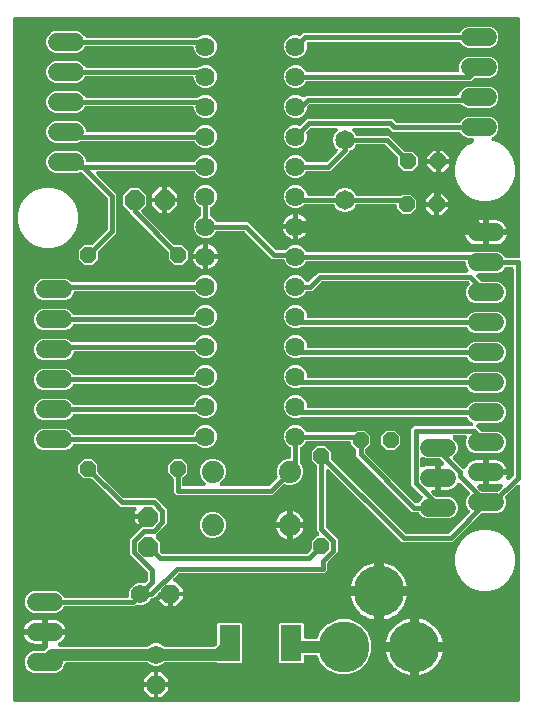
<source format=gbr>
G04 EAGLE Gerber RS-274X export*
G75*
%MOMM*%
%FSLAX34Y34*%
%LPD*%
%INBottom Copper*%
%IPPOS*%
%AMOC8*
5,1,8,0,0,1.08239X$1,22.5*%
G01*
%ADD10P,1.704548X8X292.500000*%
%ADD11C,1.574800*%
%ADD12P,1.704548X8X22.500000*%
%ADD13P,1.429621X8X22.500000*%
%ADD14C,1.524000*%
%ADD15C,4.318000*%
%ADD16P,1.814519X8X22.500000*%
%ADD17P,1.814519X8X112.500000*%
%ADD18P,1.429621X8X202.500000*%
%ADD19P,1.429621X8X112.500000*%
%ADD20C,1.879600*%
%ADD21C,1.625600*%
%ADD22C,1.651000*%
%ADD23R,1.780000X3.150000*%
%ADD24C,1.016000*%
%ADD25C,0.406400*%

G36*
X437826Y10163D02*
X437826Y10163D01*
X437844Y10161D01*
X438026Y10182D01*
X438209Y10201D01*
X438226Y10206D01*
X438243Y10208D01*
X438418Y10265D01*
X438594Y10319D01*
X438609Y10327D01*
X438626Y10333D01*
X438786Y10423D01*
X438948Y10511D01*
X438961Y10522D01*
X438977Y10531D01*
X439116Y10651D01*
X439257Y10768D01*
X439268Y10782D01*
X439282Y10794D01*
X439394Y10939D01*
X439509Y11082D01*
X439517Y11098D01*
X439528Y11112D01*
X439610Y11277D01*
X439695Y11439D01*
X439700Y11456D01*
X439708Y11472D01*
X439755Y11651D01*
X439806Y11826D01*
X439808Y11844D01*
X439812Y11861D01*
X439839Y12192D01*
X439839Y192097D01*
X439838Y192106D01*
X439839Y192115D01*
X439818Y192309D01*
X439799Y192498D01*
X439797Y192506D01*
X439796Y192515D01*
X439738Y192699D01*
X439681Y192883D01*
X439677Y192891D01*
X439674Y192899D01*
X439582Y193067D01*
X439489Y193237D01*
X439484Y193244D01*
X439479Y193252D01*
X439355Y193399D01*
X439232Y193546D01*
X439225Y193552D01*
X439219Y193559D01*
X439067Y193678D01*
X438918Y193799D01*
X438910Y193803D01*
X438903Y193808D01*
X438730Y193896D01*
X438561Y193984D01*
X438552Y193987D01*
X438544Y193991D01*
X438358Y194043D01*
X438174Y194095D01*
X438165Y194096D01*
X438156Y194099D01*
X437963Y194113D01*
X437772Y194128D01*
X437764Y194127D01*
X437755Y194128D01*
X437562Y194104D01*
X437373Y194081D01*
X437364Y194079D01*
X437355Y194078D01*
X437172Y194016D01*
X436990Y193957D01*
X436982Y193952D01*
X436974Y193949D01*
X436807Y193853D01*
X436639Y193759D01*
X436632Y193753D01*
X436625Y193748D01*
X436372Y193534D01*
X427451Y184613D01*
X427436Y184595D01*
X427420Y184581D01*
X427309Y184440D01*
X427196Y184301D01*
X427185Y184281D01*
X427171Y184264D01*
X427091Y184103D01*
X427007Y183945D01*
X427001Y183924D01*
X426991Y183904D01*
X426943Y183731D01*
X426892Y183559D01*
X426890Y183537D01*
X426884Y183516D01*
X426872Y183337D01*
X426856Y183159D01*
X426858Y183136D01*
X426857Y183114D01*
X426880Y182937D01*
X426899Y182758D01*
X426906Y182737D01*
X426909Y182715D01*
X427010Y182399D01*
X427665Y180819D01*
X427665Y177181D01*
X426273Y173820D01*
X423700Y171247D01*
X420339Y169855D01*
X407627Y169855D01*
X407600Y169853D01*
X407573Y169855D01*
X407399Y169833D01*
X407226Y169815D01*
X407200Y169808D01*
X407174Y169804D01*
X407008Y169749D01*
X406841Y169697D01*
X406817Y169684D01*
X406792Y169676D01*
X406641Y169589D01*
X406487Y169505D01*
X406467Y169488D01*
X406443Y169475D01*
X406190Y169260D01*
X385052Y148122D01*
X382373Y145443D01*
X339727Y145443D01*
X278524Y206646D01*
X278517Y206651D01*
X278512Y206658D01*
X278362Y206779D01*
X278213Y206901D01*
X278205Y206905D01*
X278198Y206911D01*
X278027Y206999D01*
X277857Y207089D01*
X277849Y207092D01*
X277841Y207096D01*
X277655Y207149D01*
X277471Y207204D01*
X277462Y207205D01*
X277454Y207207D01*
X277262Y207223D01*
X277070Y207241D01*
X277061Y207240D01*
X277052Y207240D01*
X276863Y207218D01*
X276670Y207197D01*
X276661Y207194D01*
X276653Y207193D01*
X276470Y207134D01*
X276286Y207076D01*
X276278Y207071D01*
X276270Y207069D01*
X276101Y206974D01*
X275934Y206881D01*
X275927Y206875D01*
X275919Y206871D01*
X275773Y206745D01*
X275627Y206620D01*
X275621Y206613D01*
X275614Y206608D01*
X275497Y206456D01*
X275377Y206304D01*
X275373Y206296D01*
X275368Y206289D01*
X275282Y206117D01*
X275195Y205946D01*
X275192Y205937D01*
X275188Y205929D01*
X275138Y205742D01*
X275087Y205558D01*
X275086Y205549D01*
X275084Y205540D01*
X275057Y205209D01*
X275057Y159183D01*
X275059Y159157D01*
X275057Y159130D01*
X275079Y158956D01*
X275097Y158782D01*
X275104Y158757D01*
X275108Y158730D01*
X275163Y158565D01*
X275215Y158398D01*
X275228Y158374D01*
X275236Y158349D01*
X275323Y158197D01*
X275407Y158044D01*
X275424Y158023D01*
X275437Y158000D01*
X275652Y157747D01*
X285217Y148182D01*
X285217Y136818D01*
X282539Y134140D01*
X282538Y134140D01*
X277082Y128683D01*
X277065Y128663D01*
X277044Y128645D01*
X276937Y128507D01*
X276827Y128372D01*
X276814Y128348D01*
X276798Y128327D01*
X276720Y128170D01*
X276638Y128016D01*
X276630Y127991D01*
X276618Y127966D01*
X276573Y127797D01*
X276523Y127630D01*
X276521Y127604D01*
X276514Y127578D01*
X276487Y127247D01*
X276487Y121457D01*
X274403Y119373D01*
X151180Y119373D01*
X151154Y119371D01*
X151127Y119373D01*
X150953Y119351D01*
X150780Y119333D01*
X150754Y119326D01*
X150727Y119322D01*
X150562Y119267D01*
X150395Y119215D01*
X150371Y119202D01*
X150346Y119194D01*
X150194Y119107D01*
X150041Y119023D01*
X150020Y119006D01*
X149997Y118993D01*
X149744Y118778D01*
X146348Y115382D01*
X146342Y115375D01*
X146335Y115370D01*
X146214Y115219D01*
X146093Y115071D01*
X146088Y115063D01*
X146083Y115056D01*
X145994Y114885D01*
X145904Y114715D01*
X145902Y114707D01*
X145897Y114699D01*
X145844Y114514D01*
X145789Y114329D01*
X145788Y114320D01*
X145786Y114312D01*
X145770Y114120D01*
X145753Y113928D01*
X145754Y113919D01*
X145753Y113910D01*
X145776Y113719D01*
X145796Y113528D01*
X145799Y113519D01*
X145800Y113510D01*
X145860Y113328D01*
X145918Y113144D01*
X145922Y113136D01*
X145925Y113128D01*
X146020Y112959D01*
X146113Y112792D01*
X146118Y112785D01*
X146123Y112777D01*
X146249Y112631D01*
X146373Y112485D01*
X146380Y112479D01*
X146386Y112472D01*
X146538Y112354D01*
X146689Y112235D01*
X146697Y112231D01*
X146704Y112226D01*
X146876Y112140D01*
X147048Y112053D01*
X147057Y112050D01*
X147065Y112046D01*
X147249Y111997D01*
X147436Y111945D01*
X147445Y111944D01*
X147453Y111942D01*
X147784Y111915D01*
X147914Y111915D01*
X154015Y105814D01*
X154015Y103531D01*
X143600Y103531D01*
X135338Y103531D01*
X135159Y103514D01*
X134980Y103500D01*
X134959Y103494D01*
X134938Y103491D01*
X134766Y103439D01*
X134593Y103390D01*
X134574Y103380D01*
X134553Y103373D01*
X134395Y103288D01*
X134235Y103206D01*
X134216Y103191D01*
X134199Y103182D01*
X134138Y103131D01*
X133972Y103003D01*
X133933Y102960D01*
X133889Y102924D01*
X133799Y102811D01*
X133702Y102704D01*
X133673Y102654D01*
X133637Y102610D01*
X133570Y102482D01*
X133497Y102357D01*
X133478Y102303D01*
X133451Y102252D01*
X133411Y102114D01*
X133364Y101977D01*
X133356Y101921D01*
X133340Y101866D01*
X133328Y101722D01*
X133308Y101579D01*
X133312Y101521D01*
X133307Y101464D01*
X133324Y101321D01*
X133333Y101177D01*
X133347Y101121D01*
X133354Y101064D01*
X133399Y100927D01*
X133436Y100788D01*
X133461Y100736D01*
X133479Y100682D01*
X133550Y100556D01*
X133613Y100426D01*
X133649Y100381D01*
X133677Y100331D01*
X133771Y100222D01*
X133859Y100107D01*
X133902Y100070D01*
X133940Y100026D01*
X134054Y99938D01*
X134163Y99843D01*
X134213Y99815D01*
X134258Y99780D01*
X134387Y99715D01*
X134513Y99644D01*
X134567Y99626D01*
X134618Y99600D01*
X134758Y99563D01*
X134895Y99517D01*
X134952Y99511D01*
X135007Y99496D01*
X135216Y99479D01*
X135295Y99469D01*
X135314Y99471D01*
X135338Y99469D01*
X141569Y99469D01*
X141569Y91085D01*
X139286Y91085D01*
X133185Y97186D01*
X133185Y97316D01*
X133184Y97325D01*
X133185Y97334D01*
X133165Y97524D01*
X133145Y97717D01*
X133143Y97725D01*
X133142Y97734D01*
X133084Y97916D01*
X133027Y98101D01*
X133023Y98109D01*
X133020Y98118D01*
X132927Y98286D01*
X132835Y98455D01*
X132830Y98462D01*
X132825Y98470D01*
X132700Y98618D01*
X132578Y98765D01*
X132571Y98770D01*
X132565Y98777D01*
X132414Y98896D01*
X132264Y99017D01*
X132256Y99021D01*
X132249Y99027D01*
X132078Y99114D01*
X131907Y99203D01*
X131898Y99205D01*
X131890Y99209D01*
X131704Y99261D01*
X131520Y99314D01*
X131511Y99315D01*
X131502Y99317D01*
X131310Y99331D01*
X131118Y99347D01*
X131110Y99346D01*
X131101Y99346D01*
X130908Y99322D01*
X130719Y99300D01*
X130710Y99297D01*
X130701Y99296D01*
X130518Y99235D01*
X130336Y99175D01*
X130328Y99171D01*
X130320Y99168D01*
X130154Y99072D01*
X129985Y98977D01*
X129978Y98971D01*
X129971Y98967D01*
X129718Y98752D01*
X128909Y97943D01*
X128257Y97943D01*
X128235Y97941D01*
X128213Y97943D01*
X128035Y97921D01*
X127856Y97903D01*
X127835Y97897D01*
X127813Y97894D01*
X127643Y97838D01*
X127472Y97785D01*
X127452Y97775D01*
X127431Y97768D01*
X127275Y97679D01*
X127118Y97593D01*
X127100Y97579D01*
X127081Y97568D01*
X126946Y97450D01*
X126808Y97336D01*
X126794Y97318D01*
X126777Y97304D01*
X126668Y97161D01*
X126556Y97022D01*
X126546Y97002D01*
X126532Y96984D01*
X126380Y96689D01*
X126168Y96176D01*
X123524Y93532D01*
X120070Y92101D01*
X116331Y92101D01*
X115817Y92314D01*
X115796Y92320D01*
X115776Y92330D01*
X115604Y92378D01*
X115432Y92430D01*
X115410Y92432D01*
X115388Y92438D01*
X115209Y92452D01*
X115031Y92468D01*
X115009Y92466D01*
X114987Y92468D01*
X114809Y92445D01*
X114631Y92427D01*
X114609Y92420D01*
X114587Y92417D01*
X114418Y92361D01*
X114246Y92307D01*
X114227Y92296D01*
X114205Y92289D01*
X114051Y92200D01*
X113893Y92114D01*
X113876Y92099D01*
X113857Y92088D01*
X113604Y91874D01*
X113073Y91343D01*
X54502Y91343D01*
X54480Y91341D01*
X54458Y91343D01*
X54280Y91321D01*
X54102Y91303D01*
X54080Y91297D01*
X54058Y91294D01*
X53888Y91238D01*
X53717Y91185D01*
X53697Y91175D01*
X53676Y91168D01*
X53520Y91079D01*
X53363Y90993D01*
X53345Y90979D01*
X53326Y90968D01*
X53191Y90850D01*
X53053Y90736D01*
X53039Y90718D01*
X53023Y90704D01*
X52913Y90561D01*
X52801Y90422D01*
X52791Y90402D01*
X52777Y90384D01*
X52626Y90089D01*
X52473Y89720D01*
X49900Y87147D01*
X46539Y85755D01*
X27661Y85755D01*
X24300Y87147D01*
X21727Y89720D01*
X20335Y93081D01*
X20335Y96719D01*
X21727Y100080D01*
X24300Y102653D01*
X27661Y104045D01*
X46539Y104045D01*
X49900Y102653D01*
X52473Y100080D01*
X52626Y99711D01*
X52636Y99691D01*
X52643Y99670D01*
X52731Y99514D01*
X52816Y99356D01*
X52830Y99339D01*
X52841Y99319D01*
X52958Y99183D01*
X53072Y99045D01*
X53089Y99031D01*
X53104Y99014D01*
X53245Y98905D01*
X53385Y98792D01*
X53405Y98781D01*
X53422Y98768D01*
X53582Y98688D01*
X53741Y98605D01*
X53763Y98598D01*
X53783Y98588D01*
X53956Y98542D01*
X54128Y98492D01*
X54150Y98490D01*
X54171Y98484D01*
X54502Y98457D01*
X106770Y98457D01*
X106788Y98459D01*
X106806Y98457D01*
X106988Y98478D01*
X107171Y98497D01*
X107188Y98502D01*
X107205Y98504D01*
X107380Y98561D01*
X107556Y98615D01*
X107571Y98623D01*
X107588Y98629D01*
X107748Y98719D01*
X107910Y98807D01*
X107923Y98818D01*
X107939Y98827D01*
X108078Y98947D01*
X108219Y99064D01*
X108230Y99078D01*
X108244Y99090D01*
X108356Y99235D01*
X108471Y99378D01*
X108479Y99394D01*
X108490Y99408D01*
X108572Y99573D01*
X108657Y99735D01*
X108662Y99752D01*
X108670Y99768D01*
X108717Y99947D01*
X108768Y100122D01*
X108770Y100140D01*
X108774Y100157D01*
X108801Y100488D01*
X108801Y103370D01*
X110232Y106824D01*
X112876Y109468D01*
X116330Y110899D01*
X120069Y110899D01*
X120583Y110686D01*
X120604Y110680D01*
X120624Y110670D01*
X120797Y110621D01*
X120968Y110570D01*
X120990Y110568D01*
X121012Y110562D01*
X121192Y110548D01*
X121369Y110532D01*
X121391Y110534D01*
X121413Y110532D01*
X121592Y110555D01*
X121769Y110573D01*
X121791Y110580D01*
X121813Y110583D01*
X121983Y110640D01*
X122154Y110693D01*
X122173Y110704D01*
X122195Y110711D01*
X122349Y110800D01*
X122507Y110886D01*
X122524Y110901D01*
X122543Y110912D01*
X122796Y111126D01*
X124048Y112378D01*
X124065Y112399D01*
X124086Y112417D01*
X124192Y112554D01*
X124303Y112690D01*
X124316Y112714D01*
X124332Y112735D01*
X124410Y112891D01*
X124492Y113046D01*
X124500Y113071D01*
X124512Y113095D01*
X124557Y113264D01*
X124607Y113431D01*
X124609Y113458D01*
X124616Y113484D01*
X124643Y113815D01*
X124643Y119302D01*
X124641Y119329D01*
X124643Y119356D01*
X124621Y119530D01*
X124603Y119703D01*
X124596Y119729D01*
X124592Y119755D01*
X124537Y119921D01*
X124485Y120088D01*
X124472Y120112D01*
X124464Y120137D01*
X124377Y120289D01*
X124293Y120442D01*
X124276Y120462D01*
X124263Y120486D01*
X124048Y120739D01*
X109505Y135282D01*
X109505Y148118D01*
X117584Y156197D01*
X117595Y156210D01*
X117609Y156222D01*
X117723Y156366D01*
X117839Y156508D01*
X117847Y156524D01*
X117858Y156538D01*
X117942Y156702D01*
X118027Y156864D01*
X118032Y156881D01*
X118041Y156897D01*
X118090Y157074D01*
X118142Y157250D01*
X118144Y157267D01*
X118149Y157285D01*
X118162Y157468D01*
X118179Y157651D01*
X118177Y157668D01*
X118178Y157686D01*
X118155Y157868D01*
X118135Y158051D01*
X118130Y158068D01*
X118128Y158086D01*
X118069Y158259D01*
X118014Y158435D01*
X118005Y158450D01*
X117999Y158467D01*
X117907Y158627D01*
X117819Y158787D01*
X117807Y158801D01*
X117798Y158816D01*
X117584Y159069D01*
X114077Y162576D01*
X114077Y165069D01*
X125000Y165069D01*
X125017Y165070D01*
X125035Y165069D01*
X125218Y165090D01*
X125400Y165108D01*
X125417Y165114D01*
X125435Y165116D01*
X125610Y165173D01*
X125785Y165227D01*
X125801Y165235D01*
X125818Y165241D01*
X125978Y165331D01*
X126139Y165418D01*
X126153Y165430D01*
X126168Y165439D01*
X126308Y165559D01*
X126448Y165676D01*
X126460Y165690D01*
X126473Y165702D01*
X126586Y165847D01*
X126701Y165990D01*
X126709Y166006D01*
X126720Y166020D01*
X126802Y166185D01*
X126886Y166347D01*
X126891Y166364D01*
X126899Y166380D01*
X126947Y166558D01*
X126998Y166734D01*
X126999Y166752D01*
X127004Y166769D01*
X127031Y167100D01*
X127029Y167118D01*
X127031Y167135D01*
X127031Y167136D01*
X127009Y167318D01*
X126991Y167501D01*
X126986Y167518D01*
X126984Y167536D01*
X126927Y167710D01*
X126873Y167886D01*
X126864Y167901D01*
X126859Y167918D01*
X126768Y168079D01*
X126681Y168240D01*
X126670Y168253D01*
X126661Y168269D01*
X126541Y168408D01*
X126423Y168549D01*
X126409Y168560D01*
X126398Y168574D01*
X126253Y168686D01*
X126110Y168801D01*
X126094Y168810D01*
X126080Y168820D01*
X125915Y168902D01*
X125752Y168987D01*
X125735Y168992D01*
X125719Y169000D01*
X125541Y169048D01*
X125365Y169098D01*
X125348Y169100D01*
X125330Y169104D01*
X125000Y169131D01*
X114077Y169131D01*
X114077Y171624D01*
X114467Y172014D01*
X114472Y172021D01*
X114479Y172026D01*
X114599Y172175D01*
X114722Y172325D01*
X114726Y172333D01*
X114732Y172340D01*
X114820Y172510D01*
X114910Y172681D01*
X114913Y172690D01*
X114917Y172697D01*
X114970Y172882D01*
X115025Y173067D01*
X115026Y173076D01*
X115028Y173084D01*
X115044Y173275D01*
X115062Y173468D01*
X115061Y173477D01*
X115061Y173486D01*
X115039Y173675D01*
X115018Y173868D01*
X115015Y173877D01*
X115014Y173885D01*
X114955Y174068D01*
X114897Y174252D01*
X114892Y174260D01*
X114890Y174268D01*
X114795Y174435D01*
X114702Y174604D01*
X114696Y174611D01*
X114692Y174619D01*
X114566Y174765D01*
X114441Y174911D01*
X114434Y174917D01*
X114428Y174924D01*
X114276Y175042D01*
X114125Y175161D01*
X114117Y175165D01*
X114110Y175170D01*
X113938Y175256D01*
X113766Y175343D01*
X113758Y175346D01*
X113750Y175350D01*
X113564Y175399D01*
X113379Y175451D01*
X113370Y175452D01*
X113361Y175454D01*
X113030Y175481D01*
X100889Y175481D01*
X98210Y178160D01*
X77394Y198976D01*
X77373Y198993D01*
X77356Y199014D01*
X77218Y199121D01*
X77082Y199231D01*
X77059Y199244D01*
X77037Y199260D01*
X76880Y199338D01*
X76726Y199420D01*
X76701Y199428D01*
X76677Y199440D01*
X76507Y199485D01*
X76341Y199535D01*
X76314Y199537D01*
X76288Y199544D01*
X75957Y199571D01*
X70333Y199571D01*
X65571Y204333D01*
X65571Y211067D01*
X70333Y215829D01*
X77067Y215829D01*
X81829Y211067D01*
X81829Y205443D01*
X81831Y205416D01*
X81829Y205389D01*
X81851Y205215D01*
X81869Y205042D01*
X81876Y205016D01*
X81880Y204990D01*
X81936Y204824D01*
X81987Y204657D01*
X82000Y204633D01*
X82008Y204608D01*
X82095Y204457D01*
X82179Y204303D01*
X82196Y204283D01*
X82209Y204259D01*
X82424Y204006D01*
X103240Y183190D01*
X103261Y183173D01*
X103279Y183152D01*
X103416Y183045D01*
X103552Y182935D01*
X103575Y182922D01*
X103597Y182906D01*
X103754Y182828D01*
X103908Y182746D01*
X103933Y182738D01*
X103957Y182726D01*
X104127Y182681D01*
X104293Y182631D01*
X104320Y182629D01*
X104346Y182622D01*
X104677Y182595D01*
X131418Y182595D01*
X140495Y173518D01*
X140495Y160682D01*
X137816Y158003D01*
X134097Y154284D01*
X134096Y154284D01*
X131698Y151885D01*
X131686Y151871D01*
X131673Y151860D01*
X131559Y151716D01*
X131443Y151573D01*
X131434Y151558D01*
X131423Y151544D01*
X131340Y151380D01*
X131254Y151218D01*
X131249Y151201D01*
X131241Y151185D01*
X131192Y151007D01*
X131139Y150832D01*
X131138Y150814D01*
X131133Y150797D01*
X131120Y150614D01*
X131103Y150431D01*
X131105Y150413D01*
X131104Y150395D01*
X131127Y150213D01*
X131146Y150031D01*
X131152Y150014D01*
X131154Y149996D01*
X131212Y149822D01*
X131268Y149647D01*
X131277Y149631D01*
X131282Y149614D01*
X131374Y149455D01*
X131463Y149294D01*
X131474Y149281D01*
X131483Y149265D01*
X131698Y149012D01*
X134907Y145803D01*
X134907Y137665D01*
X134909Y137638D01*
X134907Y137611D01*
X134929Y137437D01*
X134947Y137264D01*
X134954Y137238D01*
X134958Y137212D01*
X135013Y137046D01*
X135065Y136879D01*
X135078Y136855D01*
X135086Y136830D01*
X135173Y136679D01*
X135257Y136525D01*
X135274Y136504D01*
X135287Y136481D01*
X135502Y136228D01*
X135878Y135852D01*
X135899Y135835D01*
X135917Y135814D01*
X136054Y135708D01*
X136190Y135597D01*
X136214Y135584D01*
X136235Y135568D01*
X136391Y135490D01*
X136546Y135408D01*
X136571Y135400D01*
X136595Y135388D01*
X136765Y135343D01*
X136932Y135293D01*
X136958Y135291D01*
X136984Y135284D01*
X137315Y135257D01*
X258385Y135257D01*
X258412Y135259D01*
X258439Y135257D01*
X258613Y135279D01*
X258786Y135297D01*
X258811Y135304D01*
X258838Y135308D01*
X259004Y135363D01*
X259171Y135415D01*
X259195Y135428D01*
X259220Y135436D01*
X259371Y135523D01*
X259525Y135607D01*
X259545Y135624D01*
X259569Y135637D01*
X259822Y135852D01*
X262776Y138806D01*
X262793Y138827D01*
X262814Y138844D01*
X262921Y138982D01*
X263031Y139118D01*
X263044Y139141D01*
X263060Y139163D01*
X263138Y139319D01*
X263220Y139473D01*
X263228Y139499D01*
X263240Y139523D01*
X263285Y139692D01*
X263335Y139859D01*
X263337Y139886D01*
X263344Y139912D01*
X263371Y140243D01*
X263371Y145867D01*
X268169Y150665D01*
X268206Y150669D01*
X268215Y150671D01*
X268224Y150672D01*
X268406Y150730D01*
X268591Y150787D01*
X268599Y150791D01*
X268608Y150794D01*
X268776Y150887D01*
X268945Y150979D01*
X268952Y150984D01*
X268960Y150989D01*
X269107Y151114D01*
X269255Y151236D01*
X269260Y151243D01*
X269267Y151249D01*
X269387Y151401D01*
X269507Y151550D01*
X269511Y151558D01*
X269517Y151565D01*
X269604Y151737D01*
X269693Y151907D01*
X269695Y151916D01*
X269699Y151924D01*
X269751Y152110D01*
X269804Y152294D01*
X269805Y152303D01*
X269807Y152312D01*
X269821Y152503D01*
X269837Y152696D01*
X269836Y152704D01*
X269836Y152713D01*
X269812Y152906D01*
X269790Y153095D01*
X269787Y153104D01*
X269786Y153113D01*
X269725Y153296D01*
X269665Y153478D01*
X269661Y153486D01*
X269658Y153494D01*
X269562Y153660D01*
X269467Y153829D01*
X269461Y153836D01*
X269457Y153843D01*
X269242Y154096D01*
X267943Y155395D01*
X267943Y209920D01*
X267941Y209946D01*
X267943Y209973D01*
X267921Y210147D01*
X267903Y210320D01*
X267896Y210346D01*
X267892Y210372D01*
X267837Y210538D01*
X267785Y210705D01*
X267772Y210729D01*
X267764Y210754D01*
X267677Y210906D01*
X267593Y211059D01*
X267576Y211080D01*
X267563Y211103D01*
X267348Y211356D01*
X263371Y215333D01*
X263371Y222067D01*
X268133Y226829D01*
X274867Y226829D01*
X279629Y222067D01*
X279629Y216443D01*
X279631Y216416D01*
X279629Y216389D01*
X279651Y216215D01*
X279669Y216042D01*
X279676Y216017D01*
X279680Y215990D01*
X279735Y215824D01*
X279787Y215657D01*
X279800Y215634D01*
X279808Y215608D01*
X279895Y215457D01*
X279979Y215303D01*
X279996Y215283D01*
X280009Y215259D01*
X280224Y215006D01*
X342078Y153152D01*
X342099Y153135D01*
X342117Y153114D01*
X342254Y153007D01*
X342390Y152897D01*
X342413Y152884D01*
X342435Y152868D01*
X342592Y152790D01*
X342746Y152708D01*
X342771Y152700D01*
X342795Y152688D01*
X342965Y152643D01*
X343131Y152593D01*
X343158Y152591D01*
X343184Y152584D01*
X343515Y152557D01*
X378585Y152557D01*
X378612Y152559D01*
X378639Y152557D01*
X378813Y152579D01*
X378986Y152597D01*
X379012Y152604D01*
X379038Y152608D01*
X379204Y152663D01*
X379371Y152715D01*
X379395Y152728D01*
X379420Y152736D01*
X379571Y152823D01*
X379725Y152907D01*
X379745Y152924D01*
X379769Y152937D01*
X380022Y153152D01*
X396672Y169802D01*
X396684Y169816D01*
X396697Y169828D01*
X396811Y169972D01*
X396927Y170114D01*
X396936Y170130D01*
X396947Y170144D01*
X397030Y170308D01*
X397116Y170470D01*
X397121Y170487D01*
X397129Y170503D01*
X397179Y170680D01*
X397231Y170855D01*
X397232Y170873D01*
X397237Y170890D01*
X397251Y171074D01*
X397267Y171256D01*
X397265Y171274D01*
X397267Y171292D01*
X397244Y171474D01*
X397224Y171657D01*
X397218Y171674D01*
X397216Y171691D01*
X397158Y171865D01*
X397102Y172041D01*
X397094Y172056D01*
X397088Y172073D01*
X396996Y172233D01*
X396908Y172393D01*
X396896Y172406D01*
X396887Y172422D01*
X396672Y172675D01*
X395527Y173820D01*
X394135Y177181D01*
X394135Y180819D01*
X395527Y184180D01*
X396672Y185325D01*
X396684Y185339D01*
X396697Y185350D01*
X396811Y185495D01*
X396927Y185637D01*
X396936Y185652D01*
X396947Y185666D01*
X397030Y185831D01*
X397116Y185992D01*
X397121Y186009D01*
X397129Y186025D01*
X397179Y186203D01*
X397231Y186378D01*
X397232Y186396D01*
X397237Y186413D01*
X397251Y186596D01*
X397267Y186779D01*
X397265Y186797D01*
X397267Y186815D01*
X397244Y186997D01*
X397224Y187179D01*
X397218Y187196D01*
X397216Y187214D01*
X397158Y187388D01*
X397102Y187563D01*
X397094Y187579D01*
X397088Y187596D01*
X396996Y187755D01*
X396908Y187916D01*
X396896Y187929D01*
X396887Y187945D01*
X396672Y188198D01*
X389599Y195271D01*
X389494Y195357D01*
X389395Y195449D01*
X389339Y195484D01*
X389287Y195527D01*
X389168Y195590D01*
X389053Y195661D01*
X388990Y195684D01*
X388931Y195715D01*
X388802Y195754D01*
X388675Y195801D01*
X388609Y195811D01*
X388545Y195830D01*
X388411Y195842D01*
X388277Y195863D01*
X388211Y195860D01*
X388144Y195866D01*
X388010Y195852D01*
X387875Y195846D01*
X387810Y195830D01*
X387744Y195823D01*
X387615Y195782D01*
X387484Y195750D01*
X387424Y195722D01*
X387360Y195701D01*
X387242Y195636D01*
X387120Y195578D01*
X387066Y195539D01*
X387008Y195507D01*
X386905Y195419D01*
X386796Y195339D01*
X386752Y195289D01*
X386701Y195246D01*
X386617Y195140D01*
X386527Y195040D01*
X386486Y194974D01*
X386451Y194930D01*
X386416Y194860D01*
X386352Y194757D01*
X386310Y194675D01*
X385370Y193381D01*
X384239Y192250D01*
X382945Y191310D01*
X381520Y190584D01*
X379999Y190089D01*
X378420Y189839D01*
X372539Y189839D01*
X372539Y199492D01*
X372537Y199510D01*
X372539Y199527D01*
X372518Y199710D01*
X372499Y199892D01*
X372494Y199909D01*
X372492Y199927D01*
X372467Y200005D01*
X372506Y200142D01*
X372508Y200160D01*
X372512Y200177D01*
X372539Y200508D01*
X372539Y210161D01*
X373331Y210161D01*
X373340Y210162D01*
X373349Y210161D01*
X373540Y210182D01*
X373731Y210201D01*
X373740Y210203D01*
X373749Y210204D01*
X373931Y210262D01*
X374116Y210319D01*
X374124Y210323D01*
X374133Y210326D01*
X374301Y210419D01*
X374470Y210511D01*
X374477Y210516D01*
X374485Y210521D01*
X374633Y210646D01*
X374780Y210768D01*
X374785Y210775D01*
X374792Y210781D01*
X374911Y210932D01*
X375032Y211082D01*
X375036Y211090D01*
X375042Y211097D01*
X375129Y211269D01*
X375217Y211439D01*
X375220Y211448D01*
X375224Y211456D01*
X375276Y211642D01*
X375329Y211826D01*
X375330Y211835D01*
X375332Y211844D01*
X375346Y212036D01*
X375362Y212228D01*
X375361Y212236D01*
X375361Y212245D01*
X375337Y212438D01*
X375315Y212627D01*
X375312Y212636D01*
X375311Y212645D01*
X375250Y212827D01*
X375190Y213010D01*
X375185Y213018D01*
X375183Y213026D01*
X375087Y213192D01*
X374992Y213361D01*
X374986Y213368D01*
X374982Y213375D01*
X374767Y213628D01*
X372735Y215660D01*
X372714Y215677D01*
X372697Y215698D01*
X372559Y215804D01*
X372423Y215915D01*
X372400Y215928D01*
X372379Y215944D01*
X372222Y216022D01*
X372068Y216104D01*
X372042Y216112D01*
X372018Y216124D01*
X371849Y216169D01*
X371682Y216219D01*
X371655Y216221D01*
X371629Y216228D01*
X371299Y216255D01*
X360561Y216255D01*
X357569Y217494D01*
X357556Y217498D01*
X357545Y217505D01*
X357365Y217556D01*
X357184Y217611D01*
X357171Y217612D01*
X357158Y217616D01*
X356970Y217631D01*
X356783Y217649D01*
X356770Y217648D01*
X356756Y217649D01*
X356570Y217627D01*
X356383Y217607D01*
X356370Y217603D01*
X356357Y217602D01*
X356178Y217544D01*
X355998Y217488D01*
X355987Y217481D01*
X355974Y217477D01*
X355810Y217385D01*
X355645Y217294D01*
X355635Y217286D01*
X355623Y217279D01*
X355481Y217157D01*
X355337Y217035D01*
X355329Y217025D01*
X355318Y217016D01*
X355204Y216868D01*
X355086Y216720D01*
X355080Y216708D01*
X355072Y216698D01*
X354988Y216530D01*
X354902Y216362D01*
X354898Y216349D01*
X354892Y216337D01*
X354843Y216155D01*
X354792Y215975D01*
X354791Y215962D01*
X354788Y215949D01*
X354761Y215618D01*
X354761Y210836D01*
X354770Y210743D01*
X354769Y210650D01*
X354790Y210543D01*
X354801Y210436D01*
X354828Y210346D01*
X354846Y210255D01*
X354887Y210154D01*
X354919Y210051D01*
X354963Y209969D01*
X354999Y209882D01*
X355059Y209792D01*
X355111Y209697D01*
X355170Y209625D01*
X355222Y209547D01*
X355299Y209471D01*
X355368Y209387D01*
X355441Y209329D01*
X355507Y209263D01*
X355598Y209203D01*
X355682Y209135D01*
X355765Y209092D01*
X355842Y209040D01*
X355943Y208999D01*
X356039Y208949D01*
X356129Y208924D01*
X356215Y208888D01*
X356322Y208868D01*
X356426Y208838D01*
X356519Y208830D01*
X356611Y208813D01*
X356719Y208814D01*
X356828Y208805D01*
X356920Y208816D01*
X357013Y208817D01*
X357120Y208839D01*
X357227Y208852D01*
X357316Y208881D01*
X357407Y208900D01*
X357531Y208951D01*
X357610Y208977D01*
X357653Y209001D01*
X357714Y209026D01*
X358480Y209416D01*
X360001Y209911D01*
X361580Y210161D01*
X367461Y210161D01*
X367461Y200508D01*
X367462Y200490D01*
X367461Y200473D01*
X367482Y200290D01*
X367501Y200108D01*
X367506Y200091D01*
X367508Y200073D01*
X367533Y199995D01*
X367494Y199858D01*
X367492Y199840D01*
X367488Y199823D01*
X367461Y199492D01*
X367461Y189839D01*
X366669Y189839D01*
X366661Y189838D01*
X366652Y189839D01*
X366458Y189818D01*
X366269Y189799D01*
X366260Y189797D01*
X366251Y189796D01*
X366066Y189737D01*
X365884Y189681D01*
X365876Y189677D01*
X365867Y189674D01*
X365699Y189581D01*
X365530Y189490D01*
X365523Y189484D01*
X365515Y189479D01*
X365369Y189355D01*
X365220Y189232D01*
X365215Y189225D01*
X365208Y189219D01*
X365089Y189068D01*
X364968Y188918D01*
X364964Y188910D01*
X364958Y188903D01*
X364871Y188731D01*
X364783Y188561D01*
X364780Y188552D01*
X364776Y188544D01*
X364724Y188359D01*
X364671Y188174D01*
X364671Y188165D01*
X364668Y188156D01*
X364654Y187964D01*
X364638Y187772D01*
X364639Y187764D01*
X364639Y187755D01*
X364663Y187562D01*
X364685Y187373D01*
X364688Y187364D01*
X364689Y187355D01*
X364751Y187172D01*
X364810Y186990D01*
X364815Y186982D01*
X364817Y186974D01*
X364914Y186805D01*
X365008Y186639D01*
X365014Y186633D01*
X365018Y186625D01*
X365233Y186372D01*
X367265Y184340D01*
X367286Y184323D01*
X367303Y184302D01*
X367441Y184195D01*
X367577Y184085D01*
X367600Y184072D01*
X367621Y184056D01*
X367778Y183978D01*
X367932Y183896D01*
X367958Y183888D01*
X367982Y183876D01*
X368151Y183831D01*
X368318Y183781D01*
X368345Y183779D01*
X368371Y183772D01*
X368701Y183745D01*
X379439Y183745D01*
X382800Y182353D01*
X385373Y179780D01*
X386765Y176419D01*
X386765Y172781D01*
X385373Y169420D01*
X382800Y166847D01*
X379439Y165455D01*
X360561Y165455D01*
X357200Y166847D01*
X354627Y169420D01*
X354474Y169789D01*
X354464Y169809D01*
X354457Y169830D01*
X354369Y169986D01*
X354284Y170144D01*
X354270Y170161D01*
X354259Y170181D01*
X354142Y170317D01*
X354028Y170455D01*
X354011Y170469D01*
X353996Y170486D01*
X353855Y170595D01*
X353715Y170708D01*
X353695Y170719D01*
X353678Y170732D01*
X353518Y170812D01*
X353359Y170895D01*
X353337Y170902D01*
X353317Y170912D01*
X353144Y170958D01*
X352972Y171008D01*
X352950Y171010D01*
X352929Y171016D01*
X352598Y171043D01*
X348527Y171043D01*
X301143Y218427D01*
X301143Y222720D01*
X301141Y222746D01*
X301143Y222773D01*
X301121Y222947D01*
X301103Y223120D01*
X301096Y223146D01*
X301092Y223172D01*
X301037Y223338D01*
X300985Y223505D01*
X300972Y223529D01*
X300964Y223554D01*
X300877Y223706D01*
X300793Y223859D01*
X300776Y223880D01*
X300763Y223903D01*
X300548Y224156D01*
X296571Y228133D01*
X296571Y229112D01*
X296569Y229130D01*
X296571Y229148D01*
X296550Y229330D01*
X296531Y229513D01*
X296526Y229530D01*
X296524Y229547D01*
X296467Y229722D01*
X296413Y229898D01*
X296405Y229913D01*
X296399Y229930D01*
X296309Y230090D01*
X296221Y230252D01*
X296210Y230265D01*
X296201Y230281D01*
X296081Y230420D01*
X295964Y230561D01*
X295950Y230572D01*
X295938Y230586D01*
X295793Y230698D01*
X295650Y230813D01*
X295634Y230821D01*
X295620Y230832D01*
X295455Y230914D01*
X295293Y230999D01*
X295276Y231004D01*
X295260Y231012D01*
X295081Y231059D01*
X294906Y231110D01*
X294888Y231112D01*
X294871Y231116D01*
X294540Y231143D01*
X259832Y231143D01*
X259810Y231141D01*
X259788Y231143D01*
X259610Y231121D01*
X259431Y231103D01*
X259410Y231097D01*
X259388Y231094D01*
X259218Y231038D01*
X259046Y230985D01*
X259027Y230975D01*
X259006Y230968D01*
X258850Y230879D01*
X258692Y230793D01*
X258675Y230779D01*
X258656Y230768D01*
X258521Y230650D01*
X258383Y230536D01*
X258369Y230518D01*
X258352Y230504D01*
X258243Y230361D01*
X258131Y230222D01*
X258121Y230202D01*
X258107Y230184D01*
X257955Y229889D01*
X257683Y229232D01*
X254968Y226517D01*
X254311Y226245D01*
X254291Y226234D01*
X254270Y226227D01*
X254114Y226139D01*
X253956Y226054D01*
X253939Y226040D01*
X253919Y226029D01*
X253783Y225912D01*
X253645Y225798D01*
X253631Y225781D01*
X253614Y225766D01*
X253505Y225625D01*
X253392Y225485D01*
X253381Y225466D01*
X253368Y225448D01*
X253288Y225288D01*
X253205Y225129D01*
X253198Y225108D01*
X253188Y225087D01*
X253142Y224914D01*
X253092Y224742D01*
X253090Y224720D01*
X253084Y224699D01*
X253057Y224368D01*
X253057Y212950D01*
X253059Y212923D01*
X253057Y212896D01*
X253079Y212723D01*
X253097Y212549D01*
X253104Y212524D01*
X253108Y212497D01*
X253163Y212331D01*
X253215Y212164D01*
X253228Y212141D01*
X253236Y212115D01*
X253323Y211964D01*
X253407Y211810D01*
X253424Y211790D01*
X253437Y211766D01*
X253652Y211513D01*
X253872Y211293D01*
X255535Y207279D01*
X255535Y202933D01*
X253872Y198919D01*
X250799Y195846D01*
X246785Y194183D01*
X242439Y194183D01*
X241063Y194753D01*
X241041Y194760D01*
X241022Y194770D01*
X240849Y194818D01*
X240677Y194870D01*
X240655Y194872D01*
X240634Y194878D01*
X240454Y194891D01*
X240277Y194908D01*
X240254Y194906D01*
X240232Y194907D01*
X240053Y194885D01*
X239876Y194866D01*
X239855Y194860D01*
X239833Y194857D01*
X239662Y194800D01*
X239492Y194747D01*
X239472Y194736D01*
X239451Y194729D01*
X239295Y194639D01*
X239139Y194553D01*
X239122Y194539D01*
X239102Y194528D01*
X238849Y194313D01*
X230017Y185481D01*
X148427Y185481D01*
X146343Y187565D01*
X146343Y198920D01*
X146341Y198946D01*
X146343Y198973D01*
X146321Y199147D01*
X146303Y199320D01*
X146296Y199346D01*
X146292Y199372D01*
X146237Y199538D01*
X146185Y199705D01*
X146172Y199729D01*
X146164Y199754D01*
X146077Y199906D01*
X145993Y200059D01*
X145976Y200080D01*
X145963Y200103D01*
X145748Y200356D01*
X141771Y204333D01*
X141771Y211067D01*
X146533Y215829D01*
X153267Y215829D01*
X158029Y211067D01*
X158029Y204333D01*
X154052Y200356D01*
X154035Y200335D01*
X154014Y200318D01*
X153907Y200180D01*
X153797Y200044D01*
X153784Y200021D01*
X153768Y200000D01*
X153690Y199843D01*
X153608Y199689D01*
X153600Y199663D01*
X153588Y199639D01*
X153543Y199470D01*
X153493Y199303D01*
X153491Y199276D01*
X153484Y199250D01*
X153457Y198920D01*
X153457Y194626D01*
X153459Y194608D01*
X153457Y194590D01*
X153478Y194408D01*
X153497Y194225D01*
X153502Y194208D01*
X153504Y194191D01*
X153561Y194016D01*
X153615Y193840D01*
X153623Y193825D01*
X153629Y193808D01*
X153719Y193648D01*
X153807Y193486D01*
X153818Y193473D01*
X153827Y193457D01*
X153947Y193318D01*
X154064Y193177D01*
X154078Y193166D01*
X154090Y193152D01*
X154235Y193040D01*
X154378Y192925D01*
X154394Y192917D01*
X154408Y192906D01*
X154573Y192824D01*
X154735Y192739D01*
X154752Y192734D01*
X154768Y192726D01*
X154947Y192679D01*
X155122Y192628D01*
X155140Y192626D01*
X155157Y192622D01*
X155488Y192595D01*
X171748Y192595D01*
X171757Y192596D01*
X171766Y192595D01*
X171958Y192616D01*
X172149Y192635D01*
X172158Y192637D01*
X172166Y192638D01*
X172349Y192696D01*
X172534Y192753D01*
X172542Y192757D01*
X172550Y192760D01*
X172719Y192853D01*
X172888Y192945D01*
X172895Y192950D01*
X172903Y192955D01*
X173050Y193079D01*
X173197Y193202D01*
X173203Y193209D01*
X173210Y193215D01*
X173329Y193366D01*
X173449Y193516D01*
X173454Y193524D01*
X173459Y193531D01*
X173547Y193704D01*
X173635Y193873D01*
X173637Y193882D01*
X173642Y193890D01*
X173693Y194076D01*
X173746Y194260D01*
X173747Y194269D01*
X173750Y194278D01*
X173764Y194471D01*
X173779Y194662D01*
X173778Y194670D01*
X173779Y194679D01*
X173755Y194870D01*
X173732Y195061D01*
X173730Y195070D01*
X173728Y195079D01*
X173667Y195262D01*
X173608Y195444D01*
X173603Y195452D01*
X173600Y195460D01*
X173504Y195627D01*
X173410Y195795D01*
X173404Y195802D01*
X173399Y195809D01*
X173185Y196062D01*
X170328Y198919D01*
X168665Y202933D01*
X168665Y207279D01*
X170328Y211293D01*
X173401Y214366D01*
X177415Y216029D01*
X181761Y216029D01*
X185775Y214366D01*
X188848Y211293D01*
X190511Y207279D01*
X190511Y202933D01*
X188848Y198919D01*
X185991Y196062D01*
X185986Y196055D01*
X185979Y196050D01*
X185859Y195900D01*
X185736Y195751D01*
X185732Y195743D01*
X185727Y195736D01*
X185638Y195566D01*
X185548Y195395D01*
X185545Y195386D01*
X185541Y195379D01*
X185488Y195194D01*
X185433Y195009D01*
X185432Y195000D01*
X185430Y194992D01*
X185414Y194801D01*
X185396Y194608D01*
X185397Y194599D01*
X185397Y194590D01*
X185419Y194401D01*
X185440Y194208D01*
X185443Y194199D01*
X185444Y194191D01*
X185503Y194009D01*
X185561Y193824D01*
X185566Y193816D01*
X185568Y193808D01*
X185664Y193639D01*
X185756Y193472D01*
X185762Y193465D01*
X185766Y193457D01*
X185892Y193311D01*
X186017Y193165D01*
X186024Y193159D01*
X186030Y193152D01*
X186181Y193035D01*
X186333Y192915D01*
X186341Y192911D01*
X186348Y192906D01*
X186520Y192820D01*
X186692Y192733D01*
X186700Y192730D01*
X186708Y192726D01*
X186894Y192676D01*
X187079Y192625D01*
X187088Y192624D01*
X187097Y192622D01*
X187428Y192595D01*
X226229Y192595D01*
X226256Y192597D01*
X226283Y192595D01*
X226457Y192617D01*
X226630Y192635D01*
X226655Y192642D01*
X226682Y192646D01*
X226848Y192701D01*
X227015Y192753D01*
X227039Y192766D01*
X227064Y192774D01*
X227215Y192861D01*
X227369Y192945D01*
X227389Y192962D01*
X227413Y192975D01*
X227666Y193190D01*
X233819Y199343D01*
X233833Y199360D01*
X233850Y199375D01*
X233961Y199516D01*
X234074Y199655D01*
X234085Y199674D01*
X234098Y199692D01*
X234179Y199852D01*
X234263Y200010D01*
X234269Y200032D01*
X234279Y200052D01*
X234327Y200224D01*
X234378Y200396D01*
X234380Y200418D01*
X234386Y200440D01*
X234398Y200619D01*
X234414Y200797D01*
X234412Y200819D01*
X234413Y200842D01*
X234390Y201019D01*
X234371Y201197D01*
X234364Y201219D01*
X234361Y201241D01*
X234259Y201557D01*
X233689Y202933D01*
X233689Y207279D01*
X235352Y211293D01*
X238425Y214366D01*
X242439Y216029D01*
X243912Y216029D01*
X243930Y216031D01*
X243948Y216029D01*
X244130Y216050D01*
X244313Y216069D01*
X244330Y216074D01*
X244347Y216076D01*
X244522Y216133D01*
X244698Y216187D01*
X244713Y216195D01*
X244730Y216201D01*
X244890Y216291D01*
X245052Y216379D01*
X245065Y216390D01*
X245081Y216399D01*
X245220Y216519D01*
X245361Y216636D01*
X245372Y216650D01*
X245386Y216662D01*
X245498Y216807D01*
X245613Y216950D01*
X245621Y216966D01*
X245632Y216980D01*
X245714Y217145D01*
X245799Y217307D01*
X245804Y217324D01*
X245812Y217340D01*
X245859Y217518D01*
X245910Y217694D01*
X245912Y217712D01*
X245916Y217729D01*
X245943Y218060D01*
X245943Y224368D01*
X245941Y224390D01*
X245943Y224412D01*
X245921Y224590D01*
X245903Y224769D01*
X245897Y224790D01*
X245894Y224812D01*
X245838Y224982D01*
X245785Y225154D01*
X245775Y225173D01*
X245768Y225194D01*
X245679Y225349D01*
X245593Y225508D01*
X245579Y225525D01*
X245568Y225544D01*
X245450Y225679D01*
X245336Y225817D01*
X245318Y225831D01*
X245304Y225848D01*
X245161Y225957D01*
X245022Y226069D01*
X245002Y226079D01*
X244984Y226093D01*
X244689Y226245D01*
X244032Y226517D01*
X241317Y229232D01*
X239847Y232780D01*
X239847Y236620D01*
X241317Y240168D01*
X244032Y242883D01*
X247580Y244353D01*
X251420Y244353D01*
X254968Y242883D01*
X257683Y240168D01*
X257955Y239511D01*
X257966Y239491D01*
X257973Y239470D01*
X258061Y239314D01*
X258146Y239156D01*
X258160Y239139D01*
X258171Y239119D01*
X258288Y238983D01*
X258402Y238845D01*
X258419Y238831D01*
X258434Y238814D01*
X258575Y238705D01*
X258715Y238592D01*
X258734Y238581D01*
X258752Y238568D01*
X258912Y238488D01*
X259071Y238405D01*
X259092Y238398D01*
X259113Y238388D01*
X259286Y238342D01*
X259458Y238292D01*
X259480Y238290D01*
X259501Y238284D01*
X259832Y238257D01*
X299120Y238257D01*
X299146Y238259D01*
X299173Y238257D01*
X299347Y238279D01*
X299520Y238297D01*
X299546Y238304D01*
X299572Y238308D01*
X299738Y238363D01*
X299905Y238415D01*
X299929Y238428D01*
X299954Y238436D01*
X300106Y238523D01*
X300259Y238607D01*
X300280Y238624D01*
X300303Y238637D01*
X300556Y238852D01*
X301333Y239629D01*
X308067Y239629D01*
X312829Y234867D01*
X312829Y228133D01*
X308852Y224156D01*
X308835Y224135D01*
X308814Y224118D01*
X308707Y223980D01*
X308597Y223844D01*
X308584Y223821D01*
X308568Y223800D01*
X308490Y223643D01*
X308408Y223489D01*
X308400Y223463D01*
X308388Y223439D01*
X308343Y223270D01*
X308293Y223103D01*
X308291Y223076D01*
X308284Y223050D01*
X308257Y222720D01*
X308257Y222215D01*
X308259Y222188D01*
X308257Y222161D01*
X308279Y221987D01*
X308297Y221814D01*
X308304Y221789D01*
X308308Y221762D01*
X308363Y221596D01*
X308415Y221429D01*
X308428Y221406D01*
X308436Y221380D01*
X308523Y221229D01*
X308607Y221075D01*
X308624Y221055D01*
X308637Y221031D01*
X308852Y220778D01*
X350878Y178752D01*
X350899Y178735D01*
X350917Y178714D01*
X351054Y178607D01*
X351190Y178497D01*
X351213Y178484D01*
X351235Y178468D01*
X351392Y178390D01*
X351546Y178308D01*
X351571Y178300D01*
X351595Y178288D01*
X351765Y178243D01*
X351931Y178193D01*
X351958Y178191D01*
X351984Y178184D01*
X352315Y178157D01*
X352598Y178157D01*
X352620Y178159D01*
X352642Y178157D01*
X352820Y178179D01*
X352998Y178197D01*
X353020Y178203D01*
X353042Y178206D01*
X353212Y178262D01*
X353383Y178315D01*
X353403Y178325D01*
X353424Y178332D01*
X353580Y178421D01*
X353737Y178507D01*
X353755Y178521D01*
X353774Y178532D01*
X353909Y178650D01*
X354047Y178764D01*
X354061Y178782D01*
X354077Y178796D01*
X354187Y178939D01*
X354299Y179078D01*
X354309Y179098D01*
X354323Y179116D01*
X354474Y179411D01*
X354627Y179780D01*
X356760Y181912D01*
X356771Y181926D01*
X356785Y181938D01*
X356899Y182082D01*
X357015Y182224D01*
X357023Y182240D01*
X357034Y182254D01*
X357118Y182418D01*
X357203Y182580D01*
X357208Y182597D01*
X357217Y182613D01*
X357266Y182790D01*
X357318Y182965D01*
X357320Y182983D01*
X357325Y183000D01*
X357338Y183183D01*
X357355Y183366D01*
X357353Y183384D01*
X357354Y183402D01*
X357331Y183584D01*
X357311Y183767D01*
X357306Y183784D01*
X357304Y183801D01*
X357245Y183975D01*
X357190Y184151D01*
X357181Y184166D01*
X357175Y184183D01*
X357083Y184343D01*
X356995Y184503D01*
X356983Y184516D01*
X356974Y184532D01*
X356760Y184785D01*
X347647Y193897D01*
X347647Y241273D01*
X349731Y243357D01*
X397764Y243357D01*
X397769Y243357D01*
X397773Y243357D01*
X397968Y243377D01*
X398165Y243397D01*
X398169Y243398D01*
X398173Y243398D01*
X398362Y243457D01*
X398550Y243515D01*
X398554Y243517D01*
X398558Y243518D01*
X398730Y243612D01*
X398904Y243707D01*
X398907Y243709D01*
X398911Y243712D01*
X399062Y243838D01*
X399213Y243964D01*
X399216Y243968D01*
X399219Y243971D01*
X399343Y244126D01*
X399465Y244278D01*
X399467Y244282D01*
X399470Y244286D01*
X399561Y244463D01*
X399651Y244635D01*
X399652Y244640D01*
X399654Y244644D01*
X399708Y244836D01*
X399762Y245022D01*
X399763Y245027D01*
X399764Y245031D01*
X399779Y245227D01*
X399795Y245424D01*
X399794Y245428D01*
X399795Y245432D01*
X399772Y245623D01*
X399748Y245823D01*
X399747Y245828D01*
X399746Y245832D01*
X399685Y246016D01*
X399623Y246206D01*
X399621Y246210D01*
X399620Y246214D01*
X399522Y246385D01*
X399425Y246557D01*
X399422Y246560D01*
X399420Y246564D01*
X399289Y246714D01*
X399162Y246861D01*
X399159Y246864D01*
X399156Y246868D01*
X398998Y246989D01*
X398844Y247108D01*
X398840Y247110D01*
X398837Y247113D01*
X398541Y247265D01*
X398100Y247447D01*
X395527Y250020D01*
X395374Y250389D01*
X395364Y250409D01*
X395357Y250430D01*
X395269Y250586D01*
X395184Y250744D01*
X395170Y250761D01*
X395159Y250781D01*
X395042Y250917D01*
X394928Y251055D01*
X394911Y251069D01*
X394896Y251086D01*
X394755Y251195D01*
X394615Y251308D01*
X394595Y251319D01*
X394578Y251332D01*
X394418Y251412D01*
X394259Y251495D01*
X394237Y251502D01*
X394217Y251512D01*
X394044Y251558D01*
X393872Y251608D01*
X393850Y251610D01*
X393829Y251616D01*
X393498Y251643D01*
X254711Y251643D01*
X254680Y251640D01*
X254649Y251642D01*
X254480Y251620D01*
X254311Y251603D01*
X254281Y251594D01*
X254250Y251590D01*
X253934Y251489D01*
X251420Y250447D01*
X247580Y250447D01*
X244032Y251917D01*
X241317Y254632D01*
X239847Y258180D01*
X239847Y262020D01*
X241317Y265568D01*
X244032Y268283D01*
X247580Y269753D01*
X251420Y269753D01*
X254968Y268283D01*
X257683Y265568D01*
X259153Y262020D01*
X259153Y260788D01*
X259155Y260770D01*
X259153Y260752D01*
X259175Y260569D01*
X259193Y260387D01*
X259198Y260370D01*
X259200Y260353D01*
X259257Y260178D01*
X259311Y260002D01*
X259319Y259987D01*
X259325Y259970D01*
X259415Y259810D01*
X259503Y259648D01*
X259514Y259635D01*
X259523Y259619D01*
X259643Y259480D01*
X259760Y259339D01*
X259774Y259328D01*
X259786Y259314D01*
X259931Y259202D01*
X260074Y259087D01*
X260090Y259079D01*
X260104Y259068D01*
X260269Y258986D01*
X260431Y258901D01*
X260448Y258896D01*
X260464Y258888D01*
X260643Y258841D01*
X260818Y258790D01*
X260836Y258788D01*
X260853Y258784D01*
X261184Y258757D01*
X393498Y258757D01*
X393520Y258759D01*
X393542Y258757D01*
X393720Y258779D01*
X393898Y258797D01*
X393920Y258803D01*
X393942Y258806D01*
X394112Y258862D01*
X394283Y258915D01*
X394303Y258925D01*
X394324Y258932D01*
X394480Y259021D01*
X394637Y259107D01*
X394655Y259121D01*
X394674Y259132D01*
X394809Y259250D01*
X394947Y259364D01*
X394961Y259382D01*
X394977Y259396D01*
X395087Y259539D01*
X395199Y259678D01*
X395209Y259698D01*
X395223Y259716D01*
X395374Y260011D01*
X395527Y260380D01*
X398100Y262953D01*
X401461Y264345D01*
X420339Y264345D01*
X423700Y262953D01*
X426273Y260380D01*
X427665Y257019D01*
X427665Y253381D01*
X426273Y250020D01*
X423700Y247447D01*
X420339Y246055D01*
X404579Y246055D01*
X404570Y246054D01*
X404561Y246055D01*
X404369Y246034D01*
X404178Y246015D01*
X404169Y246013D01*
X404161Y246012D01*
X403978Y245954D01*
X403793Y245897D01*
X403785Y245893D01*
X403777Y245890D01*
X403608Y245797D01*
X403439Y245705D01*
X403432Y245700D01*
X403424Y245695D01*
X403277Y245571D01*
X403130Y245448D01*
X403124Y245441D01*
X403117Y245435D01*
X402998Y245284D01*
X402877Y245134D01*
X402873Y245126D01*
X402868Y245119D01*
X402780Y244946D01*
X402692Y244777D01*
X402689Y244768D01*
X402685Y244760D01*
X402633Y244573D01*
X402581Y244390D01*
X402580Y244381D01*
X402577Y244372D01*
X402563Y244178D01*
X402548Y243988D01*
X402549Y243980D01*
X402548Y243971D01*
X402573Y243776D01*
X402595Y243589D01*
X402597Y243580D01*
X402598Y243571D01*
X402660Y243388D01*
X402719Y243206D01*
X402724Y243198D01*
X402727Y243190D01*
X402823Y243023D01*
X402917Y242855D01*
X402923Y242848D01*
X402928Y242841D01*
X403142Y242588D01*
X406190Y239540D01*
X406211Y239523D01*
X406229Y239502D01*
X406366Y239396D01*
X406502Y239285D01*
X406526Y239272D01*
X406547Y239256D01*
X406703Y239178D01*
X406858Y239096D01*
X406883Y239088D01*
X406907Y239076D01*
X407076Y239031D01*
X407243Y238981D01*
X407270Y238979D01*
X407296Y238972D01*
X407627Y238945D01*
X420339Y238945D01*
X423700Y237553D01*
X426273Y234980D01*
X427665Y231619D01*
X427665Y227981D01*
X426273Y224620D01*
X423700Y222047D01*
X421781Y221253D01*
X420339Y220655D01*
X401461Y220655D01*
X398100Y222047D01*
X395527Y224620D01*
X394135Y227981D01*
X394135Y231619D01*
X394887Y233435D01*
X394891Y233448D01*
X394897Y233459D01*
X394949Y233638D01*
X395004Y233820D01*
X395005Y233833D01*
X395009Y233846D01*
X395024Y234034D01*
X395042Y234221D01*
X395041Y234234D01*
X395042Y234248D01*
X395020Y234434D01*
X395000Y234621D01*
X394996Y234634D01*
X394995Y234647D01*
X394937Y234826D01*
X394880Y235006D01*
X394874Y235017D01*
X394870Y235030D01*
X394778Y235194D01*
X394687Y235359D01*
X394679Y235369D01*
X394672Y235381D01*
X394550Y235523D01*
X394428Y235667D01*
X394418Y235675D01*
X394409Y235686D01*
X394261Y235800D01*
X394113Y235918D01*
X394101Y235924D01*
X394091Y235932D01*
X393922Y236016D01*
X393755Y236102D01*
X393742Y236106D01*
X393730Y236112D01*
X393547Y236161D01*
X393368Y236212D01*
X393354Y236213D01*
X393341Y236216D01*
X393011Y236243D01*
X384613Y236243D01*
X384604Y236242D01*
X384595Y236243D01*
X384404Y236222D01*
X384213Y236203D01*
X384204Y236201D01*
X384195Y236200D01*
X384013Y236142D01*
X383828Y236085D01*
X383820Y236081D01*
X383811Y236078D01*
X383643Y235985D01*
X383474Y235893D01*
X383467Y235888D01*
X383459Y235883D01*
X383312Y235759D01*
X383164Y235636D01*
X383159Y235629D01*
X383152Y235623D01*
X383033Y235472D01*
X382912Y235322D01*
X382908Y235314D01*
X382902Y235307D01*
X382815Y235134D01*
X382727Y234965D01*
X382724Y234956D01*
X382720Y234948D01*
X382668Y234762D01*
X382615Y234578D01*
X382614Y234569D01*
X382612Y234560D01*
X382598Y234367D01*
X382582Y234176D01*
X382583Y234168D01*
X382583Y234159D01*
X382607Y233964D01*
X382629Y233777D01*
X382632Y233768D01*
X382633Y233759D01*
X382694Y233576D01*
X382754Y233394D01*
X382758Y233386D01*
X382761Y233378D01*
X382857Y233212D01*
X382952Y233043D01*
X382958Y233036D01*
X382962Y233029D01*
X383177Y232776D01*
X385373Y230580D01*
X386765Y227219D01*
X386765Y223581D01*
X385373Y220220D01*
X383240Y218088D01*
X383229Y218074D01*
X383215Y218062D01*
X383101Y217918D01*
X382985Y217776D01*
X382977Y217760D01*
X382966Y217746D01*
X382882Y217582D01*
X382797Y217420D01*
X382792Y217403D01*
X382783Y217387D01*
X382734Y217210D01*
X382682Y217035D01*
X382680Y217017D01*
X382675Y217000D01*
X382662Y216817D01*
X382645Y216634D01*
X382647Y216616D01*
X382646Y216598D01*
X382669Y216416D01*
X382689Y216233D01*
X382694Y216216D01*
X382696Y216199D01*
X382755Y216025D01*
X382810Y215849D01*
X382819Y215834D01*
X382825Y215817D01*
X382917Y215657D01*
X383005Y215497D01*
X383017Y215484D01*
X383026Y215468D01*
X383240Y215215D01*
X390635Y207820D01*
X390739Y207735D01*
X390838Y207642D01*
X390895Y207607D01*
X390946Y207565D01*
X391066Y207502D01*
X391181Y207431D01*
X391243Y207408D01*
X391302Y207377D01*
X391431Y207338D01*
X391558Y207291D01*
X391624Y207281D01*
X391688Y207262D01*
X391823Y207250D01*
X391956Y207229D01*
X392023Y207232D01*
X392089Y207226D01*
X392224Y207240D01*
X392358Y207246D01*
X392423Y207262D01*
X392489Y207269D01*
X392618Y207310D01*
X392749Y207342D01*
X392810Y207370D01*
X392873Y207390D01*
X392991Y207456D01*
X393114Y207513D01*
X393167Y207553D01*
X393225Y207585D01*
X393328Y207673D01*
X393437Y207753D01*
X393482Y207803D01*
X393532Y207846D01*
X393616Y207952D01*
X393707Y208052D01*
X393747Y208117D01*
X393782Y208162D01*
X393818Y208232D01*
X393881Y208335D01*
X394590Y209725D01*
X395530Y211019D01*
X396661Y212150D01*
X397955Y213090D01*
X399380Y213816D01*
X400901Y214311D01*
X402480Y214561D01*
X408361Y214561D01*
X408361Y204908D01*
X408362Y204890D01*
X408361Y204873D01*
X408382Y204690D01*
X408401Y204508D01*
X408406Y204491D01*
X408408Y204473D01*
X408433Y204395D01*
X408394Y204258D01*
X408392Y204240D01*
X408388Y204223D01*
X408361Y203892D01*
X408361Y194239D01*
X405595Y194239D01*
X405586Y194238D01*
X405577Y194239D01*
X405385Y194218D01*
X405194Y194199D01*
X405185Y194197D01*
X405177Y194196D01*
X404994Y194138D01*
X404809Y194081D01*
X404801Y194077D01*
X404793Y194074D01*
X404626Y193982D01*
X404455Y193890D01*
X404448Y193884D01*
X404440Y193879D01*
X404294Y193755D01*
X404146Y193632D01*
X404140Y193625D01*
X404133Y193619D01*
X404013Y193467D01*
X403893Y193318D01*
X403889Y193310D01*
X403884Y193303D01*
X403796Y193131D01*
X403708Y192961D01*
X403705Y192952D01*
X403701Y192944D01*
X403650Y192759D01*
X403597Y192574D01*
X403596Y192565D01*
X403593Y192556D01*
X403579Y192364D01*
X403564Y192172D01*
X403565Y192164D01*
X403564Y192155D01*
X403588Y191962D01*
X403611Y191773D01*
X403613Y191764D01*
X403614Y191755D01*
X403676Y191572D01*
X403735Y191390D01*
X403740Y191382D01*
X403743Y191374D01*
X403838Y191208D01*
X403933Y191039D01*
X403939Y191032D01*
X403944Y191025D01*
X404158Y190772D01*
X406190Y188740D01*
X406211Y188723D01*
X406229Y188702D01*
X406366Y188596D01*
X406502Y188485D01*
X406526Y188472D01*
X406547Y188456D01*
X406703Y188378D01*
X406858Y188296D01*
X406883Y188288D01*
X406907Y188276D01*
X407076Y188231D01*
X407243Y188181D01*
X407270Y188179D01*
X407296Y188172D01*
X407627Y188145D01*
X420081Y188145D01*
X420108Y188147D01*
X420135Y188145D01*
X420309Y188167D01*
X420482Y188185D01*
X420507Y188192D01*
X420534Y188196D01*
X420700Y188251D01*
X420867Y188303D01*
X420890Y188316D01*
X420916Y188324D01*
X421067Y188411D01*
X421221Y188495D01*
X421241Y188512D01*
X421265Y188525D01*
X421518Y188740D01*
X424350Y191572D01*
X424430Y191670D01*
X424517Y191761D01*
X424557Y191825D01*
X424605Y191883D01*
X424664Y191995D01*
X424731Y192102D01*
X424758Y192172D01*
X424794Y192239D01*
X424829Y192360D01*
X424874Y192478D01*
X424887Y192553D01*
X424908Y192625D01*
X424920Y192751D01*
X424940Y192875D01*
X424938Y192951D01*
X424945Y193026D01*
X424931Y193152D01*
X424927Y193278D01*
X424909Y193351D01*
X424901Y193426D01*
X424863Y193547D01*
X424834Y193670D01*
X424803Y193738D01*
X424780Y193810D01*
X424719Y193921D01*
X424666Y194035D01*
X424621Y194096D01*
X424585Y194162D01*
X424503Y194259D01*
X424429Y194361D01*
X424373Y194412D01*
X424324Y194469D01*
X424225Y194548D01*
X424132Y194633D01*
X424068Y194672D01*
X424009Y194719D01*
X423896Y194776D01*
X423788Y194842D01*
X423717Y194867D01*
X423650Y194901D01*
X423528Y194935D01*
X423409Y194978D01*
X423335Y194989D01*
X423262Y195009D01*
X423135Y195019D01*
X423011Y195037D01*
X422936Y195033D01*
X422860Y195039D01*
X422735Y195023D01*
X422609Y195016D01*
X422523Y194996D01*
X422461Y194988D01*
X422391Y194965D01*
X422286Y194940D01*
X420899Y194489D01*
X419320Y194239D01*
X413439Y194239D01*
X413439Y201861D01*
X428379Y201861D01*
X427980Y200634D01*
X427953Y200511D01*
X427917Y200390D01*
X427910Y200315D01*
X427894Y200241D01*
X427892Y200115D01*
X427881Y199989D01*
X427889Y199914D01*
X427888Y199838D01*
X427910Y199714D01*
X427924Y199588D01*
X427947Y199517D01*
X427961Y199442D01*
X428007Y199325D01*
X428046Y199205D01*
X428082Y199139D01*
X428110Y199069D01*
X428179Y198963D01*
X428240Y198852D01*
X428289Y198795D01*
X428331Y198732D01*
X428419Y198641D01*
X428501Y198545D01*
X428560Y198498D01*
X428613Y198445D01*
X428718Y198374D01*
X428817Y198296D01*
X428884Y198262D01*
X428947Y198219D01*
X429063Y198170D01*
X429176Y198113D01*
X429248Y198093D01*
X429318Y198064D01*
X429442Y198039D01*
X429564Y198005D01*
X429639Y198000D01*
X429713Y197985D01*
X429839Y197985D01*
X429965Y197976D01*
X430040Y197985D01*
X430115Y197985D01*
X430239Y198011D01*
X430365Y198026D01*
X430436Y198050D01*
X430510Y198065D01*
X430626Y198114D01*
X430746Y198155D01*
X430812Y198192D01*
X430881Y198221D01*
X430986Y198292D01*
X431095Y198355D01*
X431162Y198412D01*
X431214Y198448D01*
X431266Y198500D01*
X431348Y198570D01*
X433656Y200878D01*
X433673Y200899D01*
X433694Y200917D01*
X433801Y201054D01*
X433911Y201190D01*
X433924Y201213D01*
X433940Y201235D01*
X434018Y201391D01*
X434100Y201546D01*
X434108Y201571D01*
X434120Y201595D01*
X434165Y201765D01*
X434215Y201931D01*
X434217Y201958D01*
X434224Y201984D01*
X434251Y202315D01*
X434251Y376612D01*
X434249Y376630D01*
X434251Y376648D01*
X434230Y376830D01*
X434211Y377013D01*
X434206Y377030D01*
X434204Y377047D01*
X434147Y377222D01*
X434093Y377398D01*
X434085Y377413D01*
X434079Y377430D01*
X433989Y377590D01*
X433901Y377752D01*
X433890Y377765D01*
X433881Y377781D01*
X433761Y377920D01*
X433644Y378061D01*
X433630Y378072D01*
X433618Y378086D01*
X433473Y378198D01*
X433330Y378313D01*
X433314Y378321D01*
X433300Y378332D01*
X433135Y378414D01*
X432973Y378499D01*
X432956Y378504D01*
X432940Y378512D01*
X432761Y378559D01*
X432586Y378610D01*
X432568Y378612D01*
X432551Y378616D01*
X432220Y378643D01*
X428302Y378643D01*
X428280Y378641D01*
X428258Y378643D01*
X428080Y378621D01*
X427902Y378603D01*
X427880Y378597D01*
X427858Y378594D01*
X427688Y378538D01*
X427517Y378485D01*
X427497Y378475D01*
X427476Y378468D01*
X427320Y378379D01*
X427163Y378293D01*
X427145Y378279D01*
X427126Y378268D01*
X426991Y378150D01*
X426853Y378036D01*
X426839Y378018D01*
X426823Y378004D01*
X426713Y377861D01*
X426601Y377722D01*
X426591Y377702D01*
X426577Y377684D01*
X426426Y377389D01*
X426273Y377020D01*
X423700Y374447D01*
X420339Y373055D01*
X404579Y373055D01*
X404570Y373054D01*
X404561Y373055D01*
X404367Y373034D01*
X404178Y373015D01*
X404170Y373013D01*
X404161Y373012D01*
X403976Y372953D01*
X403793Y372897D01*
X403785Y372893D01*
X403777Y372890D01*
X403608Y372797D01*
X403439Y372705D01*
X403432Y372700D01*
X403424Y372695D01*
X403277Y372571D01*
X403130Y372448D01*
X403124Y372441D01*
X403117Y372435D01*
X402998Y372283D01*
X402877Y372134D01*
X402873Y372126D01*
X402868Y372119D01*
X402780Y371946D01*
X402692Y371777D01*
X402689Y371768D01*
X402685Y371760D01*
X402633Y371574D01*
X402581Y371390D01*
X402580Y371381D01*
X402577Y371372D01*
X402563Y371178D01*
X402548Y370988D01*
X402549Y370980D01*
X402548Y370971D01*
X402572Y370778D01*
X402595Y370589D01*
X402597Y370580D01*
X402598Y370571D01*
X402660Y370389D01*
X402719Y370206D01*
X402724Y370198D01*
X402727Y370190D01*
X402823Y370023D01*
X402917Y369855D01*
X402923Y369848D01*
X402928Y369841D01*
X403142Y369588D01*
X406190Y366540D01*
X406211Y366523D01*
X406228Y366502D01*
X406366Y366395D01*
X406502Y366285D01*
X406525Y366272D01*
X406547Y366256D01*
X406704Y366178D01*
X406858Y366096D01*
X406883Y366088D01*
X406907Y366076D01*
X407077Y366031D01*
X407243Y365981D01*
X407270Y365979D01*
X407296Y365972D01*
X407627Y365945D01*
X420339Y365945D01*
X423700Y364553D01*
X426273Y361980D01*
X427665Y358619D01*
X427665Y354981D01*
X426273Y351620D01*
X423700Y349047D01*
X420339Y347655D01*
X401461Y347655D01*
X398100Y349047D01*
X395527Y351620D01*
X394135Y354981D01*
X394135Y358619D01*
X395527Y361980D01*
X396523Y362976D01*
X396529Y362983D01*
X396536Y362988D01*
X396656Y363138D01*
X396778Y363287D01*
X396782Y363295D01*
X396788Y363302D01*
X396876Y363472D01*
X396967Y363643D01*
X396969Y363652D01*
X396973Y363659D01*
X397026Y363844D01*
X397082Y364029D01*
X397082Y364038D01*
X397085Y364046D01*
X397101Y364237D01*
X397118Y364430D01*
X397117Y364439D01*
X397118Y364448D01*
X397096Y364637D01*
X397075Y364830D01*
X397072Y364839D01*
X397071Y364847D01*
X397011Y365029D01*
X396953Y365214D01*
X396949Y365222D01*
X396946Y365230D01*
X396852Y365397D01*
X396758Y365566D01*
X396752Y365573D01*
X396748Y365581D01*
X396623Y365725D01*
X396498Y365873D01*
X396491Y365879D01*
X396485Y365886D01*
X396334Y366002D01*
X396182Y366123D01*
X396174Y366127D01*
X396167Y366132D01*
X395996Y366217D01*
X395823Y366305D01*
X395814Y366308D01*
X395806Y366312D01*
X395621Y366361D01*
X395435Y366413D01*
X395426Y366414D01*
X395418Y366416D01*
X395087Y366443D01*
X272315Y366443D01*
X272288Y366441D01*
X272261Y366443D01*
X272087Y366421D01*
X271914Y366403D01*
X271889Y366396D01*
X271862Y366392D01*
X271696Y366337D01*
X271529Y366285D01*
X271506Y366272D01*
X271480Y366264D01*
X271329Y366177D01*
X271175Y366093D01*
X271155Y366076D01*
X271131Y366063D01*
X270878Y365848D01*
X263173Y358143D01*
X259832Y358143D01*
X259810Y358141D01*
X259788Y358143D01*
X259610Y358121D01*
X259431Y358103D01*
X259410Y358097D01*
X259388Y358094D01*
X259218Y358038D01*
X259046Y357985D01*
X259027Y357975D01*
X259006Y357968D01*
X258850Y357879D01*
X258692Y357793D01*
X258675Y357779D01*
X258656Y357768D01*
X258521Y357650D01*
X258383Y357536D01*
X258369Y357518D01*
X258352Y357504D01*
X258243Y357361D01*
X258131Y357222D01*
X258121Y357202D01*
X258107Y357184D01*
X257955Y356889D01*
X257683Y356232D01*
X254968Y353517D01*
X251420Y352047D01*
X247580Y352047D01*
X244032Y353517D01*
X241317Y356232D01*
X239847Y359780D01*
X239847Y363620D01*
X241317Y367168D01*
X244032Y369883D01*
X247580Y371353D01*
X251420Y371353D01*
X254968Y369883D01*
X257683Y367168D01*
X257825Y366827D01*
X257831Y366815D01*
X257835Y366802D01*
X257926Y366637D01*
X258015Y366472D01*
X258023Y366461D01*
X258030Y366450D01*
X258151Y366306D01*
X258271Y366161D01*
X258282Y366153D01*
X258290Y366143D01*
X258438Y366026D01*
X258584Y365908D01*
X258596Y365901D01*
X258606Y365893D01*
X258774Y365807D01*
X258940Y365720D01*
X258953Y365717D01*
X258965Y365711D01*
X259146Y365660D01*
X259327Y365607D01*
X259340Y365606D01*
X259353Y365603D01*
X259542Y365589D01*
X259728Y365573D01*
X259741Y365574D01*
X259755Y365573D01*
X259942Y365597D01*
X260128Y365618D01*
X260141Y365622D01*
X260154Y365624D01*
X260333Y365684D01*
X260511Y365741D01*
X260523Y365748D01*
X260536Y365752D01*
X260699Y365846D01*
X260863Y365937D01*
X260873Y365946D01*
X260885Y365953D01*
X261138Y366167D01*
X265848Y370878D01*
X268527Y373557D01*
X394087Y373557D01*
X394096Y373558D01*
X394105Y373557D01*
X394296Y373578D01*
X394487Y373597D01*
X394496Y373599D01*
X394505Y373600D01*
X394689Y373658D01*
X394872Y373715D01*
X394880Y373719D01*
X394889Y373722D01*
X395057Y373815D01*
X395226Y373907D01*
X395233Y373912D01*
X395241Y373917D01*
X395388Y374041D01*
X395536Y374164D01*
X395541Y374171D01*
X395548Y374177D01*
X395668Y374329D01*
X395788Y374478D01*
X395792Y374486D01*
X395798Y374493D01*
X395885Y374664D01*
X395973Y374835D01*
X395976Y374844D01*
X395980Y374852D01*
X396032Y375037D01*
X396085Y375222D01*
X396086Y375231D01*
X396088Y375240D01*
X396102Y375432D01*
X396118Y375624D01*
X396117Y375632D01*
X396117Y375641D01*
X396093Y375834D01*
X396071Y376023D01*
X396068Y376032D01*
X396067Y376041D01*
X396006Y376224D01*
X395946Y376406D01*
X395942Y376414D01*
X395939Y376423D01*
X395842Y376590D01*
X395748Y376757D01*
X395742Y376764D01*
X395738Y376771D01*
X395528Y377018D01*
X394135Y380381D01*
X394135Y381512D01*
X394133Y381530D01*
X394135Y381548D01*
X394114Y381730D01*
X394095Y381913D01*
X394090Y381930D01*
X394088Y381947D01*
X394031Y382122D01*
X393977Y382298D01*
X393969Y382313D01*
X393963Y382330D01*
X393873Y382490D01*
X393785Y382652D01*
X393774Y382665D01*
X393765Y382681D01*
X393645Y382820D01*
X393528Y382961D01*
X393514Y382972D01*
X393502Y382986D01*
X393357Y383098D01*
X393214Y383213D01*
X393198Y383221D01*
X393184Y383232D01*
X393019Y383314D01*
X392857Y383399D01*
X392840Y383404D01*
X392824Y383412D01*
X392645Y383459D01*
X392470Y383510D01*
X392452Y383512D01*
X392435Y383516D01*
X392104Y383543D01*
X259832Y383543D01*
X259810Y383541D01*
X259788Y383543D01*
X259610Y383521D01*
X259431Y383503D01*
X259410Y383497D01*
X259388Y383494D01*
X259218Y383438D01*
X259046Y383385D01*
X259027Y383375D01*
X259006Y383368D01*
X258850Y383279D01*
X258692Y383193D01*
X258675Y383179D01*
X258656Y383168D01*
X258521Y383050D01*
X258383Y382936D01*
X258369Y382918D01*
X258352Y382904D01*
X258243Y382761D01*
X258131Y382622D01*
X258121Y382602D01*
X258107Y382584D01*
X257955Y382289D01*
X257683Y381632D01*
X254968Y378917D01*
X251420Y377447D01*
X247580Y377447D01*
X244032Y378917D01*
X241317Y381632D01*
X240340Y383989D01*
X240330Y384009D01*
X240323Y384030D01*
X240235Y384187D01*
X240150Y384344D01*
X240136Y384361D01*
X240125Y384381D01*
X240008Y384517D01*
X239894Y384655D01*
X239876Y384669D01*
X239862Y384686D01*
X239721Y384795D01*
X239581Y384908D01*
X239561Y384919D01*
X239544Y384932D01*
X239384Y385012D01*
X239225Y385095D01*
X239203Y385102D01*
X239183Y385112D01*
X239010Y385158D01*
X238838Y385208D01*
X238816Y385210D01*
X238795Y385216D01*
X238464Y385243D01*
X229727Y385243D01*
X206622Y408348D01*
X206601Y408365D01*
X206583Y408386D01*
X206446Y408493D01*
X206310Y408603D01*
X206287Y408616D01*
X206265Y408632D01*
X206108Y408710D01*
X205954Y408792D01*
X205929Y408800D01*
X205905Y408812D01*
X205735Y408857D01*
X205569Y408907D01*
X205542Y408909D01*
X205516Y408916D01*
X205185Y408943D01*
X183632Y408943D01*
X183610Y408941D01*
X183588Y408943D01*
X183410Y408921D01*
X183231Y408903D01*
X183210Y408897D01*
X183188Y408894D01*
X183018Y408838D01*
X182846Y408785D01*
X182827Y408775D01*
X182806Y408768D01*
X182650Y408679D01*
X182492Y408593D01*
X182475Y408579D01*
X182456Y408568D01*
X182321Y408450D01*
X182183Y408336D01*
X182169Y408318D01*
X182152Y408304D01*
X182043Y408161D01*
X181931Y408022D01*
X181921Y408002D01*
X181907Y407984D01*
X181755Y407689D01*
X181483Y407032D01*
X178768Y404317D01*
X178161Y404065D01*
X178160Y404065D01*
X175220Y402847D01*
X171380Y402847D01*
X167832Y404317D01*
X165117Y407032D01*
X163647Y410580D01*
X163647Y414420D01*
X165117Y417968D01*
X167832Y420683D01*
X168489Y420955D01*
X168509Y420966D01*
X168530Y420973D01*
X168686Y421061D01*
X168844Y421146D01*
X168861Y421160D01*
X168881Y421171D01*
X169017Y421288D01*
X169155Y421402D01*
X169169Y421419D01*
X169186Y421434D01*
X169295Y421575D01*
X169408Y421715D01*
X169419Y421734D01*
X169432Y421752D01*
X169512Y421912D01*
X169595Y422071D01*
X169602Y422092D01*
X169612Y422113D01*
X169658Y422286D01*
X169708Y422458D01*
X169710Y422480D01*
X169716Y422501D01*
X169743Y422832D01*
X169743Y427568D01*
X169741Y427590D01*
X169743Y427612D01*
X169721Y427790D01*
X169703Y427969D01*
X169697Y427990D01*
X169694Y428012D01*
X169638Y428182D01*
X169585Y428354D01*
X169575Y428373D01*
X169568Y428394D01*
X169479Y428550D01*
X169393Y428708D01*
X169379Y428725D01*
X169368Y428744D01*
X169250Y428879D01*
X169136Y429017D01*
X169118Y429031D01*
X169104Y429048D01*
X168961Y429157D01*
X168822Y429269D01*
X168802Y429279D01*
X168784Y429293D01*
X168489Y429445D01*
X167832Y429717D01*
X165117Y432432D01*
X163647Y435980D01*
X163647Y439820D01*
X165117Y443368D01*
X167832Y446083D01*
X171380Y447553D01*
X175220Y447553D01*
X178768Y446083D01*
X181483Y443368D01*
X182953Y439820D01*
X182953Y435980D01*
X181483Y432432D01*
X178768Y429717D01*
X178111Y429445D01*
X178091Y429434D01*
X178070Y429427D01*
X177914Y429339D01*
X177756Y429254D01*
X177739Y429240D01*
X177719Y429229D01*
X177583Y429112D01*
X177445Y428998D01*
X177431Y428981D01*
X177414Y428966D01*
X177305Y428825D01*
X177192Y428685D01*
X177181Y428666D01*
X177168Y428648D01*
X177088Y428488D01*
X177005Y428329D01*
X176998Y428308D01*
X176988Y428287D01*
X176942Y428114D01*
X176892Y427942D01*
X176890Y427920D01*
X176884Y427899D01*
X176857Y427568D01*
X176857Y422832D01*
X176859Y422810D01*
X176857Y422788D01*
X176879Y422610D01*
X176897Y422431D01*
X176903Y422410D01*
X176906Y422388D01*
X176962Y422218D01*
X177015Y422046D01*
X177025Y422027D01*
X177032Y422006D01*
X177121Y421850D01*
X177207Y421692D01*
X177221Y421675D01*
X177232Y421656D01*
X177350Y421521D01*
X177464Y421383D01*
X177482Y421369D01*
X177496Y421352D01*
X177639Y421243D01*
X177778Y421131D01*
X177798Y421121D01*
X177816Y421107D01*
X178111Y420955D01*
X178768Y420683D01*
X181483Y417968D01*
X181755Y417311D01*
X181766Y417291D01*
X181773Y417270D01*
X181861Y417114D01*
X181946Y416956D01*
X181960Y416939D01*
X181971Y416919D01*
X182088Y416783D01*
X182202Y416645D01*
X182219Y416631D01*
X182234Y416614D01*
X182375Y416505D01*
X182515Y416392D01*
X182534Y416381D01*
X182552Y416368D01*
X182712Y416288D01*
X182871Y416205D01*
X182892Y416198D01*
X182913Y416188D01*
X183086Y416142D01*
X183258Y416092D01*
X183280Y416090D01*
X183301Y416084D01*
X183632Y416057D01*
X208973Y416057D01*
X232078Y392952D01*
X232099Y392935D01*
X232117Y392914D01*
X232254Y392807D01*
X232390Y392697D01*
X232413Y392684D01*
X232435Y392668D01*
X232592Y392590D01*
X232746Y392508D01*
X232771Y392500D01*
X232795Y392488D01*
X232965Y392443D01*
X233131Y392393D01*
X233158Y392391D01*
X233184Y392384D01*
X233515Y392357D01*
X240264Y392357D01*
X240291Y392359D01*
X240318Y392357D01*
X240492Y392379D01*
X240665Y392397D01*
X240690Y392404D01*
X240717Y392408D01*
X240883Y392464D01*
X241050Y392515D01*
X241073Y392528D01*
X241099Y392536D01*
X241250Y392623D01*
X241404Y392707D01*
X241424Y392724D01*
X241448Y392737D01*
X241701Y392952D01*
X244032Y395283D01*
X247580Y396753D01*
X251420Y396753D01*
X254968Y395283D01*
X257683Y392568D01*
X257955Y391911D01*
X257966Y391891D01*
X257973Y391870D01*
X258061Y391714D01*
X258146Y391556D01*
X258160Y391539D01*
X258171Y391519D01*
X258288Y391383D01*
X258402Y391245D01*
X258419Y391231D01*
X258434Y391214D01*
X258575Y391105D01*
X258715Y390992D01*
X258734Y390981D01*
X258752Y390968D01*
X258912Y390888D01*
X259071Y390805D01*
X259092Y390798D01*
X259113Y390788D01*
X259286Y390742D01*
X259458Y390692D01*
X259480Y390690D01*
X259501Y390684D01*
X259832Y390657D01*
X399396Y390657D01*
X399427Y390660D01*
X399458Y390658D01*
X399628Y390680D01*
X399797Y390697D01*
X399826Y390706D01*
X399857Y390710D01*
X400173Y390811D01*
X401461Y391345D01*
X420339Y391345D01*
X423700Y389953D01*
X426273Y387380D01*
X426426Y387011D01*
X426436Y386991D01*
X426443Y386970D01*
X426531Y386814D01*
X426616Y386656D01*
X426630Y386639D01*
X426641Y386619D01*
X426758Y386483D01*
X426872Y386345D01*
X426889Y386331D01*
X426904Y386314D01*
X427045Y386205D01*
X427185Y386092D01*
X427205Y386081D01*
X427222Y386068D01*
X427382Y385988D01*
X427541Y385905D01*
X427563Y385898D01*
X427583Y385888D01*
X427756Y385842D01*
X427928Y385792D01*
X427950Y385790D01*
X427971Y385784D01*
X428302Y385757D01*
X437808Y385757D01*
X437826Y385759D01*
X437844Y385757D01*
X438026Y385778D01*
X438209Y385797D01*
X438226Y385802D01*
X438243Y385804D01*
X438418Y385861D01*
X438594Y385915D01*
X438609Y385923D01*
X438626Y385929D01*
X438786Y386019D01*
X438948Y386107D01*
X438961Y386118D01*
X438977Y386127D01*
X439116Y386247D01*
X439257Y386364D01*
X439268Y386378D01*
X439282Y386390D01*
X439394Y386535D01*
X439509Y386678D01*
X439517Y386694D01*
X439528Y386708D01*
X439610Y386873D01*
X439695Y387035D01*
X439700Y387052D01*
X439708Y387068D01*
X439755Y387247D01*
X439806Y387422D01*
X439808Y387440D01*
X439812Y387457D01*
X439839Y387788D01*
X439839Y587808D01*
X439837Y587826D01*
X439839Y587844D01*
X439818Y588026D01*
X439799Y588209D01*
X439794Y588226D01*
X439792Y588243D01*
X439735Y588418D01*
X439681Y588594D01*
X439673Y588609D01*
X439667Y588626D01*
X439577Y588786D01*
X439489Y588948D01*
X439478Y588961D01*
X439469Y588977D01*
X439349Y589116D01*
X439232Y589257D01*
X439218Y589268D01*
X439206Y589282D01*
X439061Y589394D01*
X438918Y589509D01*
X438902Y589517D01*
X438888Y589528D01*
X438723Y589610D01*
X438561Y589695D01*
X438544Y589700D01*
X438528Y589708D01*
X438349Y589755D01*
X438174Y589806D01*
X438156Y589808D01*
X438139Y589812D01*
X437808Y589839D01*
X12192Y589839D01*
X12174Y589837D01*
X12156Y589839D01*
X11974Y589818D01*
X11791Y589799D01*
X11774Y589794D01*
X11757Y589792D01*
X11582Y589735D01*
X11406Y589681D01*
X11391Y589673D01*
X11374Y589667D01*
X11214Y589577D01*
X11052Y589489D01*
X11039Y589478D01*
X11023Y589469D01*
X10884Y589349D01*
X10743Y589232D01*
X10732Y589218D01*
X10718Y589206D01*
X10606Y589061D01*
X10491Y588918D01*
X10483Y588902D01*
X10472Y588888D01*
X10390Y588723D01*
X10305Y588561D01*
X10300Y588544D01*
X10292Y588528D01*
X10245Y588349D01*
X10194Y588174D01*
X10192Y588156D01*
X10188Y588139D01*
X10161Y587808D01*
X10161Y12192D01*
X10163Y12174D01*
X10161Y12156D01*
X10182Y11974D01*
X10201Y11791D01*
X10206Y11774D01*
X10208Y11757D01*
X10265Y11582D01*
X10319Y11406D01*
X10327Y11391D01*
X10333Y11374D01*
X10423Y11214D01*
X10511Y11052D01*
X10522Y11039D01*
X10531Y11023D01*
X10651Y10884D01*
X10768Y10743D01*
X10782Y10732D01*
X10794Y10718D01*
X10939Y10606D01*
X11082Y10491D01*
X11098Y10483D01*
X11112Y10472D01*
X11277Y10390D01*
X11439Y10305D01*
X11456Y10300D01*
X11472Y10292D01*
X11651Y10245D01*
X11826Y10194D01*
X11844Y10192D01*
X11861Y10188D01*
X12192Y10161D01*
X437808Y10161D01*
X437826Y10163D01*
G37*
%LPC*%
G36*
X406622Y434339D02*
X406622Y434339D01*
X400095Y436088D01*
X394244Y439466D01*
X389466Y444244D01*
X386088Y450095D01*
X384339Y456622D01*
X384339Y463378D01*
X386088Y469905D01*
X389466Y475756D01*
X394244Y480534D01*
X399667Y483665D01*
X399727Y483708D01*
X399791Y483743D01*
X399890Y483825D01*
X399994Y483900D01*
X400044Y483953D01*
X400101Y484000D01*
X400181Y484100D01*
X400269Y484195D01*
X400307Y484257D01*
X400353Y484314D01*
X400412Y484428D01*
X400479Y484538D01*
X400505Y484606D01*
X400538Y484671D01*
X400574Y484795D01*
X400618Y484915D01*
X400630Y484988D01*
X400650Y485058D01*
X400660Y485187D01*
X400680Y485313D01*
X400677Y485386D01*
X400683Y485460D01*
X400668Y485587D01*
X400662Y485716D01*
X400644Y485787D01*
X400636Y485859D01*
X400596Y485982D01*
X400565Y486106D01*
X400534Y486172D01*
X400511Y486242D01*
X400448Y486354D01*
X400393Y486470D01*
X400349Y486529D01*
X400313Y486593D01*
X400229Y486690D01*
X400152Y486793D01*
X400098Y486842D01*
X400050Y486898D01*
X399948Y486976D01*
X399853Y487062D01*
X399790Y487099D01*
X399732Y487144D01*
X399617Y487202D01*
X399506Y487267D01*
X399437Y487291D01*
X399371Y487324D01*
X399247Y487357D01*
X399126Y487399D01*
X399053Y487409D01*
X398982Y487428D01*
X398813Y487442D01*
X398727Y487454D01*
X398694Y487452D01*
X398652Y487455D01*
X395261Y487455D01*
X391900Y488847D01*
X389327Y491420D01*
X389174Y491789D01*
X389164Y491809D01*
X389157Y491830D01*
X389069Y491986D01*
X388984Y492144D01*
X388970Y492161D01*
X388959Y492181D01*
X388842Y492317D01*
X388728Y492455D01*
X388711Y492469D01*
X388696Y492486D01*
X388555Y492595D01*
X388415Y492708D01*
X388395Y492719D01*
X388378Y492732D01*
X388218Y492812D01*
X388059Y492895D01*
X388037Y492902D01*
X388017Y492912D01*
X387844Y492958D01*
X387672Y493008D01*
X387650Y493010D01*
X387629Y493016D01*
X387298Y493043D01*
X331927Y493043D01*
X329122Y495848D01*
X329101Y495865D01*
X329083Y495886D01*
X328946Y495993D01*
X328810Y496103D01*
X328787Y496116D01*
X328765Y496132D01*
X328608Y496210D01*
X328454Y496292D01*
X328429Y496300D01*
X328405Y496312D01*
X328235Y496357D01*
X328069Y496407D01*
X328042Y496409D01*
X328016Y496416D01*
X327685Y496443D01*
X299691Y496443D01*
X299682Y496442D01*
X299673Y496443D01*
X299482Y496422D01*
X299291Y496403D01*
X299282Y496401D01*
X299273Y496400D01*
X299091Y496342D01*
X298906Y496285D01*
X298898Y496281D01*
X298889Y496278D01*
X298721Y496185D01*
X298552Y496093D01*
X298545Y496088D01*
X298537Y496083D01*
X298389Y495958D01*
X298242Y495836D01*
X298237Y495829D01*
X298230Y495823D01*
X298110Y495671D01*
X297990Y495522D01*
X297986Y495514D01*
X297980Y495507D01*
X297893Y495335D01*
X297805Y495165D01*
X297802Y495156D01*
X297798Y495148D01*
X297746Y494962D01*
X297693Y494778D01*
X297692Y494769D01*
X297690Y494760D01*
X297676Y494568D01*
X297660Y494376D01*
X297661Y494368D01*
X297661Y494359D01*
X297685Y494164D01*
X297707Y493977D01*
X297710Y493968D01*
X297711Y493959D01*
X297772Y493776D01*
X297832Y493594D01*
X297836Y493586D01*
X297839Y493578D01*
X297935Y493412D01*
X298030Y493243D01*
X298036Y493236D01*
X298040Y493229D01*
X298255Y492976D01*
X299791Y491440D01*
X300093Y490711D01*
X300103Y490691D01*
X300110Y490670D01*
X300198Y490514D01*
X300283Y490356D01*
X300297Y490339D01*
X300308Y490319D01*
X300425Y490184D01*
X300539Y490045D01*
X300557Y490031D01*
X300571Y490014D01*
X300713Y489905D01*
X300852Y489792D01*
X300872Y489781D01*
X300889Y489768D01*
X301050Y489688D01*
X301209Y489605D01*
X301230Y489598D01*
X301250Y489588D01*
X301424Y489542D01*
X301595Y489492D01*
X301617Y489490D01*
X301639Y489484D01*
X301969Y489457D01*
X328173Y489457D01*
X341206Y476424D01*
X341227Y476407D01*
X341245Y476386D01*
X341382Y476279D01*
X341518Y476169D01*
X341541Y476156D01*
X341563Y476140D01*
X341720Y476062D01*
X341874Y475980D01*
X341899Y475972D01*
X341923Y475960D01*
X342093Y475915D01*
X342259Y475865D01*
X342286Y475863D01*
X342312Y475856D01*
X342643Y475829D01*
X348267Y475829D01*
X353029Y471067D01*
X353029Y464333D01*
X348267Y459571D01*
X341533Y459571D01*
X336771Y464333D01*
X336771Y469957D01*
X336769Y469984D01*
X336771Y470011D01*
X336749Y470184D01*
X336731Y470358D01*
X336724Y470383D01*
X336720Y470410D01*
X336665Y470576D01*
X336613Y470743D01*
X336600Y470766D01*
X336592Y470792D01*
X336505Y470943D01*
X336421Y471097D01*
X336404Y471117D01*
X336391Y471141D01*
X336176Y471394D01*
X325822Y481748D01*
X325801Y481765D01*
X325783Y481786D01*
X325646Y481893D01*
X325510Y482003D01*
X325487Y482016D01*
X325465Y482032D01*
X325308Y482110D01*
X325154Y482192D01*
X325129Y482200D01*
X325105Y482212D01*
X324935Y482257D01*
X324769Y482307D01*
X324742Y482309D01*
X324716Y482316D01*
X324385Y482343D01*
X301969Y482343D01*
X301947Y482341D01*
X301925Y482343D01*
X301748Y482321D01*
X301569Y482303D01*
X301547Y482297D01*
X301525Y482294D01*
X301356Y482238D01*
X301184Y482185D01*
X301164Y482175D01*
X301143Y482168D01*
X300988Y482079D01*
X300830Y481993D01*
X300813Y481979D01*
X300793Y481968D01*
X300658Y481850D01*
X300521Y481736D01*
X300507Y481718D01*
X300490Y481704D01*
X300381Y481562D01*
X300268Y481422D01*
X300258Y481402D01*
X300244Y481384D01*
X300093Y481089D01*
X299791Y480360D01*
X297040Y477609D01*
X296311Y477307D01*
X296291Y477297D01*
X296270Y477290D01*
X296114Y477202D01*
X295956Y477117D01*
X295939Y477103D01*
X295919Y477092D01*
X295784Y476975D01*
X295645Y476861D01*
X295631Y476843D01*
X295614Y476829D01*
X295505Y476687D01*
X295392Y476548D01*
X295381Y476528D01*
X295368Y476511D01*
X295288Y476350D01*
X295205Y476191D01*
X295198Y476170D01*
X295188Y476150D01*
X295155Y476025D01*
X278873Y459743D01*
X259832Y459743D01*
X259810Y459741D01*
X259788Y459743D01*
X259610Y459721D01*
X259431Y459703D01*
X259410Y459697D01*
X259388Y459694D01*
X259218Y459638D01*
X259046Y459585D01*
X259027Y459575D01*
X259006Y459568D01*
X258850Y459479D01*
X258692Y459393D01*
X258675Y459379D01*
X258656Y459368D01*
X258521Y459250D01*
X258383Y459136D01*
X258369Y459118D01*
X258352Y459104D01*
X258243Y458961D01*
X258131Y458822D01*
X258121Y458802D01*
X258107Y458784D01*
X257955Y458489D01*
X257683Y457832D01*
X254968Y455117D01*
X251420Y453647D01*
X247580Y453647D01*
X244032Y455117D01*
X241317Y457832D01*
X239847Y461380D01*
X239847Y465220D01*
X241317Y468768D01*
X244032Y471483D01*
X247580Y472953D01*
X251420Y472953D01*
X254968Y471483D01*
X257683Y468768D01*
X257955Y468111D01*
X257966Y468091D01*
X257973Y468070D01*
X258061Y467914D01*
X258146Y467756D01*
X258160Y467739D01*
X258171Y467719D01*
X258288Y467583D01*
X258402Y467445D01*
X258419Y467431D01*
X258434Y467414D01*
X258575Y467305D01*
X258715Y467192D01*
X258734Y467181D01*
X258752Y467168D01*
X258912Y467088D01*
X259071Y467005D01*
X259092Y466998D01*
X259113Y466988D01*
X259286Y466942D01*
X259458Y466892D01*
X259480Y466890D01*
X259501Y466884D01*
X259832Y466857D01*
X275085Y466857D01*
X275112Y466859D01*
X275139Y466857D01*
X275313Y466879D01*
X275486Y466897D01*
X275511Y466904D01*
X275538Y466908D01*
X275704Y466963D01*
X275871Y467015D01*
X275894Y467028D01*
X275920Y467036D01*
X276071Y467123D01*
X276225Y467207D01*
X276245Y467224D01*
X276269Y467237D01*
X276522Y467452D01*
X284883Y475813D01*
X284895Y475827D01*
X284908Y475839D01*
X285022Y475983D01*
X285138Y476125D01*
X285147Y476141D01*
X285158Y476155D01*
X285241Y476319D01*
X285327Y476481D01*
X285332Y476498D01*
X285340Y476514D01*
X285390Y476691D01*
X285442Y476867D01*
X285443Y476884D01*
X285448Y476901D01*
X285462Y477084D01*
X285478Y477267D01*
X285476Y477285D01*
X285478Y477303D01*
X285455Y477485D01*
X285435Y477668D01*
X285429Y477685D01*
X285427Y477702D01*
X285369Y477876D01*
X285313Y478052D01*
X285305Y478067D01*
X285299Y478084D01*
X285207Y478243D01*
X285119Y478404D01*
X285107Y478418D01*
X285098Y478433D01*
X284883Y478686D01*
X283209Y480360D01*
X281720Y483955D01*
X281720Y487845D01*
X283209Y491440D01*
X284745Y492976D01*
X284751Y492983D01*
X284758Y492988D01*
X284877Y493137D01*
X285000Y493287D01*
X285004Y493295D01*
X285010Y493302D01*
X285098Y493472D01*
X285189Y493643D01*
X285191Y493652D01*
X285195Y493659D01*
X285248Y493844D01*
X285304Y494029D01*
X285304Y494038D01*
X285307Y494046D01*
X285323Y494237D01*
X285340Y494430D01*
X285339Y494439D01*
X285340Y494448D01*
X285318Y494637D01*
X285297Y494830D01*
X285294Y494839D01*
X285293Y494847D01*
X285233Y495029D01*
X285175Y495214D01*
X285171Y495222D01*
X285168Y495230D01*
X285074Y495397D01*
X284980Y495566D01*
X284974Y495573D01*
X284970Y495581D01*
X284845Y495726D01*
X284720Y495873D01*
X284713Y495879D01*
X284707Y495886D01*
X284556Y496002D01*
X284404Y496123D01*
X284396Y496127D01*
X284389Y496132D01*
X284217Y496218D01*
X284045Y496305D01*
X284036Y496308D01*
X284028Y496312D01*
X283842Y496362D01*
X283657Y496413D01*
X283648Y496414D01*
X283640Y496416D01*
X283309Y496443D01*
X263115Y496443D01*
X263088Y496441D01*
X263061Y496443D01*
X262887Y496421D01*
X262714Y496403D01*
X262689Y496396D01*
X262662Y496392D01*
X262496Y496336D01*
X262329Y496285D01*
X262306Y496273D01*
X262280Y496264D01*
X262129Y496177D01*
X261975Y496093D01*
X261955Y496076D01*
X261931Y496063D01*
X261678Y495848D01*
X259321Y493491D01*
X259307Y493474D01*
X259290Y493459D01*
X259179Y493318D01*
X259066Y493179D01*
X259055Y493160D01*
X259042Y493142D01*
X258961Y492982D01*
X258877Y492824D01*
X258871Y492802D01*
X258861Y492782D01*
X258813Y492609D01*
X258762Y492438D01*
X258760Y492415D01*
X258754Y492394D01*
X258742Y492216D01*
X258726Y492037D01*
X258728Y492014D01*
X258727Y491992D01*
X258750Y491816D01*
X258769Y491637D01*
X258776Y491615D01*
X258779Y491593D01*
X258881Y491277D01*
X259153Y490620D01*
X259153Y486780D01*
X257683Y483232D01*
X254968Y480517D01*
X251420Y479047D01*
X247580Y479047D01*
X244032Y480517D01*
X241317Y483232D01*
X239847Y486780D01*
X239847Y490620D01*
X241317Y494168D01*
X244032Y496883D01*
X247580Y498353D01*
X251420Y498353D01*
X252077Y498081D01*
X252099Y498074D01*
X252118Y498064D01*
X252291Y498016D01*
X252463Y497964D01*
X252485Y497962D01*
X252506Y497956D01*
X252686Y497943D01*
X252863Y497926D01*
X252885Y497928D01*
X252908Y497927D01*
X253086Y497949D01*
X253264Y497968D01*
X253285Y497974D01*
X253307Y497977D01*
X253477Y498034D01*
X253648Y498087D01*
X253668Y498098D01*
X253689Y498105D01*
X253844Y498194D01*
X254001Y498281D01*
X254019Y498295D01*
X254038Y498306D01*
X254291Y498521D01*
X256648Y500878D01*
X259327Y503557D01*
X331473Y503557D01*
X334278Y500752D01*
X334299Y500735D01*
X334317Y500714D01*
X334454Y500607D01*
X334590Y500497D01*
X334613Y500484D01*
X334635Y500468D01*
X334792Y500390D01*
X334946Y500308D01*
X334971Y500300D01*
X334995Y500288D01*
X335165Y500243D01*
X335331Y500193D01*
X335358Y500191D01*
X335384Y500184D01*
X335715Y500157D01*
X387298Y500157D01*
X387320Y500159D01*
X387342Y500157D01*
X387520Y500179D01*
X387698Y500197D01*
X387720Y500203D01*
X387742Y500206D01*
X387912Y500262D01*
X388083Y500315D01*
X388103Y500325D01*
X388124Y500332D01*
X388280Y500421D01*
X388437Y500507D01*
X388455Y500521D01*
X388474Y500532D01*
X388609Y500650D01*
X388747Y500764D01*
X388761Y500782D01*
X388777Y500796D01*
X388887Y500939D01*
X388999Y501078D01*
X389009Y501098D01*
X389023Y501116D01*
X389174Y501411D01*
X389327Y501780D01*
X391900Y504353D01*
X395261Y505745D01*
X414139Y505745D01*
X417500Y504353D01*
X420073Y501780D01*
X421465Y498419D01*
X421465Y494781D01*
X420073Y491420D01*
X417500Y488847D01*
X416738Y488532D01*
X416613Y488465D01*
X416484Y488405D01*
X416436Y488370D01*
X416383Y488342D01*
X416274Y488251D01*
X416159Y488168D01*
X416119Y488123D01*
X416073Y488085D01*
X415983Y487975D01*
X415888Y487870D01*
X415857Y487819D01*
X415819Y487773D01*
X415753Y487647D01*
X415680Y487526D01*
X415660Y487469D01*
X415632Y487416D01*
X415592Y487280D01*
X415544Y487146D01*
X415536Y487087D01*
X415519Y487030D01*
X415507Y486888D01*
X415486Y486748D01*
X415489Y486688D01*
X415484Y486629D01*
X415500Y486488D01*
X415508Y486346D01*
X415523Y486288D01*
X415529Y486228D01*
X415573Y486093D01*
X415608Y485956D01*
X415634Y485902D01*
X415652Y485845D01*
X415722Y485721D01*
X415783Y485594D01*
X415820Y485546D01*
X415849Y485494D01*
X415941Y485386D01*
X416027Y485273D01*
X416072Y485233D01*
X416111Y485188D01*
X416222Y485100D01*
X416329Y485007D01*
X416381Y484976D01*
X416428Y484940D01*
X416554Y484876D01*
X416677Y484805D01*
X416742Y484782D01*
X416787Y484759D01*
X416866Y484737D01*
X416990Y484693D01*
X419905Y483912D01*
X425756Y480534D01*
X430534Y475756D01*
X433912Y469905D01*
X435661Y463378D01*
X435661Y456622D01*
X433912Y450095D01*
X430534Y444244D01*
X425756Y439466D01*
X419905Y436088D01*
X413378Y434339D01*
X406622Y434339D01*
G37*
%LPD*%
%LPC*%
G36*
X27661Y34955D02*
X27661Y34955D01*
X24300Y36347D01*
X21727Y38920D01*
X20335Y42281D01*
X20335Y45919D01*
X21727Y49280D01*
X24300Y51853D01*
X27010Y52975D01*
X27661Y53245D01*
X36063Y53245D01*
X36089Y53247D01*
X36116Y53245D01*
X36290Y53267D01*
X36464Y53285D01*
X36489Y53292D01*
X36516Y53296D01*
X36681Y53351D01*
X36848Y53403D01*
X36872Y53416D01*
X36897Y53424D01*
X37049Y53511D01*
X37202Y53595D01*
X37223Y53612D01*
X37246Y53625D01*
X37499Y53840D01*
X39531Y55872D01*
X39537Y55879D01*
X39544Y55884D01*
X39664Y56034D01*
X39786Y56183D01*
X39790Y56191D01*
X39796Y56198D01*
X39885Y56369D01*
X39975Y56539D01*
X39977Y56547D01*
X39982Y56555D01*
X40035Y56741D01*
X40090Y56925D01*
X40091Y56934D01*
X40093Y56942D01*
X40109Y57134D01*
X40126Y57326D01*
X40125Y57335D01*
X40126Y57344D01*
X40104Y57533D01*
X40083Y57726D01*
X40080Y57735D01*
X40079Y57743D01*
X40020Y57925D01*
X39961Y58110D01*
X39957Y58118D01*
X39954Y58126D01*
X39859Y58295D01*
X39766Y58462D01*
X39761Y58469D01*
X39756Y58477D01*
X39639Y58612D01*
X39639Y66961D01*
X54579Y66961D01*
X54136Y65600D01*
X53410Y64175D01*
X52470Y62881D01*
X51339Y61750D01*
X50045Y60810D01*
X49724Y60646D01*
X49617Y60578D01*
X49506Y60517D01*
X49448Y60469D01*
X49385Y60428D01*
X49294Y60340D01*
X49197Y60260D01*
X49150Y60201D01*
X49095Y60148D01*
X49024Y60044D01*
X48945Y59946D01*
X48910Y59879D01*
X48867Y59817D01*
X48817Y59700D01*
X48759Y59589D01*
X48738Y59516D01*
X48709Y59447D01*
X48683Y59323D01*
X48648Y59202D01*
X48642Y59127D01*
X48626Y59053D01*
X48625Y58926D01*
X48615Y58800D01*
X48624Y58725D01*
X48623Y58650D01*
X48647Y58526D01*
X48662Y58401D01*
X48685Y58329D01*
X48699Y58255D01*
X48747Y58138D01*
X48787Y58018D01*
X48824Y57952D01*
X48852Y57882D01*
X48922Y57777D01*
X48985Y57667D01*
X49034Y57610D01*
X49076Y57547D01*
X49165Y57458D01*
X49248Y57362D01*
X49307Y57316D01*
X49361Y57263D01*
X49466Y57193D01*
X49566Y57116D01*
X49633Y57082D01*
X49696Y57040D01*
X49813Y56993D01*
X49926Y56936D01*
X49999Y56917D01*
X50069Y56888D01*
X50193Y56865D01*
X50315Y56832D01*
X50403Y56825D01*
X50464Y56813D01*
X50538Y56814D01*
X50646Y56805D01*
X123972Y56805D01*
X123998Y56807D01*
X124025Y56805D01*
X124199Y56827D01*
X124372Y56845D01*
X124398Y56852D01*
X124424Y56856D01*
X124590Y56911D01*
X124757Y56963D01*
X124781Y56976D01*
X124806Y56984D01*
X124958Y57071D01*
X125111Y57155D01*
X125132Y57172D01*
X125155Y57185D01*
X125408Y57400D01*
X126176Y58168D01*
X128351Y59069D01*
X129630Y59599D01*
X133370Y59599D01*
X136824Y58168D01*
X137592Y57400D01*
X137613Y57383D01*
X137630Y57362D01*
X137768Y57255D01*
X137904Y57145D01*
X137927Y57132D01*
X137948Y57116D01*
X138106Y57038D01*
X138259Y56956D01*
X138285Y56948D01*
X138309Y56936D01*
X138478Y56891D01*
X138645Y56841D01*
X138672Y56839D01*
X138698Y56832D01*
X139028Y56805D01*
X180473Y56805D01*
X180499Y56807D01*
X180526Y56805D01*
X180700Y56827D01*
X180873Y56845D01*
X180899Y56852D01*
X180926Y56856D01*
X181091Y56911D01*
X181258Y56963D01*
X181282Y56976D01*
X181307Y56984D01*
X181459Y57071D01*
X181612Y57155D01*
X181633Y57172D01*
X181656Y57185D01*
X181909Y57400D01*
X182830Y58321D01*
X182847Y58342D01*
X182868Y58359D01*
X182975Y58497D01*
X183085Y58632D01*
X183098Y58656D01*
X183114Y58677D01*
X183192Y58834D01*
X183274Y58988D01*
X183282Y59014D01*
X183294Y59038D01*
X183339Y59207D01*
X183389Y59374D01*
X183391Y59401D01*
X183398Y59426D01*
X183425Y59757D01*
X183425Y76382D01*
X184318Y77275D01*
X203382Y77275D01*
X204275Y76382D01*
X204275Y43618D01*
X203382Y42725D01*
X184318Y42725D01*
X184043Y43000D01*
X184023Y43017D01*
X184005Y43038D01*
X183868Y43144D01*
X183732Y43255D01*
X183708Y43268D01*
X183687Y43284D01*
X183531Y43362D01*
X183376Y43444D01*
X183351Y43452D01*
X183327Y43464D01*
X183158Y43509D01*
X182990Y43559D01*
X182964Y43561D01*
X182938Y43568D01*
X182607Y43595D01*
X139028Y43595D01*
X139002Y43593D01*
X138975Y43595D01*
X138801Y43573D01*
X138628Y43555D01*
X138602Y43548D01*
X138576Y43544D01*
X138410Y43489D01*
X138243Y43437D01*
X138219Y43424D01*
X138194Y43416D01*
X138042Y43329D01*
X137889Y43245D01*
X137868Y43228D01*
X137845Y43215D01*
X137592Y43000D01*
X136824Y42232D01*
X133370Y40801D01*
X129630Y40801D01*
X126176Y42232D01*
X125408Y43000D01*
X125387Y43017D01*
X125370Y43038D01*
X125232Y43145D01*
X125096Y43255D01*
X125073Y43268D01*
X125052Y43284D01*
X124895Y43362D01*
X124741Y43444D01*
X124715Y43452D01*
X124691Y43464D01*
X124522Y43509D01*
X124355Y43559D01*
X124328Y43561D01*
X124302Y43568D01*
X123972Y43595D01*
X55766Y43595D01*
X55744Y43593D01*
X55722Y43595D01*
X55545Y43573D01*
X55366Y43555D01*
X55344Y43549D01*
X55322Y43546D01*
X55152Y43490D01*
X54981Y43437D01*
X54961Y43427D01*
X54940Y43420D01*
X54784Y43331D01*
X54627Y43245D01*
X54610Y43231D01*
X54590Y43220D01*
X54455Y43102D01*
X54318Y42988D01*
X54304Y42970D01*
X54287Y42956D01*
X54177Y42814D01*
X54065Y42674D01*
X54055Y42654D01*
X54041Y42636D01*
X53890Y42341D01*
X52473Y38920D01*
X49900Y36347D01*
X46539Y34955D01*
X27661Y34955D01*
G37*
%LPD*%
%LPC*%
G36*
X285702Y33685D02*
X285702Y33685D01*
X277207Y37204D01*
X270704Y43707D01*
X268536Y48941D01*
X268525Y48961D01*
X268519Y48982D01*
X268430Y49139D01*
X268346Y49296D01*
X268332Y49313D01*
X268321Y49333D01*
X268203Y49469D01*
X268089Y49607D01*
X268072Y49621D01*
X268057Y49638D01*
X267916Y49747D01*
X267777Y49860D01*
X267757Y49871D01*
X267739Y49884D01*
X267579Y49964D01*
X267420Y50047D01*
X267399Y50054D01*
X267379Y50064D01*
X267205Y50110D01*
X267034Y50160D01*
X267012Y50162D01*
X266990Y50168D01*
X266659Y50195D01*
X258606Y50195D01*
X258588Y50193D01*
X258570Y50195D01*
X258388Y50174D01*
X258205Y50155D01*
X258188Y50150D01*
X258171Y50148D01*
X257996Y50091D01*
X257820Y50037D01*
X257805Y50029D01*
X257788Y50023D01*
X257628Y49933D01*
X257466Y49845D01*
X257453Y49834D01*
X257437Y49825D01*
X257298Y49705D01*
X257157Y49588D01*
X257146Y49574D01*
X257132Y49562D01*
X257020Y49417D01*
X256905Y49274D01*
X256897Y49258D01*
X256886Y49244D01*
X256804Y49079D01*
X256719Y48917D01*
X256714Y48900D01*
X256706Y48884D01*
X256659Y48705D01*
X256608Y48530D01*
X256606Y48512D01*
X256602Y48495D01*
X256575Y48164D01*
X256575Y43618D01*
X255682Y42725D01*
X236618Y42725D01*
X235725Y43618D01*
X235725Y76382D01*
X236618Y77275D01*
X255682Y77275D01*
X256575Y76382D01*
X256575Y65436D01*
X256577Y65418D01*
X256575Y65400D01*
X256596Y65218D01*
X256615Y65035D01*
X256620Y65018D01*
X256622Y65001D01*
X256679Y64826D01*
X256733Y64650D01*
X256741Y64635D01*
X256747Y64618D01*
X256837Y64458D01*
X256925Y64296D01*
X256936Y64283D01*
X256945Y64267D01*
X257065Y64128D01*
X257182Y63987D01*
X257196Y63976D01*
X257208Y63962D01*
X257353Y63850D01*
X257496Y63735D01*
X257512Y63727D01*
X257526Y63716D01*
X257691Y63634D01*
X257853Y63549D01*
X257870Y63544D01*
X257886Y63536D01*
X258065Y63489D01*
X258240Y63438D01*
X258258Y63436D01*
X258275Y63432D01*
X258606Y63405D01*
X266659Y63405D01*
X266682Y63407D01*
X266704Y63405D01*
X266881Y63427D01*
X267060Y63445D01*
X267081Y63451D01*
X267103Y63454D01*
X267273Y63510D01*
X267445Y63563D01*
X267464Y63573D01*
X267486Y63580D01*
X267642Y63669D01*
X267799Y63755D01*
X267816Y63769D01*
X267835Y63780D01*
X267971Y63898D01*
X268108Y64012D01*
X268122Y64030D01*
X268139Y64044D01*
X268248Y64186D01*
X268360Y64326D01*
X268371Y64346D01*
X268384Y64364D01*
X268536Y64659D01*
X270704Y69893D01*
X277207Y76396D01*
X279510Y77350D01*
X284414Y79381D01*
X285702Y79915D01*
X294898Y79915D01*
X303393Y76396D01*
X309896Y69893D01*
X313415Y61398D01*
X313415Y52202D01*
X309896Y43707D01*
X303393Y37204D01*
X301473Y36409D01*
X296570Y34378D01*
X296569Y34378D01*
X294898Y33685D01*
X285702Y33685D01*
G37*
%LPD*%
%LPC*%
G36*
X70733Y380371D02*
X70733Y380371D01*
X65971Y385133D01*
X65971Y391867D01*
X70733Y396629D01*
X76357Y396629D01*
X76384Y396631D01*
X76411Y396629D01*
X76585Y396651D01*
X76758Y396669D01*
X76784Y396676D01*
X76810Y396680D01*
X76976Y396736D01*
X77143Y396787D01*
X77167Y396800D01*
X77192Y396808D01*
X77343Y396895D01*
X77497Y396979D01*
X77517Y396996D01*
X77541Y397009D01*
X77794Y397224D01*
X89948Y409378D01*
X89965Y409399D01*
X89986Y409417D01*
X90093Y409554D01*
X90203Y409690D01*
X90216Y409713D01*
X90232Y409735D01*
X90310Y409892D01*
X90392Y410046D01*
X90400Y410071D01*
X90412Y410095D01*
X90457Y410265D01*
X90507Y410431D01*
X90509Y410458D01*
X90516Y410484D01*
X90543Y410815D01*
X90543Y436385D01*
X90541Y436412D01*
X90543Y436439D01*
X90521Y436613D01*
X90503Y436786D01*
X90496Y436811D01*
X90492Y436838D01*
X90437Y437004D01*
X90385Y437171D01*
X90372Y437194D01*
X90364Y437220D01*
X90277Y437371D01*
X90193Y437525D01*
X90176Y437545D01*
X90163Y437569D01*
X89948Y437822D01*
X69005Y458765D01*
X68988Y458779D01*
X68973Y458796D01*
X68832Y458907D01*
X68693Y459020D01*
X68674Y459031D01*
X68656Y459044D01*
X68496Y459125D01*
X68338Y459209D01*
X68316Y459215D01*
X68296Y459225D01*
X68123Y459272D01*
X67952Y459324D01*
X67930Y459326D01*
X67908Y459331D01*
X67729Y459344D01*
X67551Y459360D01*
X67529Y459358D01*
X67506Y459359D01*
X67329Y459336D01*
X67151Y459317D01*
X67129Y459310D01*
X67107Y459307D01*
X66791Y459205D01*
X64739Y458355D01*
X45861Y458355D01*
X42500Y459747D01*
X39927Y462320D01*
X38535Y465681D01*
X38535Y469319D01*
X39927Y472680D01*
X42500Y475253D01*
X43037Y475475D01*
X45861Y476645D01*
X64739Y476645D01*
X68100Y475253D01*
X70673Y472680D01*
X72065Y469319D01*
X72065Y468888D01*
X72067Y468870D01*
X72065Y468852D01*
X72086Y468670D01*
X72105Y468487D01*
X72110Y468470D01*
X72112Y468453D01*
X72169Y468278D01*
X72223Y468102D01*
X72231Y468087D01*
X72237Y468070D01*
X72327Y467910D01*
X72415Y467748D01*
X72426Y467735D01*
X72435Y467719D01*
X72555Y467580D01*
X72672Y467439D01*
X72686Y467428D01*
X72698Y467414D01*
X72843Y467302D01*
X72986Y467187D01*
X73002Y467179D01*
X73016Y467168D01*
X73181Y467086D01*
X73343Y467001D01*
X73360Y466996D01*
X73376Y466988D01*
X73555Y466941D01*
X73730Y466890D01*
X73748Y466888D01*
X73765Y466884D01*
X74096Y466857D01*
X162968Y466857D01*
X162990Y466859D01*
X163012Y466857D01*
X163190Y466879D01*
X163369Y466897D01*
X163390Y466903D01*
X163412Y466906D01*
X163583Y466962D01*
X163753Y467015D01*
X163773Y467025D01*
X163794Y467032D01*
X163950Y467121D01*
X164108Y467207D01*
X164125Y467221D01*
X164144Y467232D01*
X164279Y467350D01*
X164417Y467464D01*
X164431Y467482D01*
X164448Y467496D01*
X164557Y467638D01*
X164669Y467778D01*
X164679Y467798D01*
X164693Y467815D01*
X164845Y468111D01*
X165117Y468768D01*
X167832Y471483D01*
X171380Y472953D01*
X175220Y472953D01*
X178768Y471483D01*
X181483Y468768D01*
X182953Y465220D01*
X182953Y461380D01*
X181483Y457832D01*
X178768Y455117D01*
X175220Y453647D01*
X171380Y453647D01*
X167832Y455117D01*
X165117Y457832D01*
X164845Y458489D01*
X164834Y458509D01*
X164827Y458530D01*
X164739Y458686D01*
X164654Y458844D01*
X164640Y458861D01*
X164629Y458881D01*
X164512Y459016D01*
X164398Y459155D01*
X164381Y459169D01*
X164366Y459186D01*
X164225Y459295D01*
X164085Y459408D01*
X164066Y459419D01*
X164048Y459432D01*
X163888Y459512D01*
X163729Y459595D01*
X163707Y459602D01*
X163687Y459612D01*
X163514Y459658D01*
X163342Y459708D01*
X163320Y459710D01*
X163299Y459716D01*
X162968Y459743D01*
X82991Y459743D01*
X82982Y459742D01*
X82973Y459743D01*
X82779Y459722D01*
X82590Y459703D01*
X82582Y459701D01*
X82573Y459700D01*
X82389Y459642D01*
X82205Y459585D01*
X82197Y459581D01*
X82189Y459578D01*
X82021Y459486D01*
X81851Y459393D01*
X81844Y459388D01*
X81836Y459383D01*
X81689Y459259D01*
X81542Y459136D01*
X81536Y459129D01*
X81529Y459123D01*
X81410Y458971D01*
X81289Y458822D01*
X81285Y458814D01*
X81280Y458807D01*
X81192Y458634D01*
X81104Y458465D01*
X81101Y458456D01*
X81097Y458448D01*
X81045Y458261D01*
X80993Y458078D01*
X80992Y458069D01*
X80989Y458060D01*
X80975Y457867D01*
X80960Y457676D01*
X80961Y457668D01*
X80960Y457659D01*
X80984Y457466D01*
X81007Y457277D01*
X81009Y457268D01*
X81010Y457259D01*
X81072Y457076D01*
X81131Y456894D01*
X81136Y456886D01*
X81139Y456878D01*
X81235Y456711D01*
X81329Y456543D01*
X81335Y456536D01*
X81340Y456529D01*
X81554Y456276D01*
X94978Y442852D01*
X97657Y440173D01*
X97657Y407027D01*
X82824Y392194D01*
X82807Y392173D01*
X82786Y392156D01*
X82679Y392018D01*
X82569Y391882D01*
X82556Y391859D01*
X82540Y391837D01*
X82462Y391681D01*
X82380Y391527D01*
X82372Y391501D01*
X82360Y391477D01*
X82315Y391308D01*
X82265Y391141D01*
X82263Y391114D01*
X82256Y391088D01*
X82229Y390757D01*
X82229Y385133D01*
X77467Y380371D01*
X70733Y380371D01*
G37*
%LPD*%
%LPC*%
G36*
X36622Y394339D02*
X36622Y394339D01*
X30095Y396088D01*
X24244Y399466D01*
X19466Y404244D01*
X16088Y410095D01*
X14339Y416622D01*
X14339Y423378D01*
X16088Y429905D01*
X19466Y435756D01*
X24244Y440534D01*
X30095Y443912D01*
X36622Y445661D01*
X43378Y445661D01*
X49905Y443912D01*
X55756Y440534D01*
X60534Y435756D01*
X63912Y429905D01*
X65661Y423378D01*
X65661Y416622D01*
X63912Y410095D01*
X60534Y404244D01*
X55756Y399466D01*
X49905Y396088D01*
X43378Y394339D01*
X36622Y394339D01*
G37*
%LPD*%
%LPC*%
G36*
X406622Y104339D02*
X406622Y104339D01*
X400095Y106088D01*
X394244Y109466D01*
X389466Y114244D01*
X386088Y120095D01*
X384339Y126622D01*
X384339Y133378D01*
X386088Y139905D01*
X389466Y145756D01*
X394244Y150534D01*
X400095Y153912D01*
X406622Y155661D01*
X413378Y155661D01*
X419905Y153912D01*
X425756Y150534D01*
X430534Y145756D01*
X433912Y139905D01*
X435661Y133378D01*
X435661Y126622D01*
X433912Y120095D01*
X430534Y114244D01*
X425756Y109466D01*
X419905Y106088D01*
X413378Y104339D01*
X406622Y104339D01*
G37*
%LPD*%
%LPC*%
G36*
X401461Y296855D02*
X401461Y296855D01*
X398100Y298247D01*
X395527Y300820D01*
X395374Y301189D01*
X395364Y301209D01*
X395357Y301230D01*
X395269Y301386D01*
X395184Y301544D01*
X395170Y301561D01*
X395159Y301581D01*
X395042Y301717D01*
X394928Y301855D01*
X394911Y301869D01*
X394896Y301886D01*
X394755Y301995D01*
X394615Y302108D01*
X394595Y302119D01*
X394578Y302132D01*
X394418Y302212D01*
X394259Y302295D01*
X394237Y302302D01*
X394217Y302312D01*
X394044Y302358D01*
X393872Y302408D01*
X393850Y302410D01*
X393829Y302416D01*
X393498Y302443D01*
X254711Y302443D01*
X254681Y302440D01*
X254649Y302442D01*
X254480Y302420D01*
X254311Y302403D01*
X254281Y302394D01*
X254250Y302390D01*
X253934Y302289D01*
X251420Y301247D01*
X247580Y301247D01*
X244032Y302717D01*
X241317Y305432D01*
X239847Y308980D01*
X239847Y312820D01*
X241317Y316368D01*
X244032Y319083D01*
X247580Y320553D01*
X251420Y320553D01*
X254968Y319083D01*
X257683Y316368D01*
X259153Y312820D01*
X259153Y311588D01*
X259155Y311570D01*
X259153Y311552D01*
X259175Y311369D01*
X259193Y311187D01*
X259198Y311170D01*
X259200Y311153D01*
X259257Y310978D01*
X259311Y310802D01*
X259319Y310787D01*
X259325Y310770D01*
X259415Y310610D01*
X259503Y310448D01*
X259514Y310435D01*
X259523Y310419D01*
X259643Y310280D01*
X259760Y310139D01*
X259774Y310128D01*
X259786Y310114D01*
X259931Y310002D01*
X260074Y309887D01*
X260090Y309879D01*
X260104Y309868D01*
X260269Y309786D01*
X260431Y309701D01*
X260448Y309696D01*
X260464Y309688D01*
X260643Y309641D01*
X260818Y309590D01*
X260836Y309588D01*
X260853Y309584D01*
X261184Y309557D01*
X393498Y309557D01*
X393520Y309559D01*
X393542Y309557D01*
X393720Y309579D01*
X393898Y309597D01*
X393920Y309603D01*
X393942Y309606D01*
X394112Y309662D01*
X394283Y309715D01*
X394303Y309725D01*
X394324Y309732D01*
X394480Y309821D01*
X394637Y309907D01*
X394655Y309921D01*
X394674Y309932D01*
X394809Y310050D01*
X394947Y310164D01*
X394961Y310182D01*
X394977Y310196D01*
X395087Y310339D01*
X395199Y310478D01*
X395209Y310498D01*
X395223Y310516D01*
X395374Y310811D01*
X395527Y311180D01*
X398100Y313753D01*
X401461Y315145D01*
X420339Y315145D01*
X423700Y313753D01*
X426273Y311180D01*
X427665Y307819D01*
X427665Y304181D01*
X426273Y300820D01*
X423700Y298247D01*
X420339Y296855D01*
X401461Y296855D01*
G37*
%LPD*%
%LPC*%
G36*
X401461Y322255D02*
X401461Y322255D01*
X398100Y323647D01*
X395527Y326220D01*
X395374Y326589D01*
X395364Y326609D01*
X395357Y326630D01*
X395269Y326786D01*
X395184Y326944D01*
X395170Y326961D01*
X395159Y326981D01*
X395042Y327117D01*
X394928Y327255D01*
X394911Y327269D01*
X394896Y327286D01*
X394755Y327395D01*
X394615Y327508D01*
X394595Y327519D01*
X394578Y327532D01*
X394418Y327612D01*
X394259Y327695D01*
X394237Y327702D01*
X394217Y327712D01*
X394044Y327758D01*
X393872Y327808D01*
X393850Y327810D01*
X393829Y327816D01*
X393498Y327843D01*
X254711Y327843D01*
X254681Y327840D01*
X254649Y327842D01*
X254480Y327820D01*
X254311Y327803D01*
X254281Y327794D01*
X254250Y327790D01*
X253934Y327689D01*
X251420Y326647D01*
X247580Y326647D01*
X244032Y328117D01*
X241317Y330832D01*
X239847Y334380D01*
X239847Y338220D01*
X241317Y341768D01*
X244032Y344483D01*
X247580Y345953D01*
X251420Y345953D01*
X254968Y344483D01*
X257683Y341768D01*
X259153Y338220D01*
X259153Y336988D01*
X259155Y336970D01*
X259153Y336952D01*
X259175Y336769D01*
X259193Y336587D01*
X259198Y336570D01*
X259200Y336553D01*
X259257Y336378D01*
X259311Y336202D01*
X259319Y336187D01*
X259325Y336170D01*
X259415Y336010D01*
X259503Y335848D01*
X259514Y335835D01*
X259523Y335819D01*
X259643Y335680D01*
X259760Y335539D01*
X259774Y335528D01*
X259786Y335514D01*
X259931Y335402D01*
X260074Y335287D01*
X260090Y335279D01*
X260104Y335268D01*
X260269Y335186D01*
X260431Y335101D01*
X260448Y335096D01*
X260464Y335088D01*
X260643Y335041D01*
X260818Y334990D01*
X260836Y334988D01*
X260853Y334984D01*
X261184Y334957D01*
X393498Y334957D01*
X393520Y334959D01*
X393542Y334957D01*
X393720Y334979D01*
X393898Y334997D01*
X393920Y335003D01*
X393942Y335006D01*
X394112Y335062D01*
X394283Y335115D01*
X394303Y335125D01*
X394324Y335132D01*
X394480Y335221D01*
X394637Y335307D01*
X394655Y335321D01*
X394674Y335332D01*
X394809Y335450D01*
X394947Y335564D01*
X394961Y335582D01*
X394977Y335596D01*
X395087Y335739D01*
X395199Y335878D01*
X395209Y335898D01*
X395223Y335916D01*
X395374Y336211D01*
X395527Y336580D01*
X398100Y339153D01*
X398652Y339381D01*
X401461Y340545D01*
X420339Y340545D01*
X423700Y339153D01*
X426273Y336580D01*
X427665Y333219D01*
X427665Y329581D01*
X426273Y326220D01*
X423700Y323647D01*
X421691Y322815D01*
X420339Y322255D01*
X401461Y322255D01*
G37*
%LPD*%
%LPC*%
G36*
X401461Y271455D02*
X401461Y271455D01*
X398100Y272847D01*
X395527Y275420D01*
X395374Y275789D01*
X395364Y275809D01*
X395357Y275830D01*
X395269Y275986D01*
X395184Y276144D01*
X395170Y276161D01*
X395159Y276181D01*
X395042Y276317D01*
X394928Y276455D01*
X394911Y276469D01*
X394896Y276486D01*
X394755Y276595D01*
X394615Y276708D01*
X394595Y276719D01*
X394578Y276732D01*
X394418Y276812D01*
X394259Y276895D01*
X394237Y276902D01*
X394217Y276912D01*
X394044Y276958D01*
X393872Y277008D01*
X393850Y277010D01*
X393829Y277016D01*
X393498Y277043D01*
X254711Y277043D01*
X254680Y277040D01*
X254649Y277042D01*
X254480Y277020D01*
X254311Y277003D01*
X254281Y276994D01*
X254250Y276990D01*
X253934Y276889D01*
X251420Y275847D01*
X247580Y275847D01*
X244032Y277317D01*
X241317Y280032D01*
X239847Y283580D01*
X239847Y287420D01*
X241317Y290968D01*
X244032Y293683D01*
X247580Y295153D01*
X251420Y295153D01*
X254968Y293683D01*
X257683Y290968D01*
X259153Y287420D01*
X259153Y286188D01*
X259155Y286170D01*
X259153Y286152D01*
X259175Y285969D01*
X259193Y285787D01*
X259198Y285770D01*
X259200Y285753D01*
X259257Y285578D01*
X259311Y285402D01*
X259319Y285387D01*
X259325Y285370D01*
X259415Y285210D01*
X259503Y285048D01*
X259514Y285035D01*
X259523Y285019D01*
X259643Y284880D01*
X259760Y284739D01*
X259774Y284728D01*
X259786Y284714D01*
X259931Y284602D01*
X260074Y284487D01*
X260090Y284479D01*
X260104Y284468D01*
X260269Y284386D01*
X260431Y284301D01*
X260448Y284296D01*
X260464Y284288D01*
X260643Y284241D01*
X260818Y284190D01*
X260836Y284188D01*
X260853Y284184D01*
X261184Y284157D01*
X393498Y284157D01*
X393520Y284159D01*
X393542Y284157D01*
X393720Y284179D01*
X393898Y284197D01*
X393920Y284203D01*
X393942Y284206D01*
X394112Y284262D01*
X394283Y284315D01*
X394303Y284325D01*
X394324Y284332D01*
X394480Y284421D01*
X394637Y284507D01*
X394655Y284521D01*
X394674Y284532D01*
X394809Y284650D01*
X394947Y284764D01*
X394961Y284782D01*
X394977Y284796D01*
X395087Y284939D01*
X395199Y285078D01*
X395209Y285098D01*
X395223Y285116D01*
X395374Y285411D01*
X395527Y285780D01*
X398100Y288353D01*
X401461Y289745D01*
X420339Y289745D01*
X423700Y288353D01*
X426273Y285780D01*
X427665Y282419D01*
X427665Y278781D01*
X426273Y275420D01*
X423700Y272847D01*
X420339Y271455D01*
X401461Y271455D01*
G37*
%LPD*%
%LPC*%
G36*
X247580Y529847D02*
X247580Y529847D01*
X244032Y531317D01*
X241317Y534032D01*
X239847Y537580D01*
X239847Y541420D01*
X241317Y544968D01*
X244032Y547683D01*
X246245Y548600D01*
X246246Y548600D01*
X247580Y549153D01*
X251420Y549153D01*
X254968Y547683D01*
X257683Y544968D01*
X257955Y544311D01*
X257966Y544291D01*
X257973Y544270D01*
X258061Y544114D01*
X258146Y543956D01*
X258160Y543939D01*
X258171Y543919D01*
X258288Y543783D01*
X258402Y543645D01*
X258419Y543631D01*
X258434Y543614D01*
X258575Y543505D01*
X258715Y543392D01*
X258734Y543381D01*
X258752Y543368D01*
X258912Y543288D01*
X259071Y543205D01*
X259092Y543198D01*
X259113Y543188D01*
X259286Y543142D01*
X259458Y543092D01*
X259480Y543090D01*
X259501Y543084D01*
X259832Y543057D01*
X385941Y543057D01*
X385954Y543058D01*
X385968Y543057D01*
X386154Y543078D01*
X386342Y543097D01*
X386355Y543101D01*
X386368Y543102D01*
X386547Y543160D01*
X386726Y543215D01*
X386738Y543221D01*
X386751Y543225D01*
X386916Y543317D01*
X387080Y543407D01*
X387091Y543415D01*
X387103Y543422D01*
X387246Y543544D01*
X387390Y543664D01*
X387398Y543675D01*
X387409Y543684D01*
X387524Y543831D01*
X387642Y543978D01*
X387648Y543990D01*
X387657Y544001D01*
X387741Y544168D01*
X387828Y544335D01*
X387831Y544348D01*
X387837Y544361D01*
X387887Y544541D01*
X387939Y544722D01*
X387940Y544736D01*
X387944Y544749D01*
X387956Y544936D01*
X387972Y545124D01*
X387970Y545137D01*
X387971Y545151D01*
X387947Y545337D01*
X387935Y545435D01*
X387935Y549219D01*
X389327Y552580D01*
X391900Y555153D01*
X395261Y556545D01*
X414139Y556545D01*
X417500Y555153D01*
X420073Y552580D01*
X421465Y549219D01*
X421465Y545581D01*
X420073Y542220D01*
X417500Y539647D01*
X414139Y538255D01*
X401427Y538255D01*
X401400Y538253D01*
X401373Y538255D01*
X401199Y538233D01*
X401026Y538215D01*
X401001Y538208D01*
X400974Y538204D01*
X400808Y538149D01*
X400641Y538097D01*
X400618Y538084D01*
X400592Y538076D01*
X400441Y537989D01*
X400287Y537905D01*
X400267Y537888D01*
X400243Y537875D01*
X399990Y537660D01*
X398273Y535943D01*
X259832Y535943D01*
X259810Y535941D01*
X259788Y535943D01*
X259610Y535921D01*
X259431Y535903D01*
X259410Y535897D01*
X259388Y535894D01*
X259218Y535838D01*
X259046Y535785D01*
X259027Y535775D01*
X259006Y535768D01*
X258850Y535679D01*
X258692Y535593D01*
X258675Y535579D01*
X258656Y535568D01*
X258521Y535450D01*
X258383Y535336D01*
X258369Y535318D01*
X258352Y535304D01*
X258243Y535161D01*
X258131Y535022D01*
X258121Y535002D01*
X258107Y534984D01*
X257955Y534689D01*
X257683Y534032D01*
X254968Y531317D01*
X251795Y530003D01*
X251420Y529847D01*
X247580Y529847D01*
G37*
%LPD*%
%LPC*%
G36*
X247580Y555247D02*
X247580Y555247D01*
X244032Y556717D01*
X241317Y559432D01*
X239847Y562980D01*
X239847Y566820D01*
X241317Y570368D01*
X244032Y573083D01*
X247580Y574553D01*
X251420Y574553D01*
X252077Y574281D01*
X252099Y574274D01*
X252118Y574264D01*
X252291Y574216D01*
X252463Y574164D01*
X252485Y574162D01*
X252506Y574156D01*
X252686Y574143D01*
X252863Y574126D01*
X252885Y574128D01*
X252908Y574127D01*
X253086Y574149D01*
X253264Y574168D01*
X253285Y574174D01*
X253307Y574177D01*
X253477Y574234D01*
X253648Y574287D01*
X253668Y574298D01*
X253689Y574305D01*
X253844Y574394D01*
X254001Y574481D01*
X254019Y574495D01*
X254038Y574506D01*
X254291Y574721D01*
X255927Y576357D01*
X387298Y576357D01*
X387320Y576359D01*
X387342Y576357D01*
X387520Y576379D01*
X387698Y576397D01*
X387720Y576403D01*
X387742Y576406D01*
X387912Y576462D01*
X388083Y576515D01*
X388103Y576525D01*
X388124Y576532D01*
X388280Y576621D01*
X388437Y576707D01*
X388455Y576721D01*
X388474Y576732D01*
X388609Y576850D01*
X388747Y576964D01*
X388761Y576982D01*
X388777Y576996D01*
X388887Y577139D01*
X388999Y577278D01*
X389009Y577298D01*
X389023Y577316D01*
X389174Y577611D01*
X389327Y577980D01*
X391900Y580553D01*
X393222Y581100D01*
X395261Y581945D01*
X414139Y581945D01*
X417500Y580553D01*
X420073Y577980D01*
X421465Y574619D01*
X421465Y570981D01*
X420073Y567620D01*
X417500Y565047D01*
X416260Y564534D01*
X414139Y563655D01*
X395261Y563655D01*
X391900Y565047D01*
X389327Y567620D01*
X389174Y567989D01*
X389164Y568009D01*
X389157Y568030D01*
X389069Y568186D01*
X388984Y568344D01*
X388970Y568361D01*
X388959Y568381D01*
X388842Y568517D01*
X388728Y568655D01*
X388711Y568669D01*
X388696Y568686D01*
X388555Y568795D01*
X388415Y568908D01*
X388395Y568919D01*
X388378Y568932D01*
X388218Y569012D01*
X388059Y569095D01*
X388037Y569102D01*
X388017Y569112D01*
X387844Y569158D01*
X387672Y569208D01*
X387650Y569210D01*
X387629Y569216D01*
X387298Y569243D01*
X261184Y569243D01*
X261166Y569241D01*
X261148Y569243D01*
X260966Y569222D01*
X260783Y569203D01*
X260766Y569198D01*
X260749Y569196D01*
X260574Y569139D01*
X260398Y569085D01*
X260383Y569077D01*
X260366Y569071D01*
X260206Y568981D01*
X260044Y568893D01*
X260031Y568882D01*
X260015Y568873D01*
X259876Y568753D01*
X259735Y568636D01*
X259724Y568622D01*
X259710Y568610D01*
X259598Y568465D01*
X259483Y568322D01*
X259475Y568306D01*
X259464Y568292D01*
X259382Y568127D01*
X259297Y567965D01*
X259292Y567948D01*
X259284Y567932D01*
X259237Y567753D01*
X259186Y567578D01*
X259184Y567560D01*
X259180Y567543D01*
X259153Y567212D01*
X259153Y562980D01*
X257683Y559432D01*
X254968Y556717D01*
X251420Y555247D01*
X247580Y555247D01*
G37*
%LPD*%
%LPC*%
G36*
X247580Y504447D02*
X247580Y504447D01*
X244032Y505917D01*
X241317Y508632D01*
X239847Y512180D01*
X239847Y516020D01*
X241317Y519568D01*
X244032Y522283D01*
X247580Y523753D01*
X251420Y523753D01*
X255330Y522133D01*
X255351Y522127D01*
X255371Y522117D01*
X255543Y522069D01*
X255715Y522017D01*
X255738Y522015D01*
X255759Y522009D01*
X255938Y521996D01*
X256116Y521979D01*
X256138Y521981D01*
X256161Y521979D01*
X256339Y522002D01*
X256517Y522020D01*
X256538Y522027D01*
X256560Y522030D01*
X256730Y522087D01*
X256901Y522140D01*
X256921Y522151D01*
X256942Y522158D01*
X257096Y522247D01*
X257254Y522333D01*
X257271Y522348D01*
X257291Y522359D01*
X257544Y522574D01*
X258527Y523557D01*
X386469Y523557D01*
X386492Y523559D01*
X386514Y523557D01*
X386691Y523579D01*
X386870Y523597D01*
X386891Y523603D01*
X386913Y523606D01*
X387083Y523662D01*
X387255Y523715D01*
X387275Y523725D01*
X387296Y523732D01*
X387452Y523821D01*
X387609Y523907D01*
X387626Y523921D01*
X387645Y523932D01*
X387781Y524050D01*
X387918Y524164D01*
X387932Y524182D01*
X387949Y524196D01*
X388058Y524338D01*
X388171Y524478D01*
X388181Y524498D01*
X388194Y524516D01*
X388346Y524811D01*
X389327Y527180D01*
X391900Y529753D01*
X395261Y531145D01*
X414139Y531145D01*
X417500Y529753D01*
X420073Y527180D01*
X421465Y523819D01*
X421465Y520181D01*
X420073Y516820D01*
X417500Y514247D01*
X414139Y512855D01*
X395261Y512855D01*
X391900Y514247D01*
X390299Y515848D01*
X390278Y515865D01*
X390261Y515886D01*
X390123Y515993D01*
X389988Y516103D01*
X389964Y516116D01*
X389943Y516132D01*
X389786Y516210D01*
X389632Y516292D01*
X389606Y516300D01*
X389582Y516312D01*
X389413Y516357D01*
X389246Y516407D01*
X389219Y516409D01*
X389193Y516416D01*
X388863Y516443D01*
X262315Y516443D01*
X262288Y516441D01*
X262261Y516443D01*
X262087Y516421D01*
X261914Y516403D01*
X261889Y516396D01*
X261862Y516392D01*
X261696Y516337D01*
X261529Y516285D01*
X261506Y516272D01*
X261480Y516264D01*
X261329Y516177D01*
X261175Y516093D01*
X261155Y516076D01*
X261131Y516063D01*
X260878Y515848D01*
X259748Y514718D01*
X259731Y514697D01*
X259710Y514679D01*
X259603Y514542D01*
X259493Y514406D01*
X259480Y514383D01*
X259464Y514361D01*
X259386Y514204D01*
X259304Y514050D01*
X259296Y514025D01*
X259284Y514001D01*
X259239Y513831D01*
X259189Y513665D01*
X259187Y513638D01*
X259180Y513612D01*
X259153Y513281D01*
X259153Y512180D01*
X257683Y508632D01*
X254968Y505917D01*
X254270Y505628D01*
X251420Y504447D01*
X247580Y504447D01*
G37*
%LPD*%
%LPC*%
G36*
X35861Y299455D02*
X35861Y299455D01*
X32500Y300847D01*
X29927Y303420D01*
X28535Y306781D01*
X28535Y310419D01*
X29927Y313780D01*
X32500Y316353D01*
X35861Y317745D01*
X54739Y317745D01*
X58100Y316353D01*
X59401Y315052D01*
X59422Y315035D01*
X59439Y315014D01*
X59577Y314907D01*
X59712Y314797D01*
X59736Y314784D01*
X59757Y314768D01*
X59914Y314690D01*
X60068Y314608D01*
X60094Y314600D01*
X60118Y314588D01*
X60287Y314543D01*
X60454Y314493D01*
X60481Y314491D01*
X60507Y314484D01*
X60837Y314457D01*
X162968Y314457D01*
X162990Y314459D01*
X163012Y314457D01*
X163190Y314479D01*
X163369Y314497D01*
X163390Y314503D01*
X163412Y314506D01*
X163583Y314562D01*
X163753Y314615D01*
X163773Y314625D01*
X163794Y314632D01*
X163950Y314721D01*
X164108Y314807D01*
X164125Y314821D01*
X164144Y314832D01*
X164279Y314950D01*
X164417Y315064D01*
X164431Y315082D01*
X164448Y315096D01*
X164557Y315238D01*
X164669Y315378D01*
X164679Y315398D01*
X164693Y315415D01*
X164845Y315711D01*
X165117Y316368D01*
X167832Y319083D01*
X171380Y320553D01*
X175220Y320553D01*
X178768Y319083D01*
X181483Y316368D01*
X182953Y312820D01*
X182953Y308980D01*
X181483Y305432D01*
X178768Y302717D01*
X178251Y302503D01*
X175220Y301247D01*
X171380Y301247D01*
X167832Y302717D01*
X165117Y305432D01*
X164845Y306089D01*
X164834Y306109D01*
X164827Y306130D01*
X164739Y306286D01*
X164654Y306444D01*
X164640Y306461D01*
X164629Y306481D01*
X164512Y306616D01*
X164398Y306755D01*
X164381Y306769D01*
X164366Y306786D01*
X164225Y306895D01*
X164085Y307008D01*
X164066Y307019D01*
X164048Y307032D01*
X163888Y307112D01*
X163729Y307195D01*
X163707Y307202D01*
X163687Y307212D01*
X163514Y307258D01*
X163342Y307308D01*
X163320Y307310D01*
X163299Y307316D01*
X162968Y307343D01*
X63655Y307343D01*
X63633Y307341D01*
X63610Y307343D01*
X63433Y307321D01*
X63254Y307303D01*
X63233Y307297D01*
X63211Y307294D01*
X63041Y307238D01*
X62869Y307185D01*
X62850Y307175D01*
X62829Y307168D01*
X62673Y307079D01*
X62515Y306993D01*
X62498Y306979D01*
X62479Y306968D01*
X62343Y306850D01*
X62206Y306736D01*
X62192Y306718D01*
X62175Y306704D01*
X62066Y306562D01*
X61954Y306422D01*
X61943Y306402D01*
X61930Y306384D01*
X61778Y306089D01*
X60673Y303420D01*
X58100Y300847D01*
X54739Y299455D01*
X35861Y299455D01*
G37*
%LPD*%
%LPC*%
G36*
X35861Y350255D02*
X35861Y350255D01*
X32500Y351647D01*
X29927Y354220D01*
X28535Y357581D01*
X28535Y361219D01*
X29927Y364580D01*
X32500Y367153D01*
X34108Y367819D01*
X35861Y368545D01*
X54739Y368545D01*
X58100Y367153D01*
X59401Y365852D01*
X59422Y365835D01*
X59439Y365814D01*
X59577Y365707D01*
X59712Y365597D01*
X59736Y365584D01*
X59757Y365568D01*
X59914Y365490D01*
X60068Y365408D01*
X60094Y365400D01*
X60118Y365388D01*
X60287Y365343D01*
X60454Y365293D01*
X60481Y365291D01*
X60507Y365284D01*
X60837Y365257D01*
X162968Y365257D01*
X162990Y365259D01*
X163012Y365257D01*
X163190Y365279D01*
X163369Y365297D01*
X163390Y365303D01*
X163412Y365306D01*
X163582Y365362D01*
X163754Y365415D01*
X163773Y365425D01*
X163794Y365432D01*
X163950Y365521D01*
X164108Y365607D01*
X164125Y365621D01*
X164144Y365632D01*
X164279Y365750D01*
X164417Y365864D01*
X164431Y365882D01*
X164448Y365896D01*
X164557Y366039D01*
X164669Y366178D01*
X164679Y366198D01*
X164693Y366216D01*
X164845Y366511D01*
X165117Y367168D01*
X167832Y369883D01*
X171380Y371353D01*
X175220Y371353D01*
X178768Y369883D01*
X181483Y367168D01*
X182953Y363620D01*
X182953Y359780D01*
X181483Y356232D01*
X178768Y353517D01*
X175220Y352047D01*
X171380Y352047D01*
X167832Y353517D01*
X165117Y356232D01*
X164845Y356889D01*
X164834Y356909D01*
X164827Y356930D01*
X164739Y357086D01*
X164654Y357244D01*
X164640Y357261D01*
X164629Y357281D01*
X164512Y357417D01*
X164398Y357555D01*
X164381Y357569D01*
X164366Y357586D01*
X164225Y357695D01*
X164085Y357808D01*
X164066Y357819D01*
X164048Y357832D01*
X163888Y357912D01*
X163729Y357995D01*
X163708Y358002D01*
X163687Y358012D01*
X163514Y358058D01*
X163342Y358108D01*
X163320Y358110D01*
X163299Y358116D01*
X162968Y358143D01*
X63655Y358143D01*
X63633Y358141D01*
X63610Y358143D01*
X63433Y358121D01*
X63254Y358103D01*
X63233Y358097D01*
X63211Y358094D01*
X63041Y358038D01*
X62869Y357985D01*
X62850Y357975D01*
X62829Y357968D01*
X62673Y357879D01*
X62515Y357793D01*
X62498Y357779D01*
X62479Y357768D01*
X62343Y357650D01*
X62206Y357536D01*
X62192Y357518D01*
X62175Y357504D01*
X62066Y357362D01*
X61954Y357222D01*
X61943Y357202D01*
X61930Y357184D01*
X61778Y356889D01*
X60673Y354220D01*
X58100Y351647D01*
X54739Y350255D01*
X35861Y350255D01*
G37*
%LPD*%
%LPC*%
G36*
X35861Y324855D02*
X35861Y324855D01*
X32500Y326247D01*
X29927Y328820D01*
X28535Y332181D01*
X28535Y335819D01*
X29927Y339180D01*
X32500Y341753D01*
X35861Y343145D01*
X54739Y343145D01*
X58100Y341753D01*
X60673Y339180D01*
X60826Y338811D01*
X60836Y338791D01*
X60843Y338770D01*
X60931Y338614D01*
X61016Y338456D01*
X61030Y338439D01*
X61041Y338419D01*
X61158Y338283D01*
X61272Y338145D01*
X61289Y338131D01*
X61304Y338114D01*
X61445Y338005D01*
X61585Y337892D01*
X61605Y337881D01*
X61622Y337868D01*
X61782Y337788D01*
X61941Y337705D01*
X61963Y337698D01*
X61983Y337688D01*
X62156Y337642D01*
X62328Y337592D01*
X62350Y337590D01*
X62371Y337584D01*
X62702Y337557D01*
X162015Y337557D01*
X162038Y337559D01*
X162060Y337557D01*
X162237Y337579D01*
X162416Y337597D01*
X162437Y337603D01*
X162459Y337606D01*
X162629Y337662D01*
X162801Y337715D01*
X162820Y337725D01*
X162842Y337732D01*
X162998Y337821D01*
X163155Y337907D01*
X163172Y337921D01*
X163191Y337932D01*
X163327Y338050D01*
X163464Y338164D01*
X163478Y338182D01*
X163495Y338196D01*
X163604Y338339D01*
X163716Y338478D01*
X163727Y338498D01*
X163740Y338515D01*
X163892Y338811D01*
X165117Y341768D01*
X167832Y344483D01*
X171380Y345953D01*
X175220Y345953D01*
X178768Y344483D01*
X181483Y341768D01*
X182953Y338220D01*
X182953Y334380D01*
X181483Y330832D01*
X178768Y328117D01*
X175776Y326878D01*
X175220Y326647D01*
X171380Y326647D01*
X167832Y328117D01*
X166101Y329848D01*
X166080Y329865D01*
X166062Y329886D01*
X165925Y329993D01*
X165789Y330103D01*
X165765Y330116D01*
X165744Y330132D01*
X165587Y330210D01*
X165433Y330292D01*
X165408Y330300D01*
X165384Y330312D01*
X165214Y330357D01*
X165048Y330407D01*
X165021Y330409D01*
X164995Y330416D01*
X164664Y330443D01*
X62702Y330443D01*
X62680Y330441D01*
X62658Y330443D01*
X62480Y330421D01*
X62302Y330403D01*
X62280Y330397D01*
X62258Y330394D01*
X62088Y330338D01*
X61917Y330285D01*
X61897Y330275D01*
X61876Y330268D01*
X61720Y330179D01*
X61563Y330093D01*
X61545Y330079D01*
X61526Y330068D01*
X61391Y329950D01*
X61253Y329836D01*
X61239Y329818D01*
X61223Y329804D01*
X61113Y329661D01*
X61001Y329522D01*
X60991Y329502D01*
X60977Y329484D01*
X60826Y329189D01*
X60673Y328820D01*
X58100Y326247D01*
X54739Y324855D01*
X35861Y324855D01*
G37*
%LPD*%
%LPC*%
G36*
X35861Y248655D02*
X35861Y248655D01*
X32500Y250047D01*
X29927Y252620D01*
X28535Y255981D01*
X28535Y259619D01*
X29927Y262980D01*
X32500Y265553D01*
X35861Y266945D01*
X54739Y266945D01*
X58100Y265553D01*
X60673Y262980D01*
X60826Y262611D01*
X60836Y262591D01*
X60843Y262570D01*
X60931Y262414D01*
X61016Y262256D01*
X61030Y262239D01*
X61041Y262219D01*
X61158Y262083D01*
X61272Y261945D01*
X61289Y261931D01*
X61304Y261914D01*
X61445Y261805D01*
X61585Y261692D01*
X61605Y261681D01*
X61622Y261668D01*
X61782Y261588D01*
X61941Y261505D01*
X61963Y261498D01*
X61983Y261488D01*
X62156Y261442D01*
X62328Y261392D01*
X62350Y261390D01*
X62371Y261384D01*
X62702Y261357D01*
X162015Y261357D01*
X162038Y261359D01*
X162060Y261357D01*
X162237Y261379D01*
X162416Y261397D01*
X162437Y261403D01*
X162459Y261406D01*
X162629Y261462D01*
X162801Y261515D01*
X162820Y261525D01*
X162842Y261532D01*
X162998Y261621D01*
X163155Y261707D01*
X163172Y261721D01*
X163191Y261732D01*
X163327Y261850D01*
X163464Y261964D01*
X163478Y261982D01*
X163495Y261996D01*
X163604Y262139D01*
X163716Y262278D01*
X163727Y262298D01*
X163740Y262315D01*
X163892Y262611D01*
X165117Y265568D01*
X167832Y268283D01*
X171380Y269753D01*
X175220Y269753D01*
X178768Y268283D01*
X181483Y265568D01*
X182953Y262020D01*
X182953Y258180D01*
X181483Y254632D01*
X178768Y251917D01*
X175220Y250447D01*
X171380Y250447D01*
X167832Y251917D01*
X166101Y253648D01*
X166080Y253665D01*
X166062Y253686D01*
X165925Y253793D01*
X165789Y253903D01*
X165765Y253916D01*
X165744Y253932D01*
X165587Y254010D01*
X165433Y254092D01*
X165408Y254100D01*
X165384Y254112D01*
X165214Y254157D01*
X165048Y254207D01*
X165021Y254209D01*
X164995Y254216D01*
X164664Y254243D01*
X62702Y254243D01*
X62680Y254241D01*
X62658Y254243D01*
X62480Y254221D01*
X62302Y254203D01*
X62280Y254197D01*
X62258Y254194D01*
X62088Y254138D01*
X61917Y254085D01*
X61897Y254075D01*
X61876Y254068D01*
X61720Y253979D01*
X61563Y253893D01*
X61545Y253879D01*
X61526Y253868D01*
X61391Y253750D01*
X61253Y253636D01*
X61239Y253618D01*
X61223Y253604D01*
X61113Y253461D01*
X61001Y253322D01*
X60991Y253302D01*
X60977Y253284D01*
X60826Y252989D01*
X60673Y252620D01*
X58100Y250047D01*
X54739Y248655D01*
X35861Y248655D01*
G37*
%LPD*%
%LPC*%
G36*
X35861Y274055D02*
X35861Y274055D01*
X32500Y275447D01*
X29927Y278020D01*
X28535Y281381D01*
X28535Y285019D01*
X29927Y288380D01*
X32500Y290953D01*
X35861Y292345D01*
X54739Y292345D01*
X58100Y290953D01*
X60673Y288380D01*
X60826Y288011D01*
X60836Y287991D01*
X60843Y287970D01*
X60931Y287814D01*
X61016Y287656D01*
X61030Y287639D01*
X61041Y287619D01*
X61158Y287483D01*
X61272Y287345D01*
X61289Y287331D01*
X61304Y287314D01*
X61445Y287205D01*
X61585Y287092D01*
X61605Y287081D01*
X61622Y287068D01*
X61782Y286988D01*
X61941Y286905D01*
X61963Y286898D01*
X61983Y286888D01*
X62156Y286842D01*
X62328Y286792D01*
X62350Y286790D01*
X62371Y286784D01*
X62702Y286757D01*
X162015Y286757D01*
X162038Y286759D01*
X162060Y286757D01*
X162237Y286779D01*
X162416Y286797D01*
X162437Y286803D01*
X162459Y286806D01*
X162629Y286862D01*
X162801Y286915D01*
X162820Y286925D01*
X162842Y286932D01*
X162998Y287021D01*
X163155Y287107D01*
X163172Y287121D01*
X163191Y287132D01*
X163327Y287250D01*
X163464Y287364D01*
X163478Y287382D01*
X163495Y287396D01*
X163604Y287539D01*
X163716Y287678D01*
X163727Y287698D01*
X163740Y287715D01*
X163892Y288011D01*
X165117Y290968D01*
X167832Y293683D01*
X171380Y295153D01*
X175220Y295153D01*
X178768Y293683D01*
X181483Y290968D01*
X182953Y287420D01*
X182953Y283580D01*
X181483Y280032D01*
X178768Y277317D01*
X175220Y275847D01*
X171380Y275847D01*
X167832Y277317D01*
X166101Y279048D01*
X166080Y279065D01*
X166062Y279086D01*
X165925Y279193D01*
X165789Y279303D01*
X165765Y279316D01*
X165744Y279332D01*
X165587Y279410D01*
X165433Y279492D01*
X165408Y279500D01*
X165384Y279512D01*
X165214Y279557D01*
X165048Y279607D01*
X165021Y279609D01*
X164995Y279616D01*
X164664Y279643D01*
X62702Y279643D01*
X62680Y279641D01*
X62658Y279643D01*
X62480Y279621D01*
X62302Y279603D01*
X62280Y279597D01*
X62258Y279594D01*
X62088Y279538D01*
X61917Y279485D01*
X61897Y279475D01*
X61876Y279468D01*
X61720Y279379D01*
X61563Y279293D01*
X61545Y279279D01*
X61526Y279268D01*
X61391Y279150D01*
X61253Y279036D01*
X61239Y279018D01*
X61223Y279004D01*
X61113Y278861D01*
X61001Y278722D01*
X60991Y278702D01*
X60977Y278684D01*
X60826Y278389D01*
X60673Y278020D01*
X58100Y275447D01*
X54739Y274055D01*
X35861Y274055D01*
G37*
%LPD*%
%LPC*%
G36*
X35861Y223255D02*
X35861Y223255D01*
X32500Y224647D01*
X29927Y227220D01*
X28535Y230581D01*
X28535Y234219D01*
X29927Y237580D01*
X32500Y240153D01*
X35861Y241545D01*
X54739Y241545D01*
X58100Y240153D01*
X60673Y237580D01*
X60826Y237211D01*
X60836Y237191D01*
X60843Y237170D01*
X60931Y237014D01*
X61016Y236856D01*
X61030Y236839D01*
X61041Y236819D01*
X61158Y236683D01*
X61272Y236545D01*
X61289Y236531D01*
X61304Y236514D01*
X61445Y236405D01*
X61585Y236292D01*
X61605Y236281D01*
X61622Y236268D01*
X61782Y236188D01*
X61941Y236105D01*
X61963Y236098D01*
X61983Y236088D01*
X62156Y236042D01*
X62328Y235992D01*
X62350Y235990D01*
X62371Y235984D01*
X62702Y235957D01*
X162015Y235957D01*
X162038Y235959D01*
X162060Y235957D01*
X162237Y235979D01*
X162416Y235997D01*
X162437Y236003D01*
X162459Y236006D01*
X162629Y236062D01*
X162801Y236115D01*
X162821Y236125D01*
X162842Y236132D01*
X162997Y236221D01*
X163155Y236307D01*
X163172Y236321D01*
X163191Y236332D01*
X163327Y236450D01*
X163464Y236564D01*
X163478Y236582D01*
X163495Y236596D01*
X163604Y236738D01*
X163716Y236878D01*
X163727Y236898D01*
X163740Y236916D01*
X163892Y237211D01*
X165117Y240168D01*
X167832Y242883D01*
X171380Y244353D01*
X175220Y244353D01*
X178768Y242883D01*
X181483Y240168D01*
X182953Y236620D01*
X182953Y232780D01*
X181483Y229232D01*
X178768Y226517D01*
X175220Y225047D01*
X171380Y225047D01*
X167832Y226517D01*
X166101Y228248D01*
X166080Y228265D01*
X166062Y228286D01*
X165925Y228393D01*
X165789Y228503D01*
X165766Y228516D01*
X165744Y228532D01*
X165588Y228610D01*
X165433Y228692D01*
X165408Y228700D01*
X165384Y228712D01*
X165215Y228757D01*
X165048Y228807D01*
X165021Y228809D01*
X164995Y228816D01*
X164664Y228843D01*
X62702Y228843D01*
X62680Y228841D01*
X62658Y228843D01*
X62480Y228821D01*
X62302Y228803D01*
X62280Y228797D01*
X62258Y228794D01*
X62088Y228738D01*
X61917Y228685D01*
X61897Y228675D01*
X61876Y228668D01*
X61720Y228579D01*
X61563Y228493D01*
X61545Y228479D01*
X61526Y228468D01*
X61391Y228350D01*
X61253Y228236D01*
X61239Y228218D01*
X61223Y228204D01*
X61113Y228061D01*
X61001Y227922D01*
X60991Y227902D01*
X60977Y227884D01*
X60826Y227589D01*
X60673Y227220D01*
X58100Y224647D01*
X54739Y223255D01*
X35861Y223255D01*
G37*
%LPD*%
%LPC*%
G36*
X171380Y479047D02*
X171380Y479047D01*
X167832Y480517D01*
X165117Y483232D01*
X164845Y483889D01*
X164834Y483909D01*
X164827Y483930D01*
X164739Y484086D01*
X164654Y484244D01*
X164640Y484261D01*
X164629Y484281D01*
X164512Y484416D01*
X164398Y484555D01*
X164381Y484569D01*
X164366Y484586D01*
X164225Y484695D01*
X164085Y484808D01*
X164066Y484819D01*
X164048Y484832D01*
X163888Y484912D01*
X163729Y484995D01*
X163707Y485002D01*
X163687Y485012D01*
X163514Y485058D01*
X163342Y485108D01*
X163320Y485110D01*
X163299Y485116D01*
X162968Y485143D01*
X68494Y485143D01*
X68463Y485140D01*
X68432Y485142D01*
X68262Y485120D01*
X68093Y485103D01*
X68064Y485094D01*
X68033Y485090D01*
X67717Y484989D01*
X64739Y483755D01*
X45861Y483755D01*
X42500Y485147D01*
X39927Y487720D01*
X38535Y491081D01*
X38535Y494719D01*
X39927Y498080D01*
X42500Y500653D01*
X45861Y502045D01*
X64739Y502045D01*
X68100Y500653D01*
X70673Y498080D01*
X72065Y494719D01*
X72065Y494288D01*
X72067Y494270D01*
X72065Y494252D01*
X72086Y494070D01*
X72105Y493887D01*
X72110Y493870D01*
X72112Y493853D01*
X72169Y493678D01*
X72223Y493502D01*
X72231Y493487D01*
X72237Y493470D01*
X72327Y493310D01*
X72415Y493148D01*
X72426Y493135D01*
X72435Y493119D01*
X72555Y492980D01*
X72672Y492839D01*
X72686Y492828D01*
X72698Y492814D01*
X72843Y492702D01*
X72986Y492587D01*
X73002Y492579D01*
X73016Y492568D01*
X73181Y492486D01*
X73343Y492401D01*
X73360Y492396D01*
X73376Y492388D01*
X73555Y492341D01*
X73730Y492290D01*
X73748Y492288D01*
X73765Y492284D01*
X74096Y492257D01*
X162968Y492257D01*
X162990Y492259D01*
X163012Y492257D01*
X163190Y492279D01*
X163369Y492297D01*
X163390Y492303D01*
X163412Y492306D01*
X163583Y492362D01*
X163753Y492415D01*
X163773Y492425D01*
X163794Y492432D01*
X163950Y492521D01*
X164108Y492607D01*
X164125Y492621D01*
X164144Y492632D01*
X164279Y492750D01*
X164417Y492864D01*
X164431Y492882D01*
X164448Y492896D01*
X164557Y493038D01*
X164669Y493178D01*
X164679Y493198D01*
X164693Y493215D01*
X164845Y493511D01*
X165117Y494168D01*
X167832Y496883D01*
X171380Y498353D01*
X175220Y498353D01*
X178768Y496883D01*
X181483Y494168D01*
X182953Y490620D01*
X182953Y486780D01*
X181483Y483232D01*
X178768Y480517D01*
X175220Y479047D01*
X171380Y479047D01*
G37*
%LPD*%
%LPC*%
G36*
X171380Y529847D02*
X171380Y529847D01*
X167832Y531317D01*
X165117Y534032D01*
X163647Y537580D01*
X163647Y538112D01*
X163645Y538130D01*
X163647Y538148D01*
X163626Y538330D01*
X163607Y538513D01*
X163602Y538530D01*
X163600Y538547D01*
X163543Y538722D01*
X163489Y538898D01*
X163481Y538913D01*
X163475Y538930D01*
X163385Y539090D01*
X163297Y539252D01*
X163286Y539265D01*
X163277Y539281D01*
X163157Y539420D01*
X163040Y539561D01*
X163026Y539572D01*
X163014Y539586D01*
X162869Y539698D01*
X162726Y539813D01*
X162710Y539821D01*
X162696Y539832D01*
X162531Y539914D01*
X162369Y539999D01*
X162352Y540004D01*
X162336Y540012D01*
X162157Y540059D01*
X161982Y540110D01*
X161964Y540112D01*
X161947Y540116D01*
X161616Y540143D01*
X72702Y540143D01*
X72680Y540141D01*
X72658Y540143D01*
X72480Y540121D01*
X72302Y540103D01*
X72280Y540097D01*
X72258Y540094D01*
X72088Y540038D01*
X71917Y539985D01*
X71897Y539975D01*
X71876Y539968D01*
X71720Y539879D01*
X71563Y539793D01*
X71545Y539779D01*
X71526Y539768D01*
X71391Y539650D01*
X71253Y539536D01*
X71239Y539518D01*
X71223Y539504D01*
X71113Y539361D01*
X71001Y539222D01*
X70991Y539202D01*
X70977Y539184D01*
X70826Y538889D01*
X70673Y538520D01*
X68100Y535947D01*
X64739Y534555D01*
X45861Y534555D01*
X42500Y535947D01*
X39927Y538520D01*
X38535Y541881D01*
X38535Y545519D01*
X39927Y548880D01*
X42500Y551453D01*
X45861Y552845D01*
X64739Y552845D01*
X68100Y551453D01*
X70673Y548880D01*
X70826Y548511D01*
X70836Y548491D01*
X70843Y548470D01*
X70931Y548314D01*
X71016Y548156D01*
X71030Y548139D01*
X71041Y548119D01*
X71158Y547983D01*
X71272Y547845D01*
X71289Y547831D01*
X71304Y547814D01*
X71445Y547705D01*
X71585Y547592D01*
X71605Y547581D01*
X71622Y547568D01*
X71782Y547488D01*
X71941Y547405D01*
X71963Y547398D01*
X71983Y547388D01*
X72156Y547342D01*
X72328Y547292D01*
X72350Y547290D01*
X72371Y547284D01*
X72702Y547257D01*
X166564Y547257D01*
X166591Y547259D01*
X166618Y547257D01*
X166791Y547279D01*
X166965Y547297D01*
X166991Y547305D01*
X167017Y547308D01*
X167183Y547364D01*
X167350Y547415D01*
X167374Y547428D01*
X167399Y547436D01*
X167551Y547524D01*
X167704Y547607D01*
X167724Y547624D01*
X167748Y547637D01*
X167774Y547659D01*
X170045Y548600D01*
X170046Y548600D01*
X171380Y549153D01*
X175220Y549153D01*
X178768Y547683D01*
X181483Y544968D01*
X182953Y541420D01*
X182953Y537580D01*
X181483Y534032D01*
X178768Y531317D01*
X175595Y530003D01*
X175220Y529847D01*
X171380Y529847D01*
G37*
%LPD*%
%LPC*%
G36*
X171380Y504447D02*
X171380Y504447D01*
X167832Y505917D01*
X165117Y508632D01*
X163647Y512180D01*
X163647Y512712D01*
X163645Y512730D01*
X163647Y512748D01*
X163626Y512930D01*
X163607Y513113D01*
X163602Y513130D01*
X163600Y513147D01*
X163543Y513322D01*
X163489Y513498D01*
X163481Y513513D01*
X163475Y513530D01*
X163385Y513690D01*
X163297Y513852D01*
X163286Y513865D01*
X163277Y513881D01*
X163157Y514020D01*
X163040Y514161D01*
X163026Y514172D01*
X163014Y514186D01*
X162869Y514298D01*
X162726Y514413D01*
X162710Y514421D01*
X162696Y514432D01*
X162531Y514514D01*
X162369Y514599D01*
X162352Y514604D01*
X162336Y514612D01*
X162157Y514659D01*
X161982Y514710D01*
X161964Y514712D01*
X161947Y514716D01*
X161616Y514743D01*
X72702Y514743D01*
X72680Y514741D01*
X72658Y514743D01*
X72480Y514721D01*
X72302Y514703D01*
X72280Y514697D01*
X72258Y514694D01*
X72088Y514638D01*
X71917Y514585D01*
X71897Y514575D01*
X71876Y514568D01*
X71720Y514479D01*
X71563Y514393D01*
X71545Y514379D01*
X71526Y514368D01*
X71391Y514250D01*
X71253Y514136D01*
X71239Y514118D01*
X71223Y514104D01*
X71113Y513961D01*
X71001Y513822D01*
X70991Y513802D01*
X70977Y513784D01*
X70826Y513489D01*
X70673Y513120D01*
X68100Y510547D01*
X64739Y509155D01*
X45861Y509155D01*
X42500Y510547D01*
X39927Y513120D01*
X38535Y516481D01*
X38535Y520119D01*
X39927Y523480D01*
X42500Y526053D01*
X45861Y527445D01*
X64739Y527445D01*
X68100Y526053D01*
X70673Y523480D01*
X70826Y523111D01*
X70836Y523091D01*
X70843Y523070D01*
X70931Y522914D01*
X71016Y522756D01*
X71030Y522739D01*
X71041Y522719D01*
X71158Y522583D01*
X71272Y522445D01*
X71289Y522431D01*
X71304Y522414D01*
X71445Y522305D01*
X71585Y522192D01*
X71605Y522181D01*
X71622Y522168D01*
X71782Y522088D01*
X71941Y522005D01*
X71963Y521998D01*
X71983Y521988D01*
X72156Y521942D01*
X72328Y521892D01*
X72350Y521890D01*
X72371Y521884D01*
X72702Y521857D01*
X166564Y521857D01*
X166591Y521859D01*
X166618Y521857D01*
X166791Y521879D01*
X166965Y521897D01*
X166991Y521905D01*
X167017Y521908D01*
X167183Y521964D01*
X167350Y522015D01*
X167374Y522028D01*
X167399Y522036D01*
X167551Y522124D01*
X167704Y522207D01*
X167724Y522224D01*
X167748Y522237D01*
X167774Y522259D01*
X171380Y523753D01*
X175220Y523753D01*
X178768Y522283D01*
X181483Y519568D01*
X182953Y516020D01*
X182953Y512180D01*
X181483Y508632D01*
X178768Y505917D01*
X178070Y505628D01*
X175220Y504447D01*
X171380Y504447D01*
G37*
%LPD*%
%LPC*%
G36*
X171380Y555247D02*
X171380Y555247D01*
X167832Y556717D01*
X165117Y559432D01*
X163647Y562980D01*
X163647Y563512D01*
X163645Y563530D01*
X163647Y563548D01*
X163626Y563730D01*
X163607Y563913D01*
X163602Y563930D01*
X163600Y563947D01*
X163543Y564122D01*
X163489Y564298D01*
X163481Y564313D01*
X163475Y564330D01*
X163385Y564490D01*
X163297Y564652D01*
X163286Y564665D01*
X163277Y564681D01*
X163157Y564820D01*
X163040Y564961D01*
X163026Y564972D01*
X163014Y564986D01*
X162869Y565098D01*
X162726Y565213D01*
X162710Y565221D01*
X162696Y565232D01*
X162531Y565314D01*
X162369Y565399D01*
X162352Y565404D01*
X162336Y565412D01*
X162157Y565459D01*
X161982Y565510D01*
X161964Y565512D01*
X161947Y565516D01*
X161616Y565543D01*
X72702Y565543D01*
X72680Y565541D01*
X72658Y565543D01*
X72480Y565521D01*
X72302Y565503D01*
X72280Y565497D01*
X72258Y565494D01*
X72088Y565438D01*
X71917Y565385D01*
X71897Y565375D01*
X71876Y565368D01*
X71720Y565279D01*
X71563Y565193D01*
X71545Y565179D01*
X71526Y565168D01*
X71391Y565050D01*
X71253Y564936D01*
X71239Y564918D01*
X71223Y564904D01*
X71113Y564761D01*
X71001Y564622D01*
X70991Y564602D01*
X70977Y564584D01*
X70826Y564289D01*
X70673Y563920D01*
X68100Y561347D01*
X65985Y560471D01*
X64739Y559955D01*
X45861Y559955D01*
X42500Y561347D01*
X39927Y563920D01*
X38535Y567281D01*
X38535Y570919D01*
X39927Y574280D01*
X42500Y576853D01*
X42946Y577037D01*
X42947Y577038D01*
X45861Y578245D01*
X64739Y578245D01*
X68100Y576853D01*
X70673Y574280D01*
X70826Y573911D01*
X70836Y573891D01*
X70843Y573870D01*
X70931Y573714D01*
X71016Y573556D01*
X71030Y573539D01*
X71041Y573519D01*
X71158Y573383D01*
X71272Y573245D01*
X71289Y573231D01*
X71304Y573214D01*
X71445Y573105D01*
X71585Y572992D01*
X71605Y572981D01*
X71622Y572968D01*
X71782Y572888D01*
X71941Y572805D01*
X71963Y572798D01*
X71983Y572788D01*
X72156Y572742D01*
X72328Y572692D01*
X72350Y572690D01*
X72371Y572684D01*
X72702Y572657D01*
X166564Y572657D01*
X166591Y572659D01*
X166618Y572657D01*
X166791Y572679D01*
X166965Y572697D01*
X166991Y572705D01*
X167017Y572708D01*
X167183Y572764D01*
X167350Y572815D01*
X167374Y572828D01*
X167399Y572836D01*
X167551Y572924D01*
X167704Y573007D01*
X167724Y573024D01*
X167748Y573037D01*
X167774Y573059D01*
X171380Y574553D01*
X175220Y574553D01*
X178768Y573083D01*
X181483Y570368D01*
X182953Y566820D01*
X182953Y562980D01*
X181483Y559432D01*
X178768Y556717D01*
X175220Y555247D01*
X171380Y555247D01*
G37*
%LPD*%
%LPC*%
G36*
X340533Y423371D02*
X340533Y423371D01*
X335771Y428133D01*
X335771Y429512D01*
X335769Y429530D01*
X335771Y429548D01*
X335750Y429730D01*
X335731Y429913D01*
X335726Y429930D01*
X335724Y429947D01*
X335667Y430122D01*
X335613Y430298D01*
X335605Y430313D01*
X335599Y430330D01*
X335509Y430490D01*
X335421Y430652D01*
X335410Y430665D01*
X335401Y430681D01*
X335281Y430820D01*
X335164Y430961D01*
X335150Y430972D01*
X335138Y430986D01*
X334993Y431098D01*
X334850Y431213D01*
X334834Y431221D01*
X334820Y431232D01*
X334655Y431314D01*
X334493Y431399D01*
X334476Y431404D01*
X334460Y431412D01*
X334281Y431459D01*
X334106Y431510D01*
X334088Y431512D01*
X334071Y431516D01*
X333740Y431543D01*
X301969Y431543D01*
X301947Y431541D01*
X301925Y431543D01*
X301748Y431521D01*
X301569Y431503D01*
X301547Y431497D01*
X301525Y431494D01*
X301356Y431438D01*
X301184Y431385D01*
X301164Y431375D01*
X301143Y431368D01*
X300988Y431279D01*
X300830Y431193D01*
X300813Y431179D01*
X300793Y431168D01*
X300658Y431050D01*
X300521Y430936D01*
X300507Y430918D01*
X300490Y430904D01*
X300380Y430761D01*
X300268Y430622D01*
X300258Y430602D01*
X300244Y430584D01*
X300093Y430289D01*
X299791Y429560D01*
X297040Y426809D01*
X293445Y425320D01*
X289555Y425320D01*
X285960Y426809D01*
X283209Y429560D01*
X282907Y430289D01*
X282897Y430309D01*
X282890Y430330D01*
X282802Y430486D01*
X282717Y430644D01*
X282703Y430661D01*
X282692Y430681D01*
X282575Y430816D01*
X282461Y430955D01*
X282443Y430969D01*
X282429Y430986D01*
X282287Y431095D01*
X282148Y431208D01*
X282128Y431219D01*
X282111Y431232D01*
X281950Y431312D01*
X281791Y431395D01*
X281770Y431402D01*
X281750Y431412D01*
X281576Y431458D01*
X281405Y431508D01*
X281383Y431510D01*
X281361Y431516D01*
X281031Y431543D01*
X257636Y431543D01*
X257609Y431541D01*
X257582Y431543D01*
X257408Y431521D01*
X257235Y431503D01*
X257210Y431496D01*
X257183Y431492D01*
X257017Y431436D01*
X256850Y431385D01*
X256827Y431372D01*
X256801Y431364D01*
X256650Y431277D01*
X256496Y431193D01*
X256476Y431176D01*
X256452Y431163D01*
X256199Y430948D01*
X254968Y429717D01*
X251886Y428440D01*
X251420Y428247D01*
X247580Y428247D01*
X244032Y429717D01*
X241317Y432432D01*
X239847Y435980D01*
X239847Y439820D01*
X241317Y443368D01*
X244032Y446083D01*
X247580Y447553D01*
X251420Y447553D01*
X254968Y446083D01*
X257683Y443368D01*
X259115Y439911D01*
X259126Y439891D01*
X259133Y439870D01*
X259221Y439713D01*
X259305Y439556D01*
X259320Y439539D01*
X259331Y439519D01*
X259448Y439383D01*
X259562Y439245D01*
X259579Y439231D01*
X259594Y439214D01*
X259735Y439105D01*
X259874Y438992D01*
X259894Y438981D01*
X259912Y438968D01*
X260073Y438888D01*
X260231Y438805D01*
X260252Y438798D01*
X260272Y438788D01*
X260446Y438742D01*
X260617Y438692D01*
X260640Y438690D01*
X260661Y438684D01*
X260992Y438657D01*
X281031Y438657D01*
X281053Y438659D01*
X281075Y438657D01*
X281252Y438679D01*
X281431Y438697D01*
X281453Y438703D01*
X281475Y438706D01*
X281644Y438762D01*
X281816Y438815D01*
X281836Y438825D01*
X281857Y438832D01*
X282012Y438921D01*
X282170Y439007D01*
X282187Y439021D01*
X282207Y439032D01*
X282342Y439150D01*
X282479Y439264D01*
X282493Y439282D01*
X282510Y439296D01*
X282619Y439438D01*
X282732Y439578D01*
X282742Y439598D01*
X282756Y439616D01*
X282907Y439911D01*
X283209Y440640D01*
X285960Y443391D01*
X289555Y444880D01*
X293445Y444880D01*
X297040Y443391D01*
X299791Y440640D01*
X300093Y439911D01*
X300103Y439891D01*
X300110Y439870D01*
X300198Y439714D01*
X300283Y439556D01*
X300297Y439539D01*
X300308Y439519D01*
X300425Y439384D01*
X300539Y439245D01*
X300557Y439231D01*
X300571Y439214D01*
X300713Y439105D01*
X300852Y438992D01*
X300872Y438981D01*
X300889Y438968D01*
X301050Y438888D01*
X301209Y438805D01*
X301230Y438798D01*
X301250Y438788D01*
X301424Y438742D01*
X301595Y438692D01*
X301617Y438690D01*
X301639Y438684D01*
X301969Y438657D01*
X338720Y438657D01*
X338746Y438659D01*
X338773Y438657D01*
X338947Y438679D01*
X339120Y438697D01*
X339146Y438704D01*
X339172Y438708D01*
X339338Y438763D01*
X339505Y438815D01*
X339529Y438828D01*
X339554Y438836D01*
X339706Y438923D01*
X339859Y439007D01*
X339880Y439024D01*
X339903Y439037D01*
X340156Y439252D01*
X340533Y439629D01*
X347267Y439629D01*
X352029Y434867D01*
X352029Y428133D01*
X347267Y423371D01*
X340533Y423371D01*
G37*
%LPD*%
%LPC*%
G36*
X146933Y380371D02*
X146933Y380371D01*
X142171Y385133D01*
X142171Y390757D01*
X142169Y390784D01*
X142171Y390811D01*
X142149Y390985D01*
X142131Y391158D01*
X142124Y391183D01*
X142120Y391210D01*
X142065Y391376D01*
X142013Y391543D01*
X142000Y391566D01*
X141992Y391592D01*
X141905Y391743D01*
X141821Y391897D01*
X141804Y391917D01*
X141791Y391941D01*
X141576Y392194D01*
X109708Y424062D01*
X109703Y424106D01*
X109696Y424131D01*
X109692Y424158D01*
X109637Y424324D01*
X109585Y424491D01*
X109572Y424514D01*
X109564Y424540D01*
X109477Y424691D01*
X109393Y424845D01*
X109376Y424865D01*
X109363Y424888D01*
X109148Y425141D01*
X103393Y430897D01*
X103393Y439103D01*
X109197Y444907D01*
X117403Y444907D01*
X123207Y439103D01*
X123207Y430897D01*
X119506Y427196D01*
X119495Y427182D01*
X119481Y427171D01*
X119368Y427027D01*
X119251Y426885D01*
X119243Y426869D01*
X119232Y426855D01*
X119149Y426691D01*
X119063Y426529D01*
X119058Y426512D01*
X119050Y426496D01*
X119000Y426319D01*
X118948Y426143D01*
X118946Y426125D01*
X118942Y426108D01*
X118928Y425925D01*
X118912Y425742D01*
X118913Y425724D01*
X118912Y425707D01*
X118935Y425525D01*
X118955Y425342D01*
X118960Y425325D01*
X118963Y425307D01*
X119021Y425134D01*
X119076Y424958D01*
X119085Y424942D01*
X119091Y424925D01*
X119183Y424766D01*
X119271Y424606D01*
X119283Y424592D01*
X119292Y424577D01*
X119506Y424324D01*
X146606Y397224D01*
X146627Y397207D01*
X146645Y397186D01*
X146782Y397079D01*
X146918Y396969D01*
X146941Y396956D01*
X146963Y396940D01*
X147120Y396862D01*
X147274Y396780D01*
X147299Y396772D01*
X147323Y396760D01*
X147493Y396715D01*
X147659Y396665D01*
X147686Y396663D01*
X147712Y396656D01*
X148043Y396629D01*
X153667Y396629D01*
X158429Y391867D01*
X158429Y385133D01*
X153667Y380371D01*
X146933Y380371D01*
G37*
%LPD*%
%LPC*%
G36*
X177415Y148971D02*
X177415Y148971D01*
X173401Y150634D01*
X170328Y153707D01*
X168665Y157721D01*
X168665Y162067D01*
X170328Y166081D01*
X173401Y169154D01*
X177345Y170787D01*
X177345Y170788D01*
X177415Y170817D01*
X181761Y170817D01*
X185775Y169154D01*
X188848Y166081D01*
X190511Y162067D01*
X190511Y157721D01*
X188848Y153707D01*
X185775Y150634D01*
X181761Y148971D01*
X177415Y148971D01*
G37*
%LPD*%
%LPC*%
G36*
X354363Y60863D02*
X354363Y60863D01*
X354363Y80624D01*
X356991Y80024D01*
X359549Y79129D01*
X361991Y77953D01*
X364286Y76511D01*
X366405Y74821D01*
X368321Y72905D01*
X370011Y70786D01*
X371453Y68491D01*
X372629Y66049D01*
X373524Y63491D01*
X374124Y60863D01*
X354363Y60863D01*
G37*
%LPD*%
%LPC*%
G36*
X324363Y107863D02*
X324363Y107863D01*
X324363Y127624D01*
X326991Y127024D01*
X329549Y126129D01*
X331991Y124953D01*
X334286Y123511D01*
X336405Y121821D01*
X338321Y119905D01*
X340011Y117786D01*
X341453Y115491D01*
X342629Y113049D01*
X343524Y110491D01*
X344124Y107863D01*
X324363Y107863D01*
G37*
%LPD*%
%LPC*%
G36*
X326476Y60863D02*
X326476Y60863D01*
X327076Y63491D01*
X327971Y66049D01*
X329147Y68491D01*
X330589Y70786D01*
X332279Y72905D01*
X334195Y74821D01*
X336314Y76511D01*
X338609Y77953D01*
X341051Y79129D01*
X343609Y80024D01*
X346237Y80624D01*
X346237Y60863D01*
X326476Y60863D01*
G37*
%LPD*%
%LPC*%
G36*
X324363Y99737D02*
X324363Y99737D01*
X344124Y99737D01*
X343524Y97109D01*
X342629Y94551D01*
X341453Y92109D01*
X340011Y89814D01*
X338321Y87695D01*
X336405Y85779D01*
X334286Y84089D01*
X331991Y82647D01*
X329549Y81471D01*
X326991Y80576D01*
X324363Y79976D01*
X324363Y99737D01*
G37*
%LPD*%
%LPC*%
G36*
X296476Y107863D02*
X296476Y107863D01*
X297076Y110491D01*
X297971Y113049D01*
X299147Y115491D01*
X300589Y117786D01*
X302279Y119905D01*
X304195Y121821D01*
X306314Y123511D01*
X308609Y124953D01*
X311051Y126129D01*
X313609Y127024D01*
X316237Y127624D01*
X316237Y107863D01*
X296476Y107863D01*
G37*
%LPD*%
%LPC*%
G36*
X354363Y52737D02*
X354363Y52737D01*
X374124Y52737D01*
X373524Y50109D01*
X372629Y47551D01*
X371453Y45109D01*
X370011Y42814D01*
X368321Y40695D01*
X366405Y38779D01*
X364286Y37089D01*
X361991Y35647D01*
X359549Y34471D01*
X356991Y33576D01*
X354363Y32976D01*
X354363Y52737D01*
G37*
%LPD*%
%LPC*%
G36*
X343609Y33576D02*
X343609Y33576D01*
X341051Y34471D01*
X338609Y35647D01*
X336314Y37089D01*
X334195Y38779D01*
X332279Y40695D01*
X330589Y42814D01*
X329147Y45109D01*
X327971Y47551D01*
X327076Y50109D01*
X326476Y52737D01*
X346237Y52737D01*
X346237Y32976D01*
X343609Y33576D01*
G37*
%LPD*%
%LPC*%
G36*
X313609Y80576D02*
X313609Y80576D01*
X311051Y81471D01*
X308609Y82647D01*
X306314Y84089D01*
X304195Y85779D01*
X302279Y87695D01*
X300589Y89814D01*
X299147Y92109D01*
X297971Y94551D01*
X297076Y97109D01*
X296476Y99737D01*
X316237Y99737D01*
X316237Y79976D01*
X313609Y80576D01*
G37*
%LPD*%
%LPC*%
G36*
X326733Y223371D02*
X326733Y223371D01*
X321971Y228133D01*
X321971Y234867D01*
X326733Y239629D01*
X333467Y239629D01*
X338229Y234867D01*
X338229Y228133D01*
X333467Y223371D01*
X326733Y223371D01*
G37*
%LPD*%
%LPC*%
G36*
X39639Y72039D02*
X39639Y72039D01*
X39639Y79661D01*
X45520Y79661D01*
X47099Y79411D01*
X48620Y78916D01*
X50045Y78190D01*
X51339Y77250D01*
X52470Y76119D01*
X53410Y74825D01*
X54136Y73400D01*
X54579Y72039D01*
X39639Y72039D01*
G37*
%LPD*%
%LPC*%
G36*
X413439Y206939D02*
X413439Y206939D01*
X413439Y214561D01*
X419320Y214561D01*
X420899Y214311D01*
X422420Y213816D01*
X423845Y213090D01*
X425139Y212150D01*
X426270Y211019D01*
X427210Y209725D01*
X427936Y208300D01*
X428379Y206939D01*
X413439Y206939D01*
G37*
%LPD*%
%LPC*%
G36*
X413439Y410139D02*
X413439Y410139D01*
X413439Y417761D01*
X419320Y417761D01*
X420899Y417511D01*
X422420Y417016D01*
X423845Y416290D01*
X425139Y415350D01*
X426270Y414219D01*
X427210Y412925D01*
X427936Y411500D01*
X428379Y410139D01*
X413439Y410139D01*
G37*
%LPD*%
%LPC*%
G36*
X19621Y72039D02*
X19621Y72039D01*
X20064Y73400D01*
X20790Y74825D01*
X21730Y76119D01*
X22861Y77250D01*
X24155Y78190D01*
X25580Y78916D01*
X27101Y79411D01*
X28680Y79661D01*
X34561Y79661D01*
X34561Y72039D01*
X19621Y72039D01*
G37*
%LPD*%
%LPC*%
G36*
X393421Y410139D02*
X393421Y410139D01*
X393864Y411500D01*
X394590Y412925D01*
X395530Y414219D01*
X396661Y415350D01*
X397955Y416290D01*
X399380Y417016D01*
X400901Y417511D01*
X402480Y417761D01*
X408361Y417761D01*
X408361Y410139D01*
X393421Y410139D01*
G37*
%LPD*%
%LPC*%
G36*
X413439Y397439D02*
X413439Y397439D01*
X413439Y405061D01*
X428379Y405061D01*
X427936Y403700D01*
X427210Y402275D01*
X426270Y400981D01*
X425139Y399850D01*
X423845Y398910D01*
X422420Y398184D01*
X420899Y397689D01*
X419320Y397439D01*
X413439Y397439D01*
G37*
%LPD*%
%LPC*%
G36*
X28680Y59339D02*
X28680Y59339D01*
X27101Y59589D01*
X25580Y60084D01*
X24155Y60810D01*
X22861Y61750D01*
X21730Y62881D01*
X20790Y64175D01*
X20064Y65600D01*
X19621Y66961D01*
X34561Y66961D01*
X34561Y59339D01*
X28680Y59339D01*
G37*
%LPD*%
%LPC*%
G36*
X402480Y397439D02*
X402480Y397439D01*
X400901Y397689D01*
X399380Y398184D01*
X397955Y398910D01*
X396661Y399850D01*
X395530Y400981D01*
X394590Y402275D01*
X393864Y403700D01*
X393421Y405061D01*
X408361Y405061D01*
X408361Y397439D01*
X402480Y397439D01*
G37*
%LPD*%
%LPC*%
G36*
X140731Y437031D02*
X140731Y437031D01*
X140731Y445923D01*
X143224Y445923D01*
X149623Y439524D01*
X149623Y437031D01*
X140731Y437031D01*
G37*
%LPD*%
%LPC*%
G36*
X127777Y437031D02*
X127777Y437031D01*
X127777Y439524D01*
X134176Y445923D01*
X136669Y445923D01*
X136669Y437031D01*
X127777Y437031D01*
G37*
%LPD*%
%LPC*%
G36*
X140731Y424077D02*
X140731Y424077D01*
X140731Y432969D01*
X149623Y432969D01*
X149623Y430476D01*
X143224Y424077D01*
X140731Y424077D01*
G37*
%LPD*%
%LPC*%
G36*
X134176Y424077D02*
X134176Y424077D01*
X127777Y430476D01*
X127777Y432969D01*
X136669Y432969D01*
X136669Y424077D01*
X134176Y424077D01*
G37*
%LPD*%
%LPC*%
G36*
X247151Y162433D02*
X247151Y162433D01*
X247151Y171579D01*
X247408Y171539D01*
X249195Y170958D01*
X250869Y170105D01*
X252390Y169000D01*
X253718Y167672D01*
X254823Y166151D01*
X255676Y164477D01*
X256257Y162690D01*
X256297Y162433D01*
X247151Y162433D01*
G37*
%LPD*%
%LPC*%
G36*
X232927Y162433D02*
X232927Y162433D01*
X232967Y162690D01*
X233548Y164477D01*
X234401Y166151D01*
X235506Y167672D01*
X236834Y169000D01*
X238355Y170105D01*
X240029Y170958D01*
X241816Y171539D01*
X242073Y171579D01*
X242073Y162433D01*
X232927Y162433D01*
G37*
%LPD*%
%LPC*%
G36*
X247151Y157355D02*
X247151Y157355D01*
X256297Y157355D01*
X256257Y157098D01*
X255676Y155311D01*
X254823Y153637D01*
X253718Y152116D01*
X252390Y150788D01*
X250869Y149683D01*
X249195Y148830D01*
X247408Y148249D01*
X247151Y148209D01*
X247151Y157355D01*
G37*
%LPD*%
%LPC*%
G36*
X241816Y148249D02*
X241816Y148249D01*
X240029Y148830D01*
X238355Y149683D01*
X236834Y150788D01*
X235506Y152116D01*
X234401Y153637D01*
X233548Y155311D01*
X232967Y157098D01*
X232927Y157355D01*
X242073Y157355D01*
X242073Y148209D01*
X241816Y148249D01*
G37*
%LPD*%
%LPC*%
G36*
X133531Y26831D02*
X133531Y26831D01*
X133531Y35215D01*
X135814Y35215D01*
X141915Y29114D01*
X141915Y26831D01*
X133531Y26831D01*
G37*
%LPD*%
%LPC*%
G36*
X121085Y26831D02*
X121085Y26831D01*
X121085Y29114D01*
X127186Y35215D01*
X129469Y35215D01*
X129469Y26831D01*
X121085Y26831D01*
G37*
%LPD*%
%LPC*%
G36*
X145631Y91085D02*
X145631Y91085D01*
X145631Y99469D01*
X154015Y99469D01*
X154015Y97186D01*
X147914Y91085D01*
X145631Y91085D01*
G37*
%LPD*%
%LPC*%
G36*
X133531Y14385D02*
X133531Y14385D01*
X133531Y22769D01*
X141915Y22769D01*
X141915Y20486D01*
X135814Y14385D01*
X133531Y14385D01*
G37*
%LPD*%
%LPC*%
G36*
X127186Y14385D02*
X127186Y14385D01*
X121085Y20486D01*
X121085Y22769D01*
X129469Y22769D01*
X129469Y14385D01*
X127186Y14385D01*
G37*
%LPD*%
%LPC*%
G36*
X251531Y414531D02*
X251531Y414531D01*
X251531Y422980D01*
X251998Y422906D01*
X253595Y422387D01*
X255092Y421625D01*
X256450Y420638D01*
X257638Y419450D01*
X258625Y418092D01*
X259387Y416595D01*
X259906Y414998D01*
X259980Y414531D01*
X251531Y414531D01*
G37*
%LPD*%
%LPC*%
G36*
X175331Y389131D02*
X175331Y389131D01*
X175331Y397580D01*
X175798Y397506D01*
X177395Y396987D01*
X178892Y396225D01*
X180250Y395238D01*
X181438Y394050D01*
X182425Y392692D01*
X183187Y391195D01*
X183706Y389598D01*
X183780Y389131D01*
X175331Y389131D01*
G37*
%LPD*%
%LPC*%
G36*
X239020Y414531D02*
X239020Y414531D01*
X239094Y414998D01*
X239613Y416595D01*
X240375Y418092D01*
X241362Y419450D01*
X242550Y420638D01*
X243908Y421625D01*
X245405Y422387D01*
X247002Y422906D01*
X247469Y422980D01*
X247469Y414531D01*
X239020Y414531D01*
G37*
%LPD*%
%LPC*%
G36*
X251531Y410469D02*
X251531Y410469D01*
X259980Y410469D01*
X259906Y410002D01*
X259387Y408405D01*
X258625Y406908D01*
X257638Y405550D01*
X256450Y404362D01*
X255092Y403375D01*
X253595Y402613D01*
X251998Y402094D01*
X251531Y402020D01*
X251531Y410469D01*
G37*
%LPD*%
%LPC*%
G36*
X162820Y389131D02*
X162820Y389131D01*
X162894Y389598D01*
X163413Y391195D01*
X164175Y392692D01*
X165162Y394050D01*
X166350Y395238D01*
X167708Y396225D01*
X169205Y396987D01*
X170802Y397506D01*
X171269Y397580D01*
X171269Y389131D01*
X162820Y389131D01*
G37*
%LPD*%
%LPC*%
G36*
X175331Y385069D02*
X175331Y385069D01*
X183780Y385069D01*
X183706Y384602D01*
X183187Y383005D01*
X182425Y381508D01*
X181438Y380150D01*
X180250Y378962D01*
X178892Y377975D01*
X177395Y377213D01*
X175798Y376694D01*
X175331Y376620D01*
X175331Y385069D01*
G37*
%LPD*%
%LPC*%
G36*
X247002Y402094D02*
X247002Y402094D01*
X245405Y402613D01*
X243908Y403375D01*
X242550Y404362D01*
X241362Y405550D01*
X240375Y406908D01*
X239613Y408405D01*
X239094Y410002D01*
X239020Y410469D01*
X247469Y410469D01*
X247469Y402020D01*
X247002Y402094D01*
G37*
%LPD*%
%LPC*%
G36*
X170802Y376694D02*
X170802Y376694D01*
X169205Y377213D01*
X167708Y377975D01*
X166350Y378962D01*
X165162Y380150D01*
X164175Y381508D01*
X163413Y383005D01*
X162894Y384602D01*
X162820Y385069D01*
X171269Y385069D01*
X171269Y376620D01*
X170802Y376694D01*
G37*
%LPD*%
%LPC*%
G36*
X371331Y433531D02*
X371331Y433531D01*
X371331Y440645D01*
X373088Y440645D01*
X378445Y435288D01*
X378445Y433531D01*
X371331Y433531D01*
G37*
%LPD*%
%LPC*%
G36*
X372331Y469731D02*
X372331Y469731D01*
X372331Y476845D01*
X374088Y476845D01*
X379445Y471488D01*
X379445Y469731D01*
X372331Y469731D01*
G37*
%LPD*%
%LPC*%
G36*
X360155Y433531D02*
X360155Y433531D01*
X360155Y435288D01*
X365512Y440645D01*
X367269Y440645D01*
X367269Y433531D01*
X360155Y433531D01*
G37*
%LPD*%
%LPC*%
G36*
X361155Y469731D02*
X361155Y469731D01*
X361155Y471488D01*
X366512Y476845D01*
X368269Y476845D01*
X368269Y469731D01*
X361155Y469731D01*
G37*
%LPD*%
%LPC*%
G36*
X372331Y458555D02*
X372331Y458555D01*
X372331Y465669D01*
X379445Y465669D01*
X379445Y463912D01*
X374088Y458555D01*
X372331Y458555D01*
G37*
%LPD*%
%LPC*%
G36*
X371331Y422355D02*
X371331Y422355D01*
X371331Y429469D01*
X378445Y429469D01*
X378445Y427712D01*
X373088Y422355D01*
X371331Y422355D01*
G37*
%LPD*%
%LPC*%
G36*
X366512Y458555D02*
X366512Y458555D01*
X361155Y463912D01*
X361155Y465669D01*
X368269Y465669D01*
X368269Y458555D01*
X366512Y458555D01*
G37*
%LPD*%
%LPC*%
G36*
X365512Y422355D02*
X365512Y422355D01*
X360155Y427712D01*
X360155Y429469D01*
X367269Y429469D01*
X367269Y422355D01*
X365512Y422355D01*
G37*
%LPD*%
%LPC*%
G36*
X350299Y56799D02*
X350299Y56799D01*
X350299Y56801D01*
X350301Y56801D01*
X350301Y56799D01*
X350299Y56799D01*
G37*
%LPD*%
%LPC*%
G36*
X320299Y103799D02*
X320299Y103799D01*
X320299Y103801D01*
X320301Y103801D01*
X320301Y103799D01*
X320299Y103799D01*
G37*
%LPD*%
D10*
X131500Y24800D03*
D11*
X131500Y50200D03*
D12*
X143600Y101500D03*
D11*
X118200Y101500D03*
D13*
X343900Y431500D03*
X369300Y431500D03*
X344900Y467700D03*
X370300Y467700D03*
X304700Y231500D03*
X330100Y231500D03*
D14*
X44720Y44100D02*
X29480Y44100D01*
X29480Y69500D02*
X44720Y69500D01*
X44720Y94900D02*
X29480Y94900D01*
D15*
X290300Y56800D03*
X350300Y56800D03*
X320300Y103800D03*
D14*
X52920Y359400D02*
X37680Y359400D01*
X37680Y334000D02*
X52920Y334000D01*
X52920Y308600D02*
X37680Y308600D01*
X37680Y283200D02*
X52920Y283200D01*
X52920Y257800D02*
X37680Y257800D01*
X37680Y232400D02*
X52920Y232400D01*
X403280Y179000D02*
X418520Y179000D01*
X418520Y204400D02*
X403280Y204400D01*
X403280Y229800D02*
X418520Y229800D01*
X418520Y255200D02*
X403280Y255200D01*
X403280Y280600D02*
X418520Y280600D01*
X418520Y306000D02*
X403280Y306000D01*
X403280Y331400D02*
X418520Y331400D01*
X418520Y356800D02*
X403280Y356800D01*
X403280Y382200D02*
X418520Y382200D01*
X418520Y407600D02*
X403280Y407600D01*
X62920Y569100D02*
X47680Y569100D01*
X47680Y543700D02*
X62920Y543700D01*
X62920Y518300D02*
X47680Y518300D01*
X47680Y492900D02*
X62920Y492900D01*
X62920Y467500D02*
X47680Y467500D01*
X397080Y496600D02*
X412320Y496600D01*
X412320Y522000D02*
X397080Y522000D01*
X397080Y547400D02*
X412320Y547400D01*
X412320Y572800D02*
X397080Y572800D01*
D16*
X113300Y435000D03*
X138700Y435000D03*
D17*
X125000Y141700D03*
X125000Y167100D03*
D18*
X149900Y207700D03*
X73700Y207700D03*
D13*
X74100Y388500D03*
X150300Y388500D03*
D19*
X271500Y142500D03*
X271500Y218700D03*
D20*
X244612Y159894D03*
X179588Y159894D03*
X244612Y205106D03*
X179588Y205106D03*
D21*
X249500Y234700D03*
X249500Y260100D03*
X249500Y285500D03*
X249500Y310900D03*
X249500Y336300D03*
X249500Y361700D03*
X249500Y387100D03*
X249500Y412500D03*
X249500Y437900D03*
X249500Y463300D03*
X249500Y488700D03*
X249500Y514100D03*
X249500Y539500D03*
X249500Y564900D03*
X173300Y564900D03*
X173300Y539500D03*
X173300Y514100D03*
X173300Y488700D03*
X173300Y463300D03*
X173300Y437900D03*
X173300Y412500D03*
X173300Y387100D03*
X173300Y361700D03*
X173300Y336300D03*
X173300Y310900D03*
X173300Y285500D03*
X173300Y260100D03*
X173300Y234700D03*
D22*
X291500Y485900D03*
X291500Y435100D03*
D23*
X246150Y60000D03*
X193850Y60000D03*
D14*
X362380Y225400D02*
X377620Y225400D01*
X377620Y200000D02*
X362380Y200000D01*
X362380Y174600D02*
X377620Y174600D01*
D24*
X43200Y50200D02*
X37100Y44100D01*
X43200Y50200D02*
X131500Y50200D01*
X184050Y50200D01*
X193850Y60000D01*
D25*
X127436Y101500D02*
X118200Y101500D01*
X127436Y101500D02*
X148866Y122930D01*
X173300Y412500D02*
X173300Y437900D01*
X118200Y101500D02*
X111600Y94900D01*
X37100Y94900D01*
X249500Y387100D02*
X251200Y388800D01*
X272930Y122930D02*
X148866Y122930D01*
X341200Y149000D02*
X380900Y149000D01*
X341200Y149000D02*
X271500Y218700D01*
X207500Y412500D02*
X173300Y412500D01*
X231200Y388800D02*
X251200Y388800D01*
X231200Y388800D02*
X207500Y412500D01*
X406000Y387100D02*
X410900Y382200D01*
X406000Y387100D02*
X249500Y387100D01*
X410900Y382200D02*
X437808Y382200D01*
X437808Y200000D01*
X416808Y179000D01*
X281660Y146708D02*
X281660Y138292D01*
X271500Y156868D02*
X271500Y218700D01*
X271500Y156868D02*
X281660Y146708D01*
X281660Y138292D02*
X272930Y129562D01*
X272930Y122930D01*
X128200Y111500D02*
X118200Y101500D01*
X128200Y111500D02*
X128200Y121617D01*
X113062Y136755D01*
X113062Y146645D01*
X129945Y155162D02*
X136938Y162155D01*
X136938Y172045D01*
X129945Y179038D01*
X102362Y179038D02*
X73700Y207700D01*
X102362Y179038D02*
X129945Y179038D01*
X129945Y155162D02*
X121579Y155162D01*
X113062Y146645D01*
X380900Y149000D02*
X410900Y179000D01*
X416808Y179000D01*
X410900Y179000D02*
X388796Y201104D01*
X388796Y204629D01*
X370000Y223425D02*
X370000Y225400D01*
X370000Y223425D02*
X388796Y204629D01*
D24*
X392500Y412500D02*
X249500Y412500D01*
X392500Y412500D02*
X401500Y421500D01*
X379300Y421500D01*
D25*
X19492Y187860D02*
X13540Y181908D01*
X19492Y187860D02*
X27908Y187860D01*
X53860Y161908D02*
X53860Y157540D01*
X135338Y101500D02*
X143600Y101500D01*
X24851Y83724D02*
X13540Y95035D01*
X13540Y181908D01*
X115440Y157540D02*
X125000Y167100D01*
X115440Y157540D02*
X53860Y157540D01*
X117562Y83724D02*
X135338Y101500D01*
X117562Y83724D02*
X24851Y83724D01*
X369300Y431500D02*
X370300Y432500D01*
X369300Y431500D02*
X371500Y431500D01*
X370300Y432700D02*
X370300Y467700D01*
X370300Y432700D02*
X371500Y431500D01*
X369300Y431500D02*
X387000Y431500D01*
X410900Y407600D01*
X343900Y431500D02*
X340300Y435100D01*
X291500Y435100D01*
X252300Y435100D01*
X249500Y437900D01*
X291500Y477400D02*
X291500Y485900D01*
X277400Y463300D02*
X249500Y463300D01*
X277400Y463300D02*
X291500Y477400D01*
X326700Y485900D02*
X344900Y467700D01*
X326700Y485900D02*
X291500Y485900D01*
X113300Y435000D02*
X113300Y425500D01*
X150300Y388500D01*
X254400Y255200D02*
X410900Y255200D01*
X254400Y255200D02*
X249500Y260100D01*
X254400Y280600D02*
X410900Y280600D01*
X254400Y280600D02*
X249500Y285500D01*
X47600Y361700D02*
X45300Y359400D01*
X47600Y361700D02*
X173300Y361700D01*
X171000Y334000D02*
X45300Y334000D01*
X171000Y334000D02*
X173300Y336300D01*
X47600Y310900D02*
X45300Y308600D01*
X47600Y310900D02*
X173300Y310900D01*
X171000Y283200D02*
X45300Y283200D01*
X171000Y283200D02*
X173300Y285500D01*
X171000Y257800D02*
X45300Y257800D01*
X171000Y257800D02*
X173300Y260100D01*
X171000Y232400D02*
X45300Y232400D01*
X171000Y232400D02*
X173300Y234700D01*
X254400Y306000D02*
X410900Y306000D01*
X254400Y306000D02*
X249500Y310900D01*
X254400Y331400D02*
X410900Y331400D01*
X254400Y331400D02*
X249500Y336300D01*
X249500Y361700D02*
X261700Y361700D01*
X270000Y370000D01*
X397700Y370000D02*
X410900Y356800D01*
X397700Y370000D02*
X270000Y370000D01*
X249500Y488700D02*
X260800Y500000D01*
X333400Y496600D02*
X404700Y496600D01*
X333400Y496600D02*
X330000Y500000D01*
X260800Y500000D01*
X254100Y514100D02*
X249500Y514100D01*
X254100Y514100D02*
X260000Y520000D01*
X402700Y520000D02*
X404700Y522000D01*
X402700Y520000D02*
X260000Y520000D01*
X249500Y539500D02*
X396800Y539500D01*
X404700Y547400D01*
X404700Y572800D02*
X257400Y572800D01*
X249500Y564900D01*
X169100Y569100D02*
X55300Y569100D01*
X169100Y569100D02*
X173300Y564900D01*
X169100Y543700D02*
X55300Y543700D01*
X169100Y543700D02*
X173300Y539500D01*
X169100Y518300D02*
X55300Y518300D01*
X169100Y518300D02*
X173300Y514100D01*
X173300Y488700D02*
X59500Y488700D01*
X55300Y492900D01*
X59500Y463300D02*
X173300Y463300D01*
X59500Y463300D02*
X55300Y467500D01*
X65300Y467500D02*
X94100Y438700D01*
X65300Y467500D02*
X55300Y467500D01*
X94100Y438700D02*
X94100Y408500D01*
X74100Y388500D01*
X135000Y131700D02*
X260700Y131700D01*
X135000Y131700D02*
X125000Y141700D01*
X260700Y131700D02*
X271500Y142500D01*
D24*
X290300Y56800D02*
X249350Y56800D01*
X246150Y60000D01*
D25*
X149900Y189038D02*
X149900Y207700D01*
X149900Y189038D02*
X228544Y189038D01*
X350000Y174600D02*
X370000Y174600D01*
X301500Y234700D02*
X249500Y234700D01*
X301500Y234700D02*
X304700Y231500D01*
X304700Y219900D01*
X350000Y174600D01*
X370000Y174600D02*
X370000Y176575D01*
X351204Y239800D02*
X400900Y239800D01*
X351204Y195371D02*
X370000Y176575D01*
X351204Y195371D02*
X351204Y239800D01*
X400900Y239800D02*
X410900Y229800D01*
X244612Y205106D02*
X228544Y189038D01*
X249500Y209994D02*
X249500Y234700D01*
X249500Y209994D02*
X244612Y205106D01*
M02*

</source>
